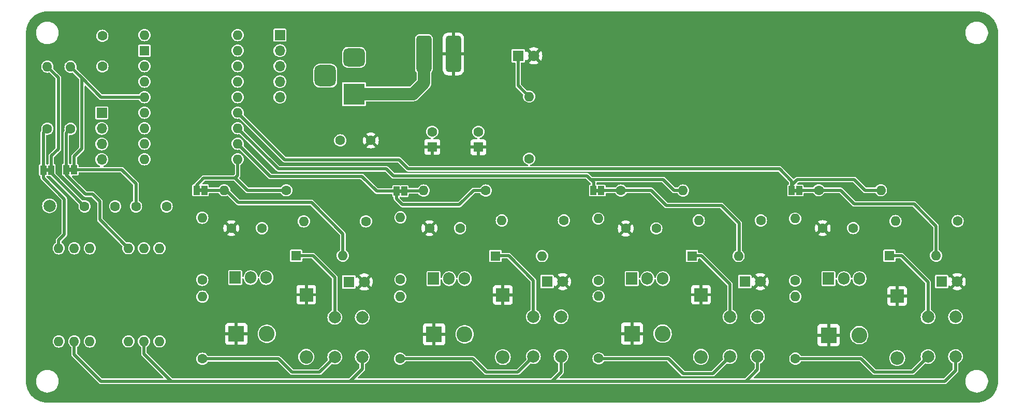
<source format=gtl>
G04 #@! TF.GenerationSoftware,KiCad,Pcbnew,8.0.0-rc1*
G04 #@! TF.CreationDate,2025-12-23T23:51:37+01:00*
G04 #@! TF.ProjectId,Pneumatic control unit system,506e6575-6d61-4746-9963-20636f6e7472,rev?*
G04 #@! TF.SameCoordinates,Original*
G04 #@! TF.FileFunction,Copper,L1,Top*
G04 #@! TF.FilePolarity,Positive*
%FSLAX46Y46*%
G04 Gerber Fmt 4.6, Leading zero omitted, Abs format (unit mm)*
G04 Created by KiCad (PCBNEW 8.0.0-rc1) date 2025-12-23 23:51:37*
%MOMM*%
%LPD*%
G01*
G04 APERTURE LIST*
G04 Aperture macros list*
%AMRoundRect*
0 Rectangle with rounded corners*
0 $1 Rounding radius*
0 $2 $3 $4 $5 $6 $7 $8 $9 X,Y pos of 4 corners*
0 Add a 4 corners polygon primitive as box body*
4,1,4,$2,$3,$4,$5,$6,$7,$8,$9,$2,$3,0*
0 Add four circle primitives for the rounded corners*
1,1,$1+$1,$2,$3*
1,1,$1+$1,$4,$5*
1,1,$1+$1,$6,$7*
1,1,$1+$1,$8,$9*
0 Add four rect primitives between the rounded corners*
20,1,$1+$1,$2,$3,$4,$5,0*
20,1,$1+$1,$4,$5,$6,$7,0*
20,1,$1+$1,$6,$7,$8,$9,0*
20,1,$1+$1,$8,$9,$2,$3,0*%
G04 Aperture macros list end*
G04 #@! TA.AperFunction,EtchedComponent*
%ADD10C,0.000000*%
G04 #@! TD*
G04 #@! TA.AperFunction,ComponentPad*
%ADD11O,1.600000X1.600000*%
G04 #@! TD*
G04 #@! TA.AperFunction,ComponentPad*
%ADD12R,1.600000X1.600000*%
G04 #@! TD*
G04 #@! TA.AperFunction,ComponentPad*
%ADD13R,3.500000X3.500000*%
G04 #@! TD*
G04 #@! TA.AperFunction,ComponentPad*
%ADD14RoundRect,0.750000X-1.000000X0.750000X-1.000000X-0.750000X1.000000X-0.750000X1.000000X0.750000X0*%
G04 #@! TD*
G04 #@! TA.AperFunction,ComponentPad*
%ADD15RoundRect,0.875000X-0.875000X0.875000X-0.875000X-0.875000X0.875000X-0.875000X0.875000X0.875000X0*%
G04 #@! TD*
G04 #@! TA.AperFunction,ComponentPad*
%ADD16C,2.000000*%
G04 #@! TD*
G04 #@! TA.AperFunction,ComponentPad*
%ADD17O,1.700000X1.700000*%
G04 #@! TD*
G04 #@! TA.AperFunction,ComponentPad*
%ADD18R,1.700000X1.700000*%
G04 #@! TD*
G04 #@! TA.AperFunction,ComponentPad*
%ADD19R,2.200000X2.200000*%
G04 #@! TD*
G04 #@! TA.AperFunction,ComponentPad*
%ADD20O,2.200000X2.200000*%
G04 #@! TD*
G04 #@! TA.AperFunction,ComponentPad*
%ADD21R,1.800000X1.800000*%
G04 #@! TD*
G04 #@! TA.AperFunction,ComponentPad*
%ADD22C,1.800000*%
G04 #@! TD*
G04 #@! TA.AperFunction,ComponentPad*
%ADD23C,1.600000*%
G04 #@! TD*
G04 #@! TA.AperFunction,SMDPad,CuDef*
%ADD24R,1.000000X1.500000*%
G04 #@! TD*
G04 #@! TA.AperFunction,ComponentPad*
%ADD25R,1.905000X2.000000*%
G04 #@! TD*
G04 #@! TA.AperFunction,ComponentPad*
%ADD26O,1.905000X2.000000*%
G04 #@! TD*
G04 #@! TA.AperFunction,ComponentPad*
%ADD27R,2.600000X2.600000*%
G04 #@! TD*
G04 #@! TA.AperFunction,ComponentPad*
%ADD28C,2.600000*%
G04 #@! TD*
G04 #@! TA.AperFunction,ComponentPad*
%ADD29RoundRect,0.500000X-0.750000X-2.500000X0.750000X-2.500000X0.750000X2.500000X-0.750000X2.500000X0*%
G04 #@! TD*
G04 #@! TA.AperFunction,Conductor*
%ADD30C,0.500000*%
G04 #@! TD*
G04 #@! TA.AperFunction,Conductor*
%ADD31C,2.000000*%
G04 #@! TD*
G04 APERTURE END LIST*
D10*
G04 #@! TA.AperFunction,EtchedComponent*
G36*
X98000000Y-53700000D02*
G01*
X97500000Y-53700000D01*
X97500000Y-53100000D01*
X98000000Y-53100000D01*
X98000000Y-53700000D01*
G37*
G04 #@! TD.AperFunction*
G04 #@! TA.AperFunction,EtchedComponent*
G36*
X184200000Y-57100000D02*
G01*
X183700000Y-57100000D01*
X183700000Y-56500000D01*
X184200000Y-56500000D01*
X184200000Y-57100000D01*
G37*
G04 #@! TD.AperFunction*
G04 #@! TA.AperFunction,EtchedComponent*
G36*
X216600000Y-57100000D02*
G01*
X216100000Y-57100000D01*
X216100000Y-56500000D01*
X216600000Y-56500000D01*
X216600000Y-57100000D01*
G37*
G04 #@! TD.AperFunction*
G04 #@! TA.AperFunction,EtchedComponent*
G36*
X94250000Y-53750000D02*
G01*
X93750000Y-53750000D01*
X93750000Y-53150000D01*
X94250000Y-53150000D01*
X94250000Y-53750000D01*
G37*
G04 #@! TD.AperFunction*
G04 #@! TA.AperFunction,EtchedComponent*
G36*
X119300000Y-57050000D02*
G01*
X118800000Y-57050000D01*
X118800000Y-56450000D01*
X119300000Y-56450000D01*
X119300000Y-57050000D01*
G37*
G04 #@! TD.AperFunction*
G04 #@! TA.AperFunction,EtchedComponent*
G36*
X152000000Y-57200000D02*
G01*
X151500000Y-57200000D01*
X151500000Y-56600000D01*
X152000000Y-56600000D01*
X152000000Y-57200000D01*
G37*
G04 #@! TD.AperFunction*
D11*
X109889000Y-31373000D03*
D12*
X109889000Y-33913000D03*
D11*
X109889000Y-36453000D03*
X109889000Y-38993000D03*
X109889000Y-41533000D03*
X109889000Y-44073000D03*
X109889000Y-46613000D03*
X109889000Y-49153000D03*
X109889000Y-51693000D03*
X125129000Y-51693000D03*
X125129000Y-49153000D03*
X125129000Y-46613000D03*
X125129000Y-44073000D03*
X125129000Y-41533000D03*
X125129000Y-38993000D03*
X125129000Y-36453000D03*
X125129000Y-33913000D03*
X125129000Y-31373000D03*
D13*
X144157500Y-41007500D03*
D14*
X144157500Y-35007500D03*
D15*
X139457500Y-38007500D03*
D16*
X94350000Y-59300000D03*
D17*
X132035000Y-41535000D03*
X132035000Y-38995000D03*
X132035000Y-36455000D03*
X132035000Y-33915000D03*
D18*
X132035000Y-31375000D03*
X102900000Y-44100000D03*
D17*
X102900000Y-46640000D03*
X102900000Y-49180000D03*
X102900000Y-51720000D03*
D11*
X112340000Y-66230000D03*
X109800000Y-66230000D03*
X107260000Y-66230000D03*
X107260000Y-81470000D03*
X109800000Y-81470000D03*
X112340000Y-81470000D03*
D12*
X231730000Y-67450000D03*
D11*
X239350000Y-67450000D03*
D19*
X233000000Y-74050000D03*
D20*
X233000000Y-84210000D03*
D21*
X240260000Y-71700000D03*
D22*
X242800000Y-71700000D03*
D12*
X167290000Y-67500000D03*
D11*
X174910000Y-67500000D03*
D19*
X168500000Y-73900000D03*
D20*
X168500000Y-84060000D03*
D21*
X175725000Y-71700000D03*
D22*
X178265000Y-71700000D03*
D12*
X164500000Y-49700000D03*
D23*
X164500000Y-47200000D03*
X146900000Y-48600000D03*
X141900000Y-48600000D03*
D24*
X98400000Y-53400000D03*
X97100000Y-53400000D03*
D23*
X220170000Y-56750000D03*
D11*
X230330000Y-56750000D03*
D23*
X103000000Y-36500000D03*
X103000000Y-31500000D03*
D11*
X119350000Y-61250000D03*
D23*
X119350000Y-71410000D03*
X146110000Y-61850000D03*
D11*
X135950000Y-61850000D03*
D23*
X97800000Y-46710000D03*
D11*
X97800000Y-36550000D03*
D21*
X171010000Y-34750000D03*
D22*
X173550000Y-34750000D03*
D16*
X205650000Y-83950000D03*
X205650000Y-77450000D03*
X210150000Y-83950000D03*
X210150000Y-77450000D03*
D23*
X151700000Y-84310000D03*
D11*
X151700000Y-74150000D03*
D23*
X124100000Y-62960000D03*
X129100000Y-62960000D03*
X108500000Y-59400000D03*
X113500000Y-59400000D03*
D25*
X221740000Y-71210000D03*
D26*
X224280000Y-71210000D03*
X226820000Y-71210000D03*
D25*
X124720000Y-71040000D03*
D26*
X127260000Y-71040000D03*
X129800000Y-71040000D03*
D23*
X210700000Y-61700000D03*
D11*
X200540000Y-61700000D03*
X197980000Y-56800000D03*
D23*
X187820000Y-56800000D03*
X156500000Y-62960000D03*
X161500000Y-62960000D03*
D16*
X173500000Y-83950000D03*
X173500000Y-77450000D03*
X178000000Y-83950000D03*
X178000000Y-77450000D03*
D11*
X100950000Y-66250000D03*
X98410000Y-66250000D03*
X95870000Y-66250000D03*
X95870000Y-81490000D03*
X98410000Y-81490000D03*
X100950000Y-81490000D03*
D23*
X184150000Y-84260000D03*
D11*
X184150000Y-74100000D03*
D23*
X184100000Y-71560000D03*
D11*
X184100000Y-61400000D03*
D23*
X188600000Y-63000000D03*
X193600000Y-63000000D03*
X151750000Y-71360000D03*
D11*
X151750000Y-61200000D03*
D27*
X157250000Y-80320000D03*
D28*
X162250000Y-80320000D03*
D23*
X220800000Y-62950000D03*
X225800000Y-62950000D03*
D12*
X156950000Y-49682380D03*
D23*
X156950000Y-47182380D03*
D11*
X122920000Y-56750000D03*
D23*
X133080000Y-56750000D03*
D16*
X238030000Y-83960000D03*
X238030000Y-77460000D03*
X242530000Y-83960000D03*
X242530000Y-77460000D03*
D23*
X119370000Y-84330000D03*
D11*
X119370000Y-74170000D03*
D24*
X184600000Y-56800000D03*
X183300000Y-56800000D03*
X215700000Y-56800000D03*
X217000000Y-56800000D03*
D19*
X200900000Y-73850000D03*
D20*
X200900000Y-84010000D03*
D11*
X94000000Y-36520000D03*
D23*
X94000000Y-46680000D03*
X172800000Y-51580000D03*
D11*
X172800000Y-41420000D03*
D27*
X221780000Y-80460000D03*
D28*
X226780000Y-80460000D03*
D25*
X157170000Y-71210000D03*
D26*
X159710000Y-71210000D03*
X162250000Y-71210000D03*
D24*
X94650000Y-53450000D03*
X93350000Y-53450000D03*
D23*
X216300000Y-71560000D03*
D11*
X216300000Y-61400000D03*
D27*
X124902379Y-80250000D03*
D28*
X129902379Y-80250000D03*
D24*
X119700000Y-56750000D03*
X118400000Y-56750000D03*
X151100000Y-56900000D03*
X152400000Y-56900000D03*
D27*
X189630000Y-80210000D03*
D28*
X194630000Y-80210000D03*
D23*
X165700000Y-56800000D03*
D11*
X155540000Y-56800000D03*
D16*
X141000000Y-84040000D03*
X141000000Y-77540000D03*
X145500000Y-84040000D03*
X145500000Y-77540000D03*
D25*
X189590000Y-71210000D03*
D26*
X192130000Y-71210000D03*
X194670000Y-71210000D03*
D23*
X242880000Y-61800000D03*
D11*
X232720000Y-61800000D03*
X142320000Y-67450000D03*
D12*
X134700000Y-67450000D03*
D19*
X136350000Y-73850000D03*
D20*
X136350000Y-84010000D03*
D23*
X178480000Y-61700000D03*
D11*
X168320000Y-61700000D03*
D23*
X216350000Y-84300000D03*
D11*
X216350000Y-74140000D03*
D29*
X155598000Y-34450000D03*
X160398000Y-34450000D03*
D21*
X208060000Y-71710000D03*
D22*
X210600000Y-71710000D03*
D11*
X207050000Y-67500000D03*
D12*
X199430000Y-67500000D03*
D23*
X100100000Y-59400000D03*
X105100000Y-59400000D03*
D21*
X143300000Y-71750000D03*
D22*
X145840000Y-71750000D03*
D30*
X163700000Y-56800000D02*
X165700000Y-56800000D01*
X161400000Y-59100000D02*
X163700000Y-56800000D01*
X151100000Y-58150000D02*
X152050000Y-59100000D01*
X151100000Y-56900000D02*
X151100000Y-58150000D01*
X152050000Y-59100000D02*
X161400000Y-59100000D01*
X183340000Y-55440000D02*
X182900000Y-55000000D01*
X183340000Y-56750000D02*
X183340000Y-55440000D01*
X182900000Y-55000000D02*
X183840000Y-55000000D01*
X182300000Y-54400000D02*
X182900000Y-55000000D01*
X150600000Y-54400000D02*
X182300000Y-54400000D01*
X149450000Y-53250000D02*
X150600000Y-54400000D01*
X131777000Y-53250000D02*
X149450000Y-53250000D01*
X145470000Y-54500000D02*
X147870000Y-56900000D01*
X147870000Y-56900000D02*
X151100000Y-56900000D01*
X125123000Y-54347000D02*
X125123000Y-51676000D01*
X125123000Y-49136000D02*
X130487000Y-54500000D01*
X125123000Y-46596000D02*
X131777000Y-53250000D01*
X125123000Y-44056000D02*
X132817000Y-51750000D01*
X119400000Y-84320000D02*
X131820000Y-84320000D01*
X134000000Y-86500000D02*
X138540000Y-86500000D01*
X137460000Y-67460000D02*
X141000000Y-71000000D01*
X131820000Y-84320000D02*
X134000000Y-86500000D01*
X141000000Y-71000000D02*
X141000000Y-77540000D01*
X138540000Y-86500000D02*
X141000000Y-84040000D01*
X134730000Y-67460000D02*
X137460000Y-67460000D01*
X167230000Y-67460000D02*
X169460000Y-67460000D01*
X173500000Y-71500000D02*
X173500000Y-77460000D01*
X163540000Y-84290000D02*
X165750000Y-86500000D01*
X169460000Y-67460000D02*
X173500000Y-71500000D01*
X170960000Y-86500000D02*
X173500000Y-83960000D01*
X151750000Y-84290000D02*
X163540000Y-84290000D01*
X165750000Y-86500000D02*
X170960000Y-86500000D01*
X145500000Y-86000000D02*
X145500000Y-84040000D01*
X143500000Y-88000000D02*
X114250000Y-88000000D01*
X208250000Y-88000000D02*
X210130000Y-86120000D01*
X114250000Y-88000000D02*
X109800000Y-83550000D01*
X98400000Y-81470000D02*
X98400000Y-83600000D01*
X178000000Y-86500000D02*
X178000000Y-83960000D01*
X242530000Y-86220000D02*
X242530000Y-83960000D01*
X240750000Y-88000000D02*
X242530000Y-86220000D01*
X109800000Y-83550000D02*
X109800000Y-81470000D01*
X143500000Y-88000000D02*
X145500000Y-86000000D01*
X176500000Y-88000000D02*
X178000000Y-86500000D01*
X210130000Y-86120000D02*
X210130000Y-83960000D01*
X143500000Y-88000000D02*
X176500000Y-88000000D01*
X102800000Y-88000000D02*
X114250000Y-88000000D01*
X98400000Y-83600000D02*
X102800000Y-88000000D01*
X176500000Y-88000000D02*
X208250000Y-88000000D01*
X208250000Y-88000000D02*
X240750000Y-88000000D01*
X94650000Y-51150000D02*
X94650000Y-53450000D01*
X94650000Y-53450000D02*
X94650000Y-53950000D01*
X95800000Y-50000000D02*
X94650000Y-51150000D01*
X95800000Y-38320000D02*
X95800000Y-50000000D01*
X94650000Y-53950000D02*
X100100000Y-59400000D01*
X94000000Y-36520000D02*
X95800000Y-38320000D01*
X142350000Y-67460000D02*
X142350000Y-63880000D01*
X125220000Y-58750000D02*
X123220000Y-56750000D01*
X137220000Y-58750000D02*
X125220000Y-58750000D01*
X142350000Y-63880000D02*
X137220000Y-58750000D01*
X123220000Y-56750000D02*
X122920000Y-56750000D01*
X119720000Y-56750000D02*
X122920000Y-56750000D01*
X184640000Y-56750000D02*
X187840000Y-56750000D01*
X192750000Y-56750000D02*
X195250000Y-59250000D01*
X195250000Y-59250000D02*
X204250000Y-59250000D01*
X204250000Y-59250000D02*
X207130000Y-62130000D01*
X207130000Y-62130000D02*
X207130000Y-67460000D01*
X187840000Y-56750000D02*
X192750000Y-56750000D01*
X235750000Y-59000000D02*
X239340000Y-62590000D01*
X223750000Y-56750000D02*
X226000000Y-59000000D01*
X239340000Y-62590000D02*
X239340000Y-67460000D01*
X220170000Y-56750000D02*
X223750000Y-56750000D01*
X217050000Y-56750000D02*
X220170000Y-56750000D01*
X226000000Y-59000000D02*
X235750000Y-59000000D01*
X155460000Y-56850000D02*
X155560000Y-56750000D01*
X152440000Y-56850000D02*
X155460000Y-56850000D01*
X98400000Y-53400000D02*
X98400000Y-51200000D01*
X99640000Y-49960000D02*
X99640000Y-38360000D01*
X109883000Y-41516000D02*
X102796000Y-41516000D01*
X106200000Y-53400000D02*
X108500000Y-55700000D01*
X98400000Y-51200000D02*
X99640000Y-49960000D01*
X108500000Y-55700000D02*
X108500000Y-59400000D01*
X99640000Y-38360000D02*
X97800000Y-36520000D01*
X102796000Y-41516000D02*
X99640000Y-38360000D01*
X98400000Y-53400000D02*
X106200000Y-53400000D01*
X215750000Y-56750000D02*
X215750000Y-55900000D01*
X132817000Y-51750000D02*
X151500000Y-51750000D01*
X153000000Y-53250000D02*
X213750000Y-53250000D01*
X151500000Y-51750000D02*
X153000000Y-53250000D01*
X227750000Y-56750000D02*
X230330000Y-56750000D01*
X215750000Y-55900000D02*
X216650000Y-55000000D01*
X216650000Y-55000000D02*
X226000000Y-55000000D01*
X226000000Y-55000000D02*
X227750000Y-56750000D01*
X215750000Y-55250000D02*
X215750000Y-56750000D01*
X213750000Y-53250000D02*
X215750000Y-55250000D01*
X183840000Y-55000000D02*
X194750000Y-55000000D01*
X196500000Y-56750000D02*
X198000000Y-56750000D01*
X194750000Y-55000000D02*
X196500000Y-56750000D01*
X130487000Y-54500000D02*
X145470000Y-54500000D01*
X118420000Y-56750000D02*
X118420000Y-55900000D01*
X124720000Y-54750000D02*
X125123000Y-54347000D01*
X124720000Y-54750000D02*
X126720000Y-56750000D01*
X118420000Y-55900000D02*
X119570000Y-54750000D01*
X119570000Y-54750000D02*
X124720000Y-54750000D01*
X126720000Y-56750000D02*
X133080000Y-56750000D01*
X205630000Y-72130000D02*
X205630000Y-77460000D01*
X200960000Y-67460000D02*
X205630000Y-72130000D01*
X202840000Y-86750000D02*
X205630000Y-83960000D01*
X199510000Y-67460000D02*
X200960000Y-67460000D01*
X184130000Y-84290000D02*
X195540000Y-84290000D01*
X198000000Y-86750000D02*
X202840000Y-86750000D01*
X195540000Y-84290000D02*
X198000000Y-86750000D01*
X235490000Y-86500000D02*
X238030000Y-83960000D01*
X216360000Y-84290000D02*
X227040000Y-84290000D01*
X233710000Y-67460000D02*
X238030000Y-71780000D01*
X229250000Y-86500000D02*
X235490000Y-86500000D01*
X238030000Y-71780000D02*
X238030000Y-77460000D01*
X227040000Y-84290000D02*
X229250000Y-86500000D01*
X231720000Y-67460000D02*
X233710000Y-67460000D01*
D31*
X144123000Y-41006000D02*
X153794000Y-41006000D01*
X153794000Y-41006000D02*
X155598000Y-39202000D01*
X155598000Y-39202000D02*
X155598000Y-34450000D01*
D30*
X171000000Y-39630000D02*
X172790000Y-41420000D01*
X171000000Y-34750000D02*
X171000000Y-39630000D01*
X96800000Y-58200000D02*
X96800000Y-64000000D01*
X95860000Y-64940000D02*
X95860000Y-66230000D01*
X93350000Y-53450000D02*
X93350000Y-54750000D01*
X93350000Y-54750000D02*
X96800000Y-58200000D01*
X96800000Y-64000000D02*
X95860000Y-64940000D01*
X93350000Y-47330000D02*
X94000000Y-46680000D01*
X93350000Y-53450000D02*
X93350000Y-47330000D01*
X97100000Y-53400000D02*
X97100000Y-54250000D01*
X97100000Y-54250000D02*
X100250000Y-57400000D01*
X97100000Y-47380000D02*
X97800000Y-46680000D01*
X102600000Y-61570000D02*
X107260000Y-66230000D01*
X97100000Y-53400000D02*
X97100000Y-47380000D01*
X101400000Y-57400000D02*
X102600000Y-58600000D01*
X100250000Y-57400000D02*
X101400000Y-57400000D01*
X102600000Y-58600000D02*
X102600000Y-61570000D01*
G04 #@! TA.AperFunction,Conductor*
G36*
X246003032Y-27500648D02*
G01*
X246336929Y-27517052D01*
X246349037Y-27518245D01*
X246452146Y-27533539D01*
X246676699Y-27566849D01*
X246688617Y-27569219D01*
X247009951Y-27649709D01*
X247021588Y-27653240D01*
X247092806Y-27678722D01*
X247333467Y-27764832D01*
X247344688Y-27769479D01*
X247644163Y-27911120D01*
X247654871Y-27916844D01*
X247938988Y-28087137D01*
X247949106Y-28093897D01*
X248215170Y-28291224D01*
X248224576Y-28298944D01*
X248470013Y-28521395D01*
X248478604Y-28529986D01*
X248665755Y-28736475D01*
X248701055Y-28775423D01*
X248708775Y-28784829D01*
X248906102Y-29050893D01*
X248912862Y-29061011D01*
X249078149Y-29336777D01*
X249083148Y-29345116D01*
X249088883Y-29355844D01*
X249137229Y-29458064D01*
X249230514Y-29655297D01*
X249235170Y-29666540D01*
X249346759Y-29978411D01*
X249350292Y-29990055D01*
X249430777Y-30311369D01*
X249433151Y-30323305D01*
X249481754Y-30650962D01*
X249482947Y-30663071D01*
X249499351Y-30996966D01*
X249499500Y-31003051D01*
X249499500Y-87996948D01*
X249499351Y-88003033D01*
X249482947Y-88336928D01*
X249481754Y-88349037D01*
X249433151Y-88676694D01*
X249430777Y-88688630D01*
X249350292Y-89009944D01*
X249346759Y-89021588D01*
X249235170Y-89333459D01*
X249230514Y-89344702D01*
X249088885Y-89644151D01*
X249083148Y-89654883D01*
X248912862Y-89938988D01*
X248906102Y-89949106D01*
X248708775Y-90215170D01*
X248701055Y-90224576D01*
X248478611Y-90470006D01*
X248470006Y-90478611D01*
X248224576Y-90701055D01*
X248215170Y-90708775D01*
X247949106Y-90906102D01*
X247938988Y-90912862D01*
X247654883Y-91083148D01*
X247644151Y-91088885D01*
X247344702Y-91230514D01*
X247333459Y-91235170D01*
X247021588Y-91346759D01*
X247009944Y-91350292D01*
X246688630Y-91430777D01*
X246676694Y-91433151D01*
X246349037Y-91481754D01*
X246336928Y-91482947D01*
X246021989Y-91498419D01*
X246003031Y-91499351D01*
X245996949Y-91499500D01*
X94003051Y-91499500D01*
X93996968Y-91499351D01*
X93976900Y-91498365D01*
X93663071Y-91482947D01*
X93650962Y-91481754D01*
X93323305Y-91433151D01*
X93311369Y-91430777D01*
X92990055Y-91350292D01*
X92978411Y-91346759D01*
X92666540Y-91235170D01*
X92655301Y-91230515D01*
X92355844Y-91088883D01*
X92345121Y-91083150D01*
X92061011Y-90912862D01*
X92050893Y-90906102D01*
X91784829Y-90708775D01*
X91775423Y-90701055D01*
X91736475Y-90665755D01*
X91529986Y-90478604D01*
X91521395Y-90470013D01*
X91298944Y-90224576D01*
X91291224Y-90215170D01*
X91093897Y-89949106D01*
X91087137Y-89938988D01*
X90916844Y-89654871D01*
X90911120Y-89644163D01*
X90769479Y-89344688D01*
X90764829Y-89333459D01*
X90725212Y-89222738D01*
X90692902Y-89132438D01*
X90653240Y-89021588D01*
X90649707Y-89009944D01*
X90640958Y-88975015D01*
X90569219Y-88688617D01*
X90566848Y-88676694D01*
X90518245Y-88349037D01*
X90517052Y-88336927D01*
X90506458Y-88121288D01*
X92149500Y-88121288D01*
X92181161Y-88361785D01*
X92243947Y-88596104D01*
X92282273Y-88688630D01*
X92336776Y-88820212D01*
X92458064Y-89030289D01*
X92458066Y-89030292D01*
X92458067Y-89030293D01*
X92605733Y-89222736D01*
X92605739Y-89222743D01*
X92777256Y-89394260D01*
X92777262Y-89394265D01*
X92969711Y-89541936D01*
X93179788Y-89663224D01*
X93403900Y-89756054D01*
X93638211Y-89818838D01*
X93818586Y-89842584D01*
X93878711Y-89850500D01*
X93878712Y-89850500D01*
X94121289Y-89850500D01*
X94169388Y-89844167D01*
X94361789Y-89818838D01*
X94596100Y-89756054D01*
X94820212Y-89663224D01*
X95030289Y-89541936D01*
X95222738Y-89394265D01*
X95394265Y-89222738D01*
X95541936Y-89030289D01*
X95663224Y-88820212D01*
X95756054Y-88596100D01*
X95818838Y-88361789D01*
X95850500Y-88121288D01*
X95850500Y-87878712D01*
X95818838Y-87638211D01*
X95756054Y-87403900D01*
X95663224Y-87179788D01*
X95541936Y-86969711D01*
X95394265Y-86777262D01*
X95394260Y-86777256D01*
X95222743Y-86605739D01*
X95222736Y-86605733D01*
X95030293Y-86458067D01*
X95030292Y-86458066D01*
X95030289Y-86458064D01*
X94820212Y-86336776D01*
X94794467Y-86326112D01*
X94596104Y-86243947D01*
X94361785Y-86181161D01*
X94121289Y-86149500D01*
X94121288Y-86149500D01*
X93878712Y-86149500D01*
X93878711Y-86149500D01*
X93638214Y-86181161D01*
X93403895Y-86243947D01*
X93179794Y-86336773D01*
X93179785Y-86336777D01*
X92969706Y-86458067D01*
X92777263Y-86605733D01*
X92777256Y-86605739D01*
X92605739Y-86777256D01*
X92605733Y-86777263D01*
X92458067Y-86969706D01*
X92336777Y-87179785D01*
X92336773Y-87179794D01*
X92243947Y-87403895D01*
X92181161Y-87638214D01*
X92149500Y-87878711D01*
X92149500Y-88121288D01*
X90506458Y-88121288D01*
X90500649Y-88003032D01*
X90500500Y-87996948D01*
X90500500Y-81490000D01*
X94864659Y-81490000D01*
X94883975Y-81686129D01*
X94883976Y-81686132D01*
X94937353Y-81862093D01*
X94941188Y-81874733D01*
X95034086Y-82048532D01*
X95034090Y-82048539D01*
X95159116Y-82200883D01*
X95311460Y-82325909D01*
X95311467Y-82325913D01*
X95485266Y-82418811D01*
X95485269Y-82418811D01*
X95485273Y-82418814D01*
X95673868Y-82476024D01*
X95870000Y-82495341D01*
X96066132Y-82476024D01*
X96254727Y-82418814D01*
X96292145Y-82398814D01*
X96428532Y-82325913D01*
X96428538Y-82325910D01*
X96580883Y-82200883D01*
X96705910Y-82048538D01*
X96798814Y-81874727D01*
X96856024Y-81686132D01*
X96875341Y-81490000D01*
X97404659Y-81490000D01*
X97423975Y-81686129D01*
X97423976Y-81686132D01*
X97477353Y-81862093D01*
X97481188Y-81874733D01*
X97574086Y-82048532D01*
X97574090Y-82048539D01*
X97699116Y-82200883D01*
X97851458Y-82325907D01*
X97851462Y-82325910D01*
X97883954Y-82343277D01*
X97933796Y-82392236D01*
X97949500Y-82452634D01*
X97949500Y-83659305D01*
X97949499Y-83659307D01*
X97966804Y-83723887D01*
X97966804Y-83723889D01*
X97980199Y-83773884D01*
X97980201Y-83773887D01*
X98039511Y-83876614D01*
X102523386Y-88360490D01*
X102626113Y-88419799D01*
X102650321Y-88426284D01*
X102650324Y-88426286D01*
X102650325Y-88426286D01*
X102680447Y-88434357D01*
X102740691Y-88450500D01*
X102740693Y-88450500D01*
X240809308Y-88450500D01*
X240809309Y-88450500D01*
X240899673Y-88426286D01*
X240923887Y-88419799D01*
X241026614Y-88360489D01*
X241265815Y-88121288D01*
X244149500Y-88121288D01*
X244181161Y-88361785D01*
X244243947Y-88596104D01*
X244282273Y-88688630D01*
X244336776Y-88820212D01*
X244458064Y-89030289D01*
X244458066Y-89030292D01*
X244458067Y-89030293D01*
X244605733Y-89222736D01*
X244605739Y-89222743D01*
X244777256Y-89394260D01*
X244777262Y-89394265D01*
X244969711Y-89541936D01*
X245179788Y-89663224D01*
X245403900Y-89756054D01*
X245638211Y-89818838D01*
X245818586Y-89842584D01*
X245878711Y-89850500D01*
X245878712Y-89850500D01*
X246121289Y-89850500D01*
X246169388Y-89844167D01*
X246361789Y-89818838D01*
X246596100Y-89756054D01*
X246820212Y-89663224D01*
X247030289Y-89541936D01*
X247222738Y-89394265D01*
X247394265Y-89222738D01*
X247541936Y-89030289D01*
X247663224Y-88820212D01*
X247756054Y-88596100D01*
X247818838Y-88361789D01*
X247850500Y-88121288D01*
X247850500Y-87878712D01*
X247818838Y-87638211D01*
X247756054Y-87403900D01*
X247663224Y-87179788D01*
X247541936Y-86969711D01*
X247394265Y-86777262D01*
X247394260Y-86777256D01*
X247222743Y-86605739D01*
X247222736Y-86605733D01*
X247030293Y-86458067D01*
X247030292Y-86458066D01*
X247030289Y-86458064D01*
X246820212Y-86336776D01*
X246794467Y-86326112D01*
X246596104Y-86243947D01*
X246361785Y-86181161D01*
X246121289Y-86149500D01*
X246121288Y-86149500D01*
X245878712Y-86149500D01*
X245878711Y-86149500D01*
X245638214Y-86181161D01*
X245403895Y-86243947D01*
X245179794Y-86336773D01*
X245179785Y-86336777D01*
X244969706Y-86458067D01*
X244777263Y-86605733D01*
X244777256Y-86605739D01*
X244605739Y-86777256D01*
X244605733Y-86777263D01*
X244458067Y-86969706D01*
X244336777Y-87179785D01*
X244336773Y-87179794D01*
X244243947Y-87403895D01*
X244181161Y-87638214D01*
X244149500Y-87878711D01*
X244149500Y-88121288D01*
X241265815Y-88121288D01*
X242890489Y-86496614D01*
X242949799Y-86393887D01*
X242953581Y-86379769D01*
X242958749Y-86360488D01*
X242971366Y-86313397D01*
X242980500Y-86279309D01*
X242980500Y-85157854D01*
X243000185Y-85090815D01*
X243052989Y-85045060D01*
X243059692Y-85042233D01*
X243067401Y-85039247D01*
X243256562Y-84922124D01*
X243420981Y-84772236D01*
X243555058Y-84594689D01*
X243654229Y-84395528D01*
X243715115Y-84181536D01*
X243735643Y-83960000D01*
X243732424Y-83925266D01*
X243715115Y-83738464D01*
X243715114Y-83738462D01*
X243712269Y-83728464D01*
X243654229Y-83524472D01*
X243649250Y-83514472D01*
X243555061Y-83325316D01*
X243555056Y-83325308D01*
X243420979Y-83147761D01*
X243256562Y-82997876D01*
X243256560Y-82997874D01*
X243067404Y-82880754D01*
X243067398Y-82880752D01*
X243063991Y-82879432D01*
X242859940Y-82800382D01*
X242641243Y-82759500D01*
X242418757Y-82759500D01*
X242200060Y-82800382D01*
X242115190Y-82833261D01*
X241992601Y-82880752D01*
X241992595Y-82880754D01*
X241803439Y-82997874D01*
X241803437Y-82997876D01*
X241639020Y-83147761D01*
X241504943Y-83325308D01*
X241504938Y-83325316D01*
X241405775Y-83524461D01*
X241405769Y-83524476D01*
X241344885Y-83738462D01*
X241344884Y-83738464D01*
X241324357Y-83959999D01*
X241324357Y-83960000D01*
X241344884Y-84181535D01*
X241344885Y-84181537D01*
X241405769Y-84395523D01*
X241405775Y-84395538D01*
X241504938Y-84594683D01*
X241504943Y-84594691D01*
X241639020Y-84772238D01*
X241803437Y-84922123D01*
X241803439Y-84922125D01*
X241882187Y-84970883D01*
X241992599Y-85039247D01*
X242000289Y-85042226D01*
X242055692Y-85084795D01*
X242079285Y-85150561D01*
X242079500Y-85157854D01*
X242079500Y-85982035D01*
X242059815Y-86049074D01*
X242043181Y-86069716D01*
X240599716Y-87513181D01*
X240538393Y-87546666D01*
X240512035Y-87549500D01*
X209636965Y-87549500D01*
X209569926Y-87529815D01*
X209524171Y-87477011D01*
X209514227Y-87407853D01*
X209543252Y-87344297D01*
X209549284Y-87337819D01*
X209967305Y-86919798D01*
X210490489Y-86396614D01*
X210531192Y-86326114D01*
X210549799Y-86293886D01*
X210580500Y-86179309D01*
X210580500Y-85155602D01*
X210600185Y-85088563D01*
X210652989Y-85042808D01*
X210659708Y-85039975D01*
X210661588Y-85039247D01*
X210687401Y-85029247D01*
X210876562Y-84912124D01*
X211040981Y-84762236D01*
X211175058Y-84584689D01*
X211274229Y-84385528D01*
X211298564Y-84300000D01*
X215344659Y-84300000D01*
X215363975Y-84496129D01*
X215373076Y-84526132D01*
X215414514Y-84662734D01*
X215421188Y-84684733D01*
X215514086Y-84858532D01*
X215514090Y-84858539D01*
X215639116Y-85010883D01*
X215791460Y-85135909D01*
X215791467Y-85135913D01*
X215965266Y-85228811D01*
X215965269Y-85228811D01*
X215965273Y-85228814D01*
X216153868Y-85286024D01*
X216350000Y-85305341D01*
X216546132Y-85286024D01*
X216734727Y-85228814D01*
X216769842Y-85210045D01*
X216862533Y-85160500D01*
X216908538Y-85135910D01*
X217060883Y-85010883D01*
X217185910Y-84858538D01*
X217213967Y-84806046D01*
X217262929Y-84756202D01*
X217323325Y-84740500D01*
X226802035Y-84740500D01*
X226869074Y-84760185D01*
X226889716Y-84776819D01*
X228973386Y-86860489D01*
X229076113Y-86919799D01*
X229100321Y-86926284D01*
X229100324Y-86926286D01*
X229100325Y-86926286D01*
X229130447Y-86934357D01*
X229190691Y-86950500D01*
X229190693Y-86950500D01*
X235549308Y-86950500D01*
X235549309Y-86950500D01*
X235639673Y-86926286D01*
X235663887Y-86919799D01*
X235766614Y-86860489D01*
X237504125Y-85122976D01*
X237565446Y-85089493D01*
X237635137Y-85094477D01*
X237636532Y-85095007D01*
X237700060Y-85119618D01*
X237918757Y-85160500D01*
X237918759Y-85160500D01*
X238141241Y-85160500D01*
X238141243Y-85160500D01*
X238359940Y-85119618D01*
X238567401Y-85039247D01*
X238756562Y-84922124D01*
X238920981Y-84772236D01*
X239055058Y-84594689D01*
X239154229Y-84395528D01*
X239215115Y-84181536D01*
X239235643Y-83960000D01*
X239232424Y-83925266D01*
X239215115Y-83738464D01*
X239215114Y-83738462D01*
X239212269Y-83728464D01*
X239154229Y-83524472D01*
X239149250Y-83514472D01*
X239055061Y-83325316D01*
X239055056Y-83325308D01*
X238920979Y-83147761D01*
X238756562Y-82997876D01*
X238756560Y-82997874D01*
X238567404Y-82880754D01*
X238567398Y-82880752D01*
X238563991Y-82879432D01*
X238359940Y-82800382D01*
X238141243Y-82759500D01*
X237918757Y-82759500D01*
X237700060Y-82800382D01*
X237615190Y-82833261D01*
X237492601Y-82880752D01*
X237492595Y-82880754D01*
X237303439Y-82997874D01*
X237303437Y-82997876D01*
X237139020Y-83147761D01*
X237004943Y-83325308D01*
X237004938Y-83325316D01*
X236905775Y-83524461D01*
X236905769Y-83524476D01*
X236844885Y-83738462D01*
X236844884Y-83738464D01*
X236824357Y-83959999D01*
X236824357Y-83960000D01*
X236844884Y-84181531D01*
X236844884Y-84181533D01*
X236844885Y-84181536D01*
X236874806Y-84286697D01*
X236897258Y-84365608D01*
X236896670Y-84435476D01*
X236865672Y-84487223D01*
X235339716Y-86013181D01*
X235278393Y-86046666D01*
X235252035Y-86049500D01*
X229487965Y-86049500D01*
X229420926Y-86029815D01*
X229400284Y-86013181D01*
X227597104Y-84210001D01*
X231694532Y-84210001D01*
X231714364Y-84436686D01*
X231714366Y-84436697D01*
X231773258Y-84656488D01*
X231773261Y-84656497D01*
X231869431Y-84862732D01*
X231869432Y-84862734D01*
X231999954Y-85049141D01*
X232160858Y-85210045D01*
X232160861Y-85210047D01*
X232347266Y-85340568D01*
X232553504Y-85436739D01*
X232773308Y-85495635D01*
X232935230Y-85509801D01*
X232999998Y-85515468D01*
X233000000Y-85515468D01*
X233000002Y-85515468D01*
X233056673Y-85510509D01*
X233226692Y-85495635D01*
X233446496Y-85436739D01*
X233652734Y-85340568D01*
X233839139Y-85210047D01*
X234000047Y-85049139D01*
X234130568Y-84862734D01*
X234226739Y-84656496D01*
X234285635Y-84436692D01*
X234305468Y-84210000D01*
X234285635Y-83983308D01*
X234232047Y-83783313D01*
X234226741Y-83763511D01*
X234226738Y-83763502D01*
X234216461Y-83741463D01*
X234130568Y-83557266D01*
X234000047Y-83370861D01*
X234000045Y-83370858D01*
X233839141Y-83209954D01*
X233652734Y-83079432D01*
X233652732Y-83079431D01*
X233446497Y-82983261D01*
X233446488Y-82983258D01*
X233226697Y-82924366D01*
X233226693Y-82924365D01*
X233226692Y-82924365D01*
X233226691Y-82924364D01*
X233226686Y-82924364D01*
X233000002Y-82904532D01*
X232999998Y-82904532D01*
X232773313Y-82924364D01*
X232773302Y-82924366D01*
X232553511Y-82983258D01*
X232553502Y-82983261D01*
X232347267Y-83079431D01*
X232347265Y-83079432D01*
X232160858Y-83209954D01*
X231999954Y-83370858D01*
X231869432Y-83557265D01*
X231869431Y-83557267D01*
X231773261Y-83763502D01*
X231773258Y-83763511D01*
X231714366Y-83983302D01*
X231714364Y-83983313D01*
X231694532Y-84209998D01*
X231694532Y-84210001D01*
X227597104Y-84210001D01*
X227316616Y-83929513D01*
X227316614Y-83929511D01*
X227254609Y-83893712D01*
X227213888Y-83870201D01*
X227201780Y-83866957D01*
X227189673Y-83863713D01*
X227189670Y-83863712D01*
X227137805Y-83849815D01*
X227099309Y-83839500D01*
X227099308Y-83839500D01*
X217312635Y-83839500D01*
X217245596Y-83819815D01*
X217203277Y-83773953D01*
X217185911Y-83741463D01*
X217185909Y-83741460D01*
X217060883Y-83589116D01*
X216908539Y-83464090D01*
X216908532Y-83464086D01*
X216734733Y-83371188D01*
X216734727Y-83371186D01*
X216583498Y-83325311D01*
X216546129Y-83313975D01*
X216350000Y-83294659D01*
X216153870Y-83313975D01*
X215965266Y-83371188D01*
X215791467Y-83464086D01*
X215791460Y-83464090D01*
X215639116Y-83589116D01*
X215514090Y-83741460D01*
X215514086Y-83741467D01*
X215421188Y-83915266D01*
X215363975Y-84103870D01*
X215344659Y-84300000D01*
X211298564Y-84300000D01*
X211335115Y-84171536D01*
X211355643Y-83950000D01*
X211353744Y-83929511D01*
X211335115Y-83728464D01*
X211335114Y-83728462D01*
X211333812Y-83723887D01*
X211274229Y-83514472D01*
X211264078Y-83494086D01*
X211175061Y-83315316D01*
X211175056Y-83315308D01*
X211040979Y-83137761D01*
X210876562Y-82987876D01*
X210876560Y-82987874D01*
X210687404Y-82870754D01*
X210687398Y-82870752D01*
X210479940Y-82790382D01*
X210261243Y-82749500D01*
X210038757Y-82749500D01*
X209820060Y-82790382D01*
X209709385Y-82833258D01*
X209612601Y-82870752D01*
X209612595Y-82870754D01*
X209423439Y-82987874D01*
X209423437Y-82987876D01*
X209259020Y-83137761D01*
X209124943Y-83315308D01*
X209124938Y-83315316D01*
X209025775Y-83514461D01*
X209025769Y-83514476D01*
X208964885Y-83728462D01*
X208964884Y-83728464D01*
X208944357Y-83949999D01*
X208944357Y-83950000D01*
X208964884Y-84171535D01*
X208964885Y-84171537D01*
X209025769Y-84385523D01*
X209025775Y-84385538D01*
X209124938Y-84584683D01*
X209124943Y-84584691D01*
X209259020Y-84762238D01*
X209423437Y-84912123D01*
X209423439Y-84912125D01*
X209617473Y-85032265D01*
X209616573Y-85033717D01*
X209662006Y-85075835D01*
X209679500Y-85139337D01*
X209679500Y-85882035D01*
X209659815Y-85949074D01*
X209643181Y-85969716D01*
X208099716Y-87513181D01*
X208038393Y-87546666D01*
X208012035Y-87549500D01*
X177886965Y-87549500D01*
X177819926Y-87529815D01*
X177774171Y-87477011D01*
X177764227Y-87407853D01*
X177793252Y-87344297D01*
X177799284Y-87337819D01*
X178026617Y-87110486D01*
X178360489Y-86776614D01*
X178361677Y-86774555D01*
X178394731Y-86717306D01*
X178419797Y-86673889D01*
X178419799Y-86673886D01*
X178450500Y-86559309D01*
X178450500Y-85147854D01*
X178470185Y-85080815D01*
X178522989Y-85035060D01*
X178529692Y-85032233D01*
X178537401Y-85029247D01*
X178726562Y-84912124D01*
X178890981Y-84762236D01*
X179025058Y-84584689D01*
X179124229Y-84385528D01*
X179159945Y-84260000D01*
X183144659Y-84260000D01*
X183163975Y-84456129D01*
X183221188Y-84644733D01*
X183314086Y-84818532D01*
X183314090Y-84818539D01*
X183439116Y-84970883D01*
X183591460Y-85095909D01*
X183591467Y-85095913D01*
X183765266Y-85188811D01*
X183765269Y-85188811D01*
X183765273Y-85188814D01*
X183953868Y-85246024D01*
X184150000Y-85265341D01*
X184346132Y-85246024D01*
X184534727Y-85188814D01*
X184560512Y-85175032D01*
X184664185Y-85119617D01*
X184708538Y-85095910D01*
X184860883Y-84970883D01*
X184985910Y-84818538D01*
X184992586Y-84806047D01*
X185041547Y-84756204D01*
X185101945Y-84740500D01*
X195302035Y-84740500D01*
X195369074Y-84760185D01*
X195389716Y-84776819D01*
X197723386Y-87110489D01*
X197723387Y-87110490D01*
X197723389Y-87110491D01*
X197782693Y-87144729D01*
X197782696Y-87144732D01*
X197816937Y-87164500D01*
X197826114Y-87169799D01*
X197940691Y-87200500D01*
X197940694Y-87200500D01*
X202899308Y-87200500D01*
X202899309Y-87200500D01*
X202989673Y-87176286D01*
X203013887Y-87169799D01*
X203116614Y-87110489D01*
X205116918Y-85110184D01*
X205178239Y-85076701D01*
X205247931Y-85081685D01*
X205249325Y-85082214D01*
X205320060Y-85109618D01*
X205538757Y-85150500D01*
X205538759Y-85150500D01*
X205761241Y-85150500D01*
X205761243Y-85150500D01*
X205979940Y-85109618D01*
X206187401Y-85029247D01*
X206376562Y-84912124D01*
X206540981Y-84762236D01*
X206675058Y-84584689D01*
X206774229Y-84385528D01*
X206835115Y-84171536D01*
X206855643Y-83950000D01*
X206853744Y-83929511D01*
X206835115Y-83728464D01*
X206835114Y-83728462D01*
X206833812Y-83723887D01*
X206774229Y-83514472D01*
X206764078Y-83494086D01*
X206675061Y-83315316D01*
X206675056Y-83315308D01*
X206540979Y-83137761D01*
X206376562Y-82987876D01*
X206376560Y-82987874D01*
X206187404Y-82870754D01*
X206187398Y-82870752D01*
X205979940Y-82790382D01*
X205761243Y-82749500D01*
X205538757Y-82749500D01*
X205320060Y-82790382D01*
X205209385Y-82833258D01*
X205112601Y-82870752D01*
X205112595Y-82870754D01*
X204923439Y-82987874D01*
X204923437Y-82987876D01*
X204759020Y-83137761D01*
X204624943Y-83315308D01*
X204624938Y-83315316D01*
X204525775Y-83514461D01*
X204525769Y-83514476D01*
X204464885Y-83728462D01*
X204464884Y-83728464D01*
X204444357Y-83949999D01*
X204444357Y-83950000D01*
X204464884Y-84171535D01*
X204464885Y-84171538D01*
X204515042Y-84347822D01*
X204514455Y-84417689D01*
X204483457Y-84469437D01*
X202689716Y-86263181D01*
X202628393Y-86296666D01*
X202602035Y-86299500D01*
X198237965Y-86299500D01*
X198170926Y-86279815D01*
X198150284Y-86263181D01*
X195897104Y-84010001D01*
X199594532Y-84010001D01*
X199614364Y-84236686D01*
X199614366Y-84236697D01*
X199673258Y-84456488D01*
X199673261Y-84456497D01*
X199769431Y-84662732D01*
X199769432Y-84662734D01*
X199899954Y-84849141D01*
X200060858Y-85010045D01*
X200088276Y-85029243D01*
X200247266Y-85140568D01*
X200453504Y-85236739D01*
X200453509Y-85236740D01*
X200453511Y-85236741D01*
X200461248Y-85238814D01*
X200673308Y-85295635D01*
X200835230Y-85309801D01*
X200899998Y-85315468D01*
X200900000Y-85315468D01*
X200900002Y-85315468D01*
X200956673Y-85310509D01*
X201126692Y-85295635D01*
X201346496Y-85236739D01*
X201552734Y-85140568D01*
X201739139Y-85010047D01*
X201900047Y-84849139D01*
X202030568Y-84662734D01*
X202126739Y-84456496D01*
X202185635Y-84236692D01*
X202205468Y-84010000D01*
X202201093Y-83959999D01*
X202193176Y-83869500D01*
X202185635Y-83783308D01*
X202126739Y-83563504D01*
X202030568Y-83357266D01*
X201900047Y-83170861D01*
X201900045Y-83170858D01*
X201739141Y-83009954D01*
X201552734Y-82879432D01*
X201552732Y-82879431D01*
X201346497Y-82783261D01*
X201346488Y-82783258D01*
X201126697Y-82724366D01*
X201126693Y-82724365D01*
X201126692Y-82724365D01*
X201126691Y-82724364D01*
X201126686Y-82724364D01*
X200900002Y-82704532D01*
X200899998Y-82704532D01*
X200673313Y-82724364D01*
X200673302Y-82724366D01*
X200453511Y-82783258D01*
X200453502Y-82783261D01*
X200247267Y-82879431D01*
X200247265Y-82879432D01*
X200060858Y-83009954D01*
X199899954Y-83170858D01*
X199769432Y-83357265D01*
X199769431Y-83357267D01*
X199673261Y-83563502D01*
X199673258Y-83563511D01*
X199614366Y-83783302D01*
X199614364Y-83783313D01*
X199594532Y-84009998D01*
X199594532Y-84010001D01*
X195897104Y-84010001D01*
X195816616Y-83929513D01*
X195816614Y-83929511D01*
X195754609Y-83893712D01*
X195713888Y-83870201D01*
X195701780Y-83866957D01*
X195689673Y-83863713D01*
X195689670Y-83863712D01*
X195637805Y-83849815D01*
X195599309Y-83839500D01*
X195599308Y-83839500D01*
X185134016Y-83839500D01*
X185066977Y-83819815D01*
X185024658Y-83773953D01*
X184985913Y-83701467D01*
X184985909Y-83701460D01*
X184860883Y-83549116D01*
X184708539Y-83424090D01*
X184708532Y-83424086D01*
X184534733Y-83331188D01*
X184534727Y-83331186D01*
X184346132Y-83273976D01*
X184346129Y-83273975D01*
X184150000Y-83254659D01*
X183953870Y-83273975D01*
X183765266Y-83331188D01*
X183591467Y-83424086D01*
X183591460Y-83424090D01*
X183439116Y-83549116D01*
X183314090Y-83701460D01*
X183314086Y-83701467D01*
X183221188Y-83875266D01*
X183163975Y-84063870D01*
X183144659Y-84260000D01*
X179159945Y-84260000D01*
X179185115Y-84171536D01*
X179205643Y-83950000D01*
X179203744Y-83929511D01*
X179185115Y-83728464D01*
X179185114Y-83728462D01*
X179183812Y-83723887D01*
X179124229Y-83514472D01*
X179114078Y-83494086D01*
X179025061Y-83315316D01*
X179025056Y-83315308D01*
X178890979Y-83137761D01*
X178726562Y-82987876D01*
X178726560Y-82987874D01*
X178537404Y-82870754D01*
X178537398Y-82870752D01*
X178329940Y-82790382D01*
X178111243Y-82749500D01*
X177888757Y-82749500D01*
X177670060Y-82790382D01*
X177559385Y-82833258D01*
X177462601Y-82870752D01*
X177462595Y-82870754D01*
X177273439Y-82987874D01*
X177273437Y-82987876D01*
X177109020Y-83137761D01*
X176974943Y-83315308D01*
X176974938Y-83315316D01*
X176875775Y-83514461D01*
X176875769Y-83514476D01*
X176814885Y-83728462D01*
X176814884Y-83728464D01*
X176794357Y-83949999D01*
X176794357Y-83950000D01*
X176814884Y-84171535D01*
X176814885Y-84171537D01*
X176875769Y-84385523D01*
X176875775Y-84385538D01*
X176974938Y-84584683D01*
X176974943Y-84584691D01*
X177109020Y-84762238D01*
X177273437Y-84912123D01*
X177273439Y-84912125D01*
X177289590Y-84922125D01*
X177462599Y-85029247D01*
X177470289Y-85032226D01*
X177525692Y-85074795D01*
X177549285Y-85140561D01*
X177549500Y-85147854D01*
X177549500Y-86262035D01*
X177529815Y-86329074D01*
X177513181Y-86349716D01*
X176349716Y-87513181D01*
X176288393Y-87546666D01*
X176262035Y-87549500D01*
X144886965Y-87549500D01*
X144819926Y-87529815D01*
X144774171Y-87477011D01*
X144764227Y-87407853D01*
X144793252Y-87344297D01*
X144799284Y-87337819D01*
X145276617Y-86860486D01*
X145860489Y-86276614D01*
X145919799Y-86173887D01*
X145929010Y-86139511D01*
X145950500Y-86059309D01*
X145950500Y-85237854D01*
X145970185Y-85170815D01*
X146022989Y-85125060D01*
X146029692Y-85122233D01*
X146037401Y-85119247D01*
X146226562Y-85002124D01*
X146366282Y-84874751D01*
X146390979Y-84852238D01*
X146393320Y-84849139D01*
X146525058Y-84674689D01*
X146624229Y-84475528D01*
X146671326Y-84310000D01*
X150694659Y-84310000D01*
X150713975Y-84506129D01*
X150713976Y-84506132D01*
X150768154Y-84684733D01*
X150771188Y-84694733D01*
X150864086Y-84868532D01*
X150864090Y-84868539D01*
X150989116Y-85020883D01*
X151141460Y-85145909D01*
X151141467Y-85145913D01*
X151315266Y-85238811D01*
X151315269Y-85238811D01*
X151315273Y-85238814D01*
X151503868Y-85296024D01*
X151700000Y-85315341D01*
X151896132Y-85296024D01*
X152084727Y-85238814D01*
X152088606Y-85236741D01*
X152178276Y-85188811D01*
X152258538Y-85145910D01*
X152410883Y-85020883D01*
X152535910Y-84868538D01*
X152569312Y-84806046D01*
X152618274Y-84756203D01*
X152678670Y-84740500D01*
X163302035Y-84740500D01*
X163369074Y-84760185D01*
X163389716Y-84776819D01*
X165473386Y-86860489D01*
X165576113Y-86919799D01*
X165600321Y-86926284D01*
X165600324Y-86926286D01*
X165600325Y-86926286D01*
X165630447Y-86934357D01*
X165690691Y-86950500D01*
X165690693Y-86950500D01*
X171019308Y-86950500D01*
X171019309Y-86950500D01*
X171109673Y-86926286D01*
X171133887Y-86919799D01*
X171236614Y-86860489D01*
X172981333Y-85115768D01*
X173042654Y-85082285D01*
X173112345Y-85087269D01*
X173113790Y-85087818D01*
X173170060Y-85109618D01*
X173388757Y-85150500D01*
X173388759Y-85150500D01*
X173611241Y-85150500D01*
X173611243Y-85150500D01*
X173829940Y-85109618D01*
X174037401Y-85029247D01*
X174226562Y-84912124D01*
X174390981Y-84762236D01*
X174525058Y-84584689D01*
X174624229Y-84385528D01*
X174685115Y-84171536D01*
X174705643Y-83950000D01*
X174703744Y-83929511D01*
X174685115Y-83728464D01*
X174685114Y-83728462D01*
X174683812Y-83723887D01*
X174624229Y-83514472D01*
X174614078Y-83494086D01*
X174525061Y-83315316D01*
X174525056Y-83315308D01*
X174390979Y-83137761D01*
X174226562Y-82987876D01*
X174226560Y-82987874D01*
X174037404Y-82870754D01*
X174037398Y-82870752D01*
X173829940Y-82790382D01*
X173611243Y-82749500D01*
X173388757Y-82749500D01*
X173170060Y-82790382D01*
X173059385Y-82833258D01*
X172962601Y-82870752D01*
X172962595Y-82870754D01*
X172773439Y-82987874D01*
X172773437Y-82987876D01*
X172609020Y-83137761D01*
X172474943Y-83315308D01*
X172474938Y-83315316D01*
X172375775Y-83514461D01*
X172375769Y-83514476D01*
X172314885Y-83728462D01*
X172314884Y-83728464D01*
X172294357Y-83949999D01*
X172294357Y-83950000D01*
X172314884Y-84171535D01*
X172314885Y-84171537D01*
X172344622Y-84276052D01*
X172354281Y-84310000D01*
X172369473Y-84363392D01*
X172368887Y-84433259D01*
X172337888Y-84485007D01*
X170809716Y-86013181D01*
X170748393Y-86046666D01*
X170722035Y-86049500D01*
X165987965Y-86049500D01*
X165920926Y-86029815D01*
X165900284Y-86013181D01*
X163947104Y-84060001D01*
X167194532Y-84060001D01*
X167214364Y-84286686D01*
X167214366Y-84286697D01*
X167273258Y-84506488D01*
X167273261Y-84506497D01*
X167369431Y-84712732D01*
X167369432Y-84712734D01*
X167499954Y-84899141D01*
X167660858Y-85060045D01*
X167692556Y-85082240D01*
X167847266Y-85190568D01*
X168053504Y-85286739D01*
X168273308Y-85345635D01*
X168435230Y-85359801D01*
X168499998Y-85365468D01*
X168500000Y-85365468D01*
X168500002Y-85365468D01*
X168556673Y-85360509D01*
X168726692Y-85345635D01*
X168946496Y-85286739D01*
X169152734Y-85190568D01*
X169339139Y-85060047D01*
X169500047Y-84899139D01*
X169630568Y-84712734D01*
X169726739Y-84506496D01*
X169785635Y-84286692D01*
X169805468Y-84060000D01*
X169785635Y-83833308D01*
X169726739Y-83613504D01*
X169630568Y-83407266D01*
X169523712Y-83254659D01*
X169500045Y-83220858D01*
X169339141Y-83059954D01*
X169152734Y-82929432D01*
X169152732Y-82929431D01*
X168946497Y-82833261D01*
X168946488Y-82833258D01*
X168726697Y-82774366D01*
X168726693Y-82774365D01*
X168726692Y-82774365D01*
X168726691Y-82774364D01*
X168726686Y-82774364D01*
X168500002Y-82754532D01*
X168499998Y-82754532D01*
X168273313Y-82774364D01*
X168273302Y-82774366D01*
X168053511Y-82833258D01*
X168053502Y-82833261D01*
X167847267Y-82929431D01*
X167847265Y-82929432D01*
X167660858Y-83059954D01*
X167499954Y-83220858D01*
X167369432Y-83407265D01*
X167369431Y-83407267D01*
X167273261Y-83613502D01*
X167273258Y-83613511D01*
X167214366Y-83833302D01*
X167214364Y-83833313D01*
X167194532Y-84059998D01*
X167194532Y-84060001D01*
X163947104Y-84060001D01*
X163816616Y-83929513D01*
X163816614Y-83929511D01*
X163754609Y-83893712D01*
X163713888Y-83870201D01*
X163701780Y-83866957D01*
X163689673Y-83863713D01*
X163689670Y-83863712D01*
X163637805Y-83849815D01*
X163599309Y-83839500D01*
X163599308Y-83839500D01*
X152657290Y-83839500D01*
X152590251Y-83819815D01*
X152547932Y-83773953D01*
X152535911Y-83751463D01*
X152535909Y-83751460D01*
X152410883Y-83599116D01*
X152258539Y-83474090D01*
X152258532Y-83474086D01*
X152084733Y-83381188D01*
X152084727Y-83381186D01*
X151919900Y-83331186D01*
X151896129Y-83323975D01*
X151700000Y-83304659D01*
X151503870Y-83323975D01*
X151315266Y-83381188D01*
X151141467Y-83474086D01*
X151141460Y-83474090D01*
X150989116Y-83599116D01*
X150864090Y-83751460D01*
X150864086Y-83751467D01*
X150771188Y-83925266D01*
X150713975Y-84113870D01*
X150694659Y-84310000D01*
X146671326Y-84310000D01*
X146685115Y-84261536D01*
X146705643Y-84040000D01*
X146690503Y-83876616D01*
X146685115Y-83818464D01*
X146685114Y-83818462D01*
X146675113Y-83783313D01*
X146624229Y-83604472D01*
X146621562Y-83599116D01*
X146525061Y-83405316D01*
X146525056Y-83405308D01*
X146390979Y-83227761D01*
X146226562Y-83077876D01*
X146226560Y-83077874D01*
X146037404Y-82960754D01*
X146037398Y-82960752D01*
X145829940Y-82880382D01*
X145611243Y-82839500D01*
X145388757Y-82839500D01*
X145170060Y-82880382D01*
X145043450Y-82929431D01*
X144962601Y-82960752D01*
X144962595Y-82960754D01*
X144773439Y-83077874D01*
X144773437Y-83077876D01*
X144609020Y-83227761D01*
X144474943Y-83405308D01*
X144474938Y-83405316D01*
X144375775Y-83604461D01*
X144375769Y-83604476D01*
X144314885Y-83818462D01*
X144314884Y-83818464D01*
X144294357Y-84039999D01*
X144294357Y-84040000D01*
X144314884Y-84261535D01*
X144314885Y-84261537D01*
X144375769Y-84475523D01*
X144375775Y-84475538D01*
X144474938Y-84674683D01*
X144474943Y-84674691D01*
X144609020Y-84852238D01*
X144773437Y-85002123D01*
X144773439Y-85002125D01*
X144859101Y-85055164D01*
X144962599Y-85119247D01*
X144970289Y-85122226D01*
X145025692Y-85164795D01*
X145049285Y-85230561D01*
X145049500Y-85237854D01*
X145049500Y-85762035D01*
X145029815Y-85829074D01*
X145013181Y-85849716D01*
X143349716Y-87513181D01*
X143288393Y-87546666D01*
X143262035Y-87549500D01*
X114487965Y-87549500D01*
X114420926Y-87529815D01*
X114400284Y-87513181D01*
X111217103Y-84330000D01*
X118364659Y-84330000D01*
X118383975Y-84526129D01*
X118383976Y-84526132D01*
X118440581Y-84712734D01*
X118441188Y-84714733D01*
X118534086Y-84888532D01*
X118534090Y-84888539D01*
X118659116Y-85040883D01*
X118811460Y-85165909D01*
X118811467Y-85165913D01*
X118985266Y-85258811D01*
X118985269Y-85258811D01*
X118985273Y-85258814D01*
X119173868Y-85316024D01*
X119370000Y-85335341D01*
X119566132Y-85316024D01*
X119754727Y-85258814D01*
X119778656Y-85246024D01*
X119882408Y-85190567D01*
X119928538Y-85165910D01*
X120080883Y-85040883D01*
X120205910Y-84888538D01*
X120233967Y-84836046D01*
X120282929Y-84786202D01*
X120343325Y-84770500D01*
X131582035Y-84770500D01*
X131649074Y-84790185D01*
X131669715Y-84806818D01*
X133723386Y-86860490D01*
X133826114Y-86919799D01*
X133940691Y-86950500D01*
X133940694Y-86950500D01*
X138599308Y-86950500D01*
X138599309Y-86950500D01*
X138689673Y-86926286D01*
X138713887Y-86919799D01*
X138816614Y-86860489D01*
X140474125Y-85202976D01*
X140535446Y-85169493D01*
X140605137Y-85174477D01*
X140606532Y-85175007D01*
X140670060Y-85199618D01*
X140888757Y-85240500D01*
X140888759Y-85240500D01*
X141111241Y-85240500D01*
X141111243Y-85240500D01*
X141329940Y-85199618D01*
X141537401Y-85119247D01*
X141726562Y-85002124D01*
X141866282Y-84874751D01*
X141890979Y-84852238D01*
X141893320Y-84849139D01*
X142025058Y-84674689D01*
X142124229Y-84475528D01*
X142185115Y-84261536D01*
X142205643Y-84040000D01*
X142190503Y-83876616D01*
X142185115Y-83818464D01*
X142185114Y-83818462D01*
X142175113Y-83783313D01*
X142124229Y-83604472D01*
X142121562Y-83599116D01*
X142025061Y-83405316D01*
X142025056Y-83405308D01*
X141890979Y-83227761D01*
X141726562Y-83077876D01*
X141726560Y-83077874D01*
X141537404Y-82960754D01*
X141537398Y-82960752D01*
X141329940Y-82880382D01*
X141111243Y-82839500D01*
X140888757Y-82839500D01*
X140670060Y-82880382D01*
X140543450Y-82929431D01*
X140462601Y-82960752D01*
X140462595Y-82960754D01*
X140273439Y-83077874D01*
X140273437Y-83077876D01*
X140109020Y-83227761D01*
X139974943Y-83405308D01*
X139974938Y-83405316D01*
X139875775Y-83604461D01*
X139875769Y-83604476D01*
X139814885Y-83818462D01*
X139814884Y-83818464D01*
X139794357Y-84039999D01*
X139794357Y-84040000D01*
X139814884Y-84261531D01*
X139814884Y-84261533D01*
X139814885Y-84261536D01*
X139843866Y-84363392D01*
X139867258Y-84445608D01*
X139866670Y-84515476D01*
X139835672Y-84567223D01*
X138389716Y-86013181D01*
X138328393Y-86046666D01*
X138302035Y-86049500D01*
X134237966Y-86049500D01*
X134170927Y-86029815D01*
X134150285Y-86013181D01*
X132147104Y-84010001D01*
X135044532Y-84010001D01*
X135064364Y-84236686D01*
X135064366Y-84236697D01*
X135123258Y-84456488D01*
X135123261Y-84456497D01*
X135219431Y-84662732D01*
X135219432Y-84662734D01*
X135349954Y-84849141D01*
X135510858Y-85010045D01*
X135538276Y-85029243D01*
X135697266Y-85140568D01*
X135903504Y-85236739D01*
X135903509Y-85236740D01*
X135903511Y-85236741D01*
X135911248Y-85238814D01*
X136123308Y-85295635D01*
X136285230Y-85309801D01*
X136349998Y-85315468D01*
X136350000Y-85315468D01*
X136350002Y-85315468D01*
X136406673Y-85310509D01*
X136576692Y-85295635D01*
X136796496Y-85236739D01*
X137002734Y-85140568D01*
X137189139Y-85010047D01*
X137350047Y-84849139D01*
X137480568Y-84662734D01*
X137576739Y-84456496D01*
X137635635Y-84236692D01*
X137655468Y-84010000D01*
X137651093Y-83959999D01*
X137643176Y-83869500D01*
X137635635Y-83783308D01*
X137576739Y-83563504D01*
X137480568Y-83357266D01*
X137350047Y-83170861D01*
X137350045Y-83170858D01*
X137189141Y-83009954D01*
X137002734Y-82879432D01*
X137002732Y-82879431D01*
X136796497Y-82783261D01*
X136796488Y-82783258D01*
X136576697Y-82724366D01*
X136576693Y-82724365D01*
X136576692Y-82724365D01*
X136576691Y-82724364D01*
X136576686Y-82724364D01*
X136350002Y-82704532D01*
X136349998Y-82704532D01*
X136123313Y-82724364D01*
X136123302Y-82724366D01*
X135903511Y-82783258D01*
X135903502Y-82783261D01*
X135697267Y-82879431D01*
X135697265Y-82879432D01*
X135510858Y-83009954D01*
X135349954Y-83170858D01*
X135219432Y-83357265D01*
X135219431Y-83357267D01*
X135123261Y-83563502D01*
X135123258Y-83563511D01*
X135064366Y-83783302D01*
X135064364Y-83783313D01*
X135044532Y-84009998D01*
X135044532Y-84010001D01*
X132147104Y-84010001D01*
X132096616Y-83959513D01*
X132096614Y-83959511D01*
X132037313Y-83925273D01*
X131993888Y-83900201D01*
X131981780Y-83896957D01*
X131969673Y-83893713D01*
X131969670Y-83893712D01*
X131905866Y-83876616D01*
X131879309Y-83869500D01*
X131879308Y-83869500D01*
X120332635Y-83869500D01*
X120265596Y-83849815D01*
X120223277Y-83803953D01*
X120205911Y-83771463D01*
X120205909Y-83771460D01*
X120080883Y-83619116D01*
X119928539Y-83494090D01*
X119928532Y-83494086D01*
X119754733Y-83401188D01*
X119754727Y-83401186D01*
X119566132Y-83343976D01*
X119566129Y-83343975D01*
X119370000Y-83324659D01*
X119173870Y-83343975D01*
X118985266Y-83401188D01*
X118811467Y-83494086D01*
X118811460Y-83494090D01*
X118659116Y-83619116D01*
X118534090Y-83771460D01*
X118534086Y-83771467D01*
X118441188Y-83945266D01*
X118383975Y-84133870D01*
X118364659Y-84330000D01*
X111217103Y-84330000D01*
X110286819Y-83399716D01*
X110253334Y-83338393D01*
X110250500Y-83312035D01*
X110250500Y-82437979D01*
X110270185Y-82370940D01*
X110316047Y-82328621D01*
X110358538Y-82305910D01*
X110510883Y-82180883D01*
X110635910Y-82028538D01*
X110718124Y-81874727D01*
X110728811Y-81854733D01*
X110728811Y-81854732D01*
X110728814Y-81854727D01*
X110786024Y-81666132D01*
X110805341Y-81470000D01*
X111334659Y-81470000D01*
X111353975Y-81666129D01*
X111411188Y-81854733D01*
X111504086Y-82028532D01*
X111504090Y-82028539D01*
X111629116Y-82180883D01*
X111781460Y-82305909D01*
X111781467Y-82305913D01*
X111955266Y-82398811D01*
X111955269Y-82398811D01*
X111955273Y-82398814D01*
X112143868Y-82456024D01*
X112340000Y-82475341D01*
X112536132Y-82456024D01*
X112724727Y-82398814D01*
X112729459Y-82396285D01*
X112828635Y-82343274D01*
X112898538Y-82305910D01*
X113050883Y-82180883D01*
X113175910Y-82028538D01*
X113258124Y-81874727D01*
X113268811Y-81854733D01*
X113268811Y-81854732D01*
X113268814Y-81854727D01*
X113326024Y-81666132D01*
X113332750Y-81597844D01*
X123102379Y-81597844D01*
X123108780Y-81657372D01*
X123108782Y-81657379D01*
X123159024Y-81792086D01*
X123159028Y-81792093D01*
X123245188Y-81907187D01*
X123245191Y-81907190D01*
X123360285Y-81993350D01*
X123360292Y-81993354D01*
X123494999Y-82043596D01*
X123495006Y-82043598D01*
X123554534Y-82049999D01*
X123554551Y-82050000D01*
X124652379Y-82050000D01*
X124652379Y-80850001D01*
X124712781Y-80875021D01*
X124838360Y-80900000D01*
X124966398Y-80900000D01*
X125091977Y-80875021D01*
X125152379Y-80850001D01*
X125152379Y-82050000D01*
X126250207Y-82050000D01*
X126250223Y-82049999D01*
X126309751Y-82043598D01*
X126309758Y-82043596D01*
X126444465Y-81993354D01*
X126444472Y-81993350D01*
X126559566Y-81907190D01*
X126559569Y-81907187D01*
X126645729Y-81792093D01*
X126645733Y-81792086D01*
X126695975Y-81657379D01*
X126695977Y-81657372D01*
X126702378Y-81597844D01*
X126702379Y-81597827D01*
X126702379Y-80500000D01*
X125502380Y-80500000D01*
X125527400Y-80439598D01*
X125552379Y-80314019D01*
X125552379Y-80250005D01*
X128396736Y-80250005D01*
X128417269Y-80497812D01*
X128417271Y-80497824D01*
X128478315Y-80738881D01*
X128578205Y-80966606D01*
X128714212Y-81174782D01*
X128714215Y-81174785D01*
X128882635Y-81357738D01*
X129078870Y-81510474D01*
X129297569Y-81628828D01*
X129532765Y-81709571D01*
X129778044Y-81750500D01*
X130026714Y-81750500D01*
X130271993Y-81709571D01*
X130393539Y-81667844D01*
X155450000Y-81667844D01*
X155456401Y-81727372D01*
X155456403Y-81727379D01*
X155506645Y-81862086D01*
X155506649Y-81862093D01*
X155592809Y-81977187D01*
X155592812Y-81977190D01*
X155707906Y-82063350D01*
X155707913Y-82063354D01*
X155842620Y-82113596D01*
X155842627Y-82113598D01*
X155902155Y-82119999D01*
X155902172Y-82120000D01*
X157000000Y-82120000D01*
X157000000Y-80920001D01*
X157060402Y-80945021D01*
X157185981Y-80970000D01*
X157314019Y-80970000D01*
X157439598Y-80945021D01*
X157500000Y-80920001D01*
X157500000Y-82120000D01*
X158597828Y-82120000D01*
X158597844Y-82119999D01*
X158657372Y-82113598D01*
X158657379Y-82113596D01*
X158792086Y-82063354D01*
X158792093Y-82063350D01*
X158907187Y-81977190D01*
X158907190Y-81977187D01*
X158993350Y-81862093D01*
X158993354Y-81862086D01*
X159043596Y-81727379D01*
X159043598Y-81727372D01*
X159049999Y-81667844D01*
X159050000Y-81667827D01*
X159050000Y-80570000D01*
X157850001Y-80570000D01*
X157875021Y-80509598D01*
X157900000Y-80384019D01*
X157900000Y-80320005D01*
X160744357Y-80320005D01*
X160764890Y-80567812D01*
X160764892Y-80567824D01*
X160825936Y-80808881D01*
X160925826Y-81036606D01*
X161061833Y-81244782D01*
X161061836Y-81244785D01*
X161230256Y-81427738D01*
X161426491Y-81580474D01*
X161515840Y-81628827D01*
X161584767Y-81666129D01*
X161645190Y-81698828D01*
X161880386Y-81779571D01*
X162125665Y-81820500D01*
X162374335Y-81820500D01*
X162619614Y-81779571D01*
X162854810Y-81698828D01*
X163073509Y-81580474D01*
X163102584Y-81557844D01*
X187830000Y-81557844D01*
X187836401Y-81617372D01*
X187836403Y-81617379D01*
X187886645Y-81752086D01*
X187886649Y-81752093D01*
X187972809Y-81867187D01*
X187972812Y-81867190D01*
X188087906Y-81953350D01*
X188087913Y-81953354D01*
X188222620Y-82003596D01*
X188222627Y-82003598D01*
X188282155Y-82009999D01*
X188282172Y-82010000D01*
X189380000Y-82010000D01*
X189380000Y-80810001D01*
X189440402Y-80835021D01*
X189565981Y-80860000D01*
X189694019Y-80860000D01*
X189819598Y-80835021D01*
X189880000Y-80810001D01*
X189880000Y-82010000D01*
X190977828Y-82010000D01*
X190977844Y-82009999D01*
X191037372Y-82003598D01*
X191037379Y-82003596D01*
X191172086Y-81953354D01*
X191172093Y-81953350D01*
X191287187Y-81867190D01*
X191287190Y-81867187D01*
X191331614Y-81807844D01*
X219980000Y-81807844D01*
X219986401Y-81867372D01*
X219986403Y-81867379D01*
X220036645Y-82002086D01*
X220036649Y-82002093D01*
X220122809Y-82117187D01*
X220122812Y-82117190D01*
X220237906Y-82203350D01*
X220237913Y-82203354D01*
X220372620Y-82253596D01*
X220372627Y-82253598D01*
X220432155Y-82259999D01*
X220432172Y-82260000D01*
X221530000Y-82260000D01*
X221530000Y-81060001D01*
X221590402Y-81085021D01*
X221715981Y-81110000D01*
X221844019Y-81110000D01*
X221969598Y-81085021D01*
X222030000Y-81060001D01*
X222030000Y-82260000D01*
X223127828Y-82260000D01*
X223127844Y-82259999D01*
X223187372Y-82253598D01*
X223187379Y-82253596D01*
X223322086Y-82203354D01*
X223322093Y-82203350D01*
X223437187Y-82117190D01*
X223437190Y-82117187D01*
X223523350Y-82002093D01*
X223523354Y-82002086D01*
X223573596Y-81867379D01*
X223573598Y-81867372D01*
X223579999Y-81807844D01*
X223580000Y-81807827D01*
X223580000Y-80710000D01*
X222380001Y-80710000D01*
X222405021Y-80649598D01*
X222430000Y-80524019D01*
X222430000Y-80460000D01*
X225274357Y-80460000D01*
X225294890Y-80707812D01*
X225294892Y-80707824D01*
X225355936Y-80948881D01*
X225455826Y-81176606D01*
X225591833Y-81384782D01*
X225591836Y-81384785D01*
X225760256Y-81567738D01*
X225956491Y-81720474D01*
X226175190Y-81838828D01*
X226410386Y-81919571D01*
X226655665Y-81960500D01*
X226904335Y-81960500D01*
X227149614Y-81919571D01*
X227384810Y-81838828D01*
X227603509Y-81720474D01*
X227799744Y-81567738D01*
X227968164Y-81384785D01*
X228104173Y-81176607D01*
X228204063Y-80948881D01*
X228265108Y-80707821D01*
X228269933Y-80649598D01*
X228285643Y-80460000D01*
X228285643Y-80459994D01*
X228265109Y-80212187D01*
X228265107Y-80212175D01*
X228204063Y-79971118D01*
X228104173Y-79743393D01*
X227968166Y-79535217D01*
X227929664Y-79493393D01*
X227799744Y-79352262D01*
X227603509Y-79199526D01*
X227603507Y-79199525D01*
X227603506Y-79199524D01*
X227384811Y-79081172D01*
X227384802Y-79081169D01*
X227149616Y-79000429D01*
X226904335Y-78959500D01*
X226655665Y-78959500D01*
X226410383Y-79000429D01*
X226175197Y-79081169D01*
X226175188Y-79081172D01*
X225956493Y-79199524D01*
X225760257Y-79352261D01*
X225591833Y-79535217D01*
X225455826Y-79743393D01*
X225355936Y-79971118D01*
X225294892Y-80212175D01*
X225294890Y-80212187D01*
X225274357Y-80459994D01*
X225274357Y-80460000D01*
X222430000Y-80460000D01*
X222430000Y-80395981D01*
X222405021Y-80270402D01*
X222380001Y-80210000D01*
X223580000Y-80210000D01*
X223580000Y-79112172D01*
X223579999Y-79112155D01*
X223573598Y-79052627D01*
X223573596Y-79052620D01*
X223523354Y-78917913D01*
X223523350Y-78917906D01*
X223437190Y-78802812D01*
X223437187Y-78802809D01*
X223322093Y-78716649D01*
X223322086Y-78716645D01*
X223187379Y-78666403D01*
X223187372Y-78666401D01*
X223127844Y-78660000D01*
X222030000Y-78660000D01*
X222030000Y-79859998D01*
X221969598Y-79834979D01*
X221844019Y-79810000D01*
X221715981Y-79810000D01*
X221590402Y-79834979D01*
X221530000Y-79859998D01*
X221530000Y-78660000D01*
X220432155Y-78660000D01*
X220372627Y-78666401D01*
X220372620Y-78666403D01*
X220237913Y-78716645D01*
X220237906Y-78716649D01*
X220122812Y-78802809D01*
X220122809Y-78802812D01*
X220036649Y-78917906D01*
X220036645Y-78917913D01*
X219986403Y-79052620D01*
X219986401Y-79052627D01*
X219980000Y-79112155D01*
X219980000Y-80210000D01*
X221179999Y-80210000D01*
X221154979Y-80270402D01*
X221130000Y-80395981D01*
X221130000Y-80524019D01*
X221154979Y-80649598D01*
X221179999Y-80710000D01*
X219980000Y-80710000D01*
X219980000Y-81807844D01*
X191331614Y-81807844D01*
X191373350Y-81752093D01*
X191373354Y-81752086D01*
X191423596Y-81617379D01*
X191423598Y-81617372D01*
X191429999Y-81557844D01*
X191430000Y-81557827D01*
X191430000Y-80460000D01*
X190230001Y-80460000D01*
X190255021Y-80399598D01*
X190280000Y-80274019D01*
X190280000Y-80210000D01*
X193124357Y-80210000D01*
X193144890Y-80457812D01*
X193144892Y-80457824D01*
X193205936Y-80698881D01*
X193305826Y-80926606D01*
X193441833Y-81134782D01*
X193441836Y-81134785D01*
X193610256Y-81317738D01*
X193806491Y-81470474D01*
X194025190Y-81588828D01*
X194260386Y-81669571D01*
X194505665Y-81710500D01*
X194754335Y-81710500D01*
X194999614Y-81669571D01*
X195234810Y-81588828D01*
X195453509Y-81470474D01*
X195649744Y-81317738D01*
X195818164Y-81134785D01*
X195954173Y-80926607D01*
X196054063Y-80698881D01*
X196115108Y-80457821D01*
X196119933Y-80399598D01*
X196135643Y-80210000D01*
X196135643Y-80209994D01*
X196115109Y-79962187D01*
X196115107Y-79962175D01*
X196054063Y-79721118D01*
X195954173Y-79493393D01*
X195818166Y-79285217D01*
X195751005Y-79212261D01*
X195649744Y-79102262D01*
X195453509Y-78949526D01*
X195453507Y-78949525D01*
X195453506Y-78949524D01*
X195234811Y-78831172D01*
X195234802Y-78831169D01*
X194999616Y-78750429D01*
X194754335Y-78709500D01*
X194505665Y-78709500D01*
X194260383Y-78750429D01*
X194025197Y-78831169D01*
X194025188Y-78831172D01*
X193806493Y-78949524D01*
X193610257Y-79102261D01*
X193441833Y-79285217D01*
X193305826Y-79493393D01*
X193205936Y-79721118D01*
X193144892Y-79962175D01*
X193144890Y-79962187D01*
X193124357Y-80209994D01*
X193124357Y-80210000D01*
X190280000Y-80210000D01*
X190280000Y-80145981D01*
X190255021Y-80020402D01*
X190230001Y-79960000D01*
X191430000Y-79960000D01*
X191430000Y-78862172D01*
X191429999Y-78862155D01*
X191423598Y-78802627D01*
X191423596Y-78802620D01*
X191373354Y-78667913D01*
X191373350Y-78667906D01*
X191287190Y-78552812D01*
X191287187Y-78552809D01*
X191172093Y-78466649D01*
X191172086Y-78466645D01*
X191037379Y-78416403D01*
X191037372Y-78416401D01*
X190977844Y-78410000D01*
X189880000Y-78410000D01*
X189880000Y-79609998D01*
X189819598Y-79584979D01*
X189694019Y-79560000D01*
X189565981Y-79560000D01*
X189440402Y-79584979D01*
X189380000Y-79609998D01*
X189380000Y-78410000D01*
X188282155Y-78410000D01*
X188222627Y-78416401D01*
X188222620Y-78416403D01*
X188087913Y-78466645D01*
X188087906Y-78466649D01*
X187972812Y-78552809D01*
X187972809Y-78552812D01*
X187886649Y-78667906D01*
X187886645Y-78667913D01*
X187836403Y-78802620D01*
X187836401Y-78802627D01*
X187830000Y-78862155D01*
X187830000Y-79960000D01*
X189029999Y-79960000D01*
X189004979Y-80020402D01*
X188980000Y-80145981D01*
X188980000Y-80274019D01*
X189004979Y-80399598D01*
X189029999Y-80460000D01*
X187830000Y-80460000D01*
X187830000Y-81557844D01*
X163102584Y-81557844D01*
X163269744Y-81427738D01*
X163438164Y-81244785D01*
X163574173Y-81036607D01*
X163674063Y-80808881D01*
X163735108Y-80567821D01*
X163738738Y-80524019D01*
X163755643Y-80320005D01*
X163755643Y-80319994D01*
X163735109Y-80072187D01*
X163735107Y-80072175D01*
X163674063Y-79831118D01*
X163574173Y-79603393D01*
X163438166Y-79395217D01*
X163373724Y-79325215D01*
X163269744Y-79212262D01*
X163073509Y-79059526D01*
X163073507Y-79059525D01*
X163073506Y-79059524D01*
X162854811Y-78941172D01*
X162854802Y-78941169D01*
X162619616Y-78860429D01*
X162374335Y-78819500D01*
X162125665Y-78819500D01*
X161880383Y-78860429D01*
X161645197Y-78941169D01*
X161645188Y-78941172D01*
X161426493Y-79059524D01*
X161230257Y-79212261D01*
X161061833Y-79395217D01*
X160925826Y-79603393D01*
X160825936Y-79831118D01*
X160764892Y-80072175D01*
X160764890Y-80072187D01*
X160744357Y-80319994D01*
X160744357Y-80320005D01*
X157900000Y-80320005D01*
X157900000Y-80255981D01*
X157875021Y-80130402D01*
X157850001Y-80070000D01*
X159050000Y-80070000D01*
X159050000Y-78972172D01*
X159049999Y-78972155D01*
X159043598Y-78912627D01*
X159043596Y-78912620D01*
X158993354Y-78777913D01*
X158993350Y-78777906D01*
X158907190Y-78662812D01*
X158907187Y-78662809D01*
X158792093Y-78576649D01*
X158792086Y-78576645D01*
X158657379Y-78526403D01*
X158657372Y-78526401D01*
X158597844Y-78520000D01*
X157500000Y-78520000D01*
X157500000Y-79719998D01*
X157439598Y-79694979D01*
X157314019Y-79670000D01*
X157185981Y-79670000D01*
X157060402Y-79694979D01*
X157000000Y-79719998D01*
X157000000Y-78520000D01*
X155902155Y-78520000D01*
X155842627Y-78526401D01*
X155842620Y-78526403D01*
X155707913Y-78576645D01*
X155707906Y-78576649D01*
X155592812Y-78662809D01*
X155592809Y-78662812D01*
X155506649Y-78777906D01*
X155506645Y-78777913D01*
X155456403Y-78912620D01*
X155456401Y-78912627D01*
X155450000Y-78972155D01*
X155450000Y-80070000D01*
X156649999Y-80070000D01*
X156624979Y-80130402D01*
X156600000Y-80255981D01*
X156600000Y-80384019D01*
X156624979Y-80509598D01*
X156649999Y-80570000D01*
X155450000Y-80570000D01*
X155450000Y-81667844D01*
X130393539Y-81667844D01*
X130507189Y-81628828D01*
X130725888Y-81510474D01*
X130922123Y-81357738D01*
X131090543Y-81174785D01*
X131226552Y-80966607D01*
X131326442Y-80738881D01*
X131387487Y-80497821D01*
X131388634Y-80483976D01*
X131408022Y-80250005D01*
X131408022Y-80249994D01*
X131387488Y-80002187D01*
X131387486Y-80002175D01*
X131326442Y-79761118D01*
X131226552Y-79533393D01*
X131090545Y-79325217D01*
X131053720Y-79285215D01*
X130922123Y-79142262D01*
X130725888Y-78989526D01*
X130725886Y-78989525D01*
X130725885Y-78989524D01*
X130507190Y-78871172D01*
X130507181Y-78871169D01*
X130271995Y-78790429D01*
X130026714Y-78749500D01*
X129778044Y-78749500D01*
X129532762Y-78790429D01*
X129297576Y-78871169D01*
X129297567Y-78871172D01*
X129078872Y-78989524D01*
X128882636Y-79142261D01*
X128714212Y-79325217D01*
X128578205Y-79533393D01*
X128478315Y-79761118D01*
X128417271Y-80002175D01*
X128417269Y-80002187D01*
X128396736Y-80249994D01*
X128396736Y-80250005D01*
X125552379Y-80250005D01*
X125552379Y-80185981D01*
X125527400Y-80060402D01*
X125502380Y-80000000D01*
X126702379Y-80000000D01*
X126702379Y-78902172D01*
X126702378Y-78902155D01*
X126695977Y-78842627D01*
X126695975Y-78842620D01*
X126645733Y-78707913D01*
X126645729Y-78707906D01*
X126559569Y-78592812D01*
X126559566Y-78592809D01*
X126444472Y-78506649D01*
X126444465Y-78506645D01*
X126309758Y-78456403D01*
X126309751Y-78456401D01*
X126250223Y-78450000D01*
X125152379Y-78450000D01*
X125152379Y-79649998D01*
X125091977Y-79624979D01*
X124966398Y-79600000D01*
X124838360Y-79600000D01*
X124712781Y-79624979D01*
X124652379Y-79649998D01*
X124652379Y-78450000D01*
X123554534Y-78450000D01*
X123495006Y-78456401D01*
X123494999Y-78456403D01*
X123360292Y-78506645D01*
X123360285Y-78506649D01*
X123245191Y-78592809D01*
X123245188Y-78592812D01*
X123159028Y-78707906D01*
X123159024Y-78707913D01*
X123108782Y-78842620D01*
X123108780Y-78842627D01*
X123102379Y-78902155D01*
X123102379Y-80000000D01*
X124302378Y-80000000D01*
X124277358Y-80060402D01*
X124252379Y-80185981D01*
X124252379Y-80314019D01*
X124277358Y-80439598D01*
X124302378Y-80500000D01*
X123102379Y-80500000D01*
X123102379Y-81597844D01*
X113332750Y-81597844D01*
X113345341Y-81470000D01*
X113326024Y-81273868D01*
X113268814Y-81085273D01*
X113268811Y-81085269D01*
X113268811Y-81085266D01*
X113175913Y-80911467D01*
X113175909Y-80911460D01*
X113050883Y-80759116D01*
X112898539Y-80634090D01*
X112898532Y-80634086D01*
X112724733Y-80541188D01*
X112724727Y-80541186D01*
X112588956Y-80500000D01*
X112536129Y-80483975D01*
X112340000Y-80464659D01*
X112143870Y-80483975D01*
X111955266Y-80541188D01*
X111781467Y-80634086D01*
X111781460Y-80634090D01*
X111629116Y-80759116D01*
X111504090Y-80911460D01*
X111504086Y-80911467D01*
X111411188Y-81085266D01*
X111353975Y-81273870D01*
X111334659Y-81470000D01*
X110805341Y-81470000D01*
X110786024Y-81273868D01*
X110728814Y-81085273D01*
X110728811Y-81085269D01*
X110728811Y-81085266D01*
X110635913Y-80911467D01*
X110635909Y-80911460D01*
X110510883Y-80759116D01*
X110358539Y-80634090D01*
X110358532Y-80634086D01*
X110184733Y-80541188D01*
X110184727Y-80541186D01*
X110048956Y-80500000D01*
X109996129Y-80483975D01*
X109800000Y-80464659D01*
X109603870Y-80483975D01*
X109415266Y-80541188D01*
X109241467Y-80634086D01*
X109241460Y-80634090D01*
X109089116Y-80759116D01*
X108964090Y-80911460D01*
X108964086Y-80911467D01*
X108871188Y-81085266D01*
X108813975Y-81273870D01*
X108794659Y-81470000D01*
X108813975Y-81666129D01*
X108871188Y-81854733D01*
X108964086Y-82028532D01*
X108964090Y-82028539D01*
X109089116Y-82180883D01*
X109241460Y-82305909D01*
X109241461Y-82305909D01*
X109241462Y-82305910D01*
X109283952Y-82328621D01*
X109333796Y-82377581D01*
X109349500Y-82437979D01*
X109349500Y-83609311D01*
X109352128Y-83619117D01*
X109362898Y-83659309D01*
X109380199Y-83723885D01*
X109409067Y-83773884D01*
X109439511Y-83826614D01*
X109439513Y-83826616D01*
X112950716Y-87337819D01*
X112984201Y-87399142D01*
X112979217Y-87468834D01*
X112937345Y-87524767D01*
X112871881Y-87549184D01*
X112863035Y-87549500D01*
X103037966Y-87549500D01*
X102970927Y-87529815D01*
X102950285Y-87513181D01*
X98886819Y-83449715D01*
X98853334Y-83388392D01*
X98850500Y-83362034D01*
X98850500Y-82463324D01*
X98870185Y-82396285D01*
X98916047Y-82353966D01*
X98968538Y-82325910D01*
X99120883Y-82200883D01*
X99245910Y-82048538D01*
X99338814Y-81874727D01*
X99396024Y-81686132D01*
X99415341Y-81490000D01*
X99944659Y-81490000D01*
X99963975Y-81686129D01*
X99963976Y-81686132D01*
X100017353Y-81862093D01*
X100021188Y-81874733D01*
X100114086Y-82048532D01*
X100114090Y-82048539D01*
X100239116Y-82200883D01*
X100391460Y-82325909D01*
X100391467Y-82325913D01*
X100565266Y-82418811D01*
X100565269Y-82418811D01*
X100565273Y-82418814D01*
X100753868Y-82476024D01*
X100950000Y-82495341D01*
X101146132Y-82476024D01*
X101334727Y-82418814D01*
X101372145Y-82398814D01*
X101508532Y-82325913D01*
X101508538Y-82325910D01*
X101660883Y-82200883D01*
X101785910Y-82048538D01*
X101878814Y-81874727D01*
X101936024Y-81686132D01*
X101955341Y-81490000D01*
X101953371Y-81470000D01*
X106254659Y-81470000D01*
X106273975Y-81666129D01*
X106331188Y-81854733D01*
X106424086Y-82028532D01*
X106424090Y-82028539D01*
X106549116Y-82180883D01*
X106701460Y-82305909D01*
X106701467Y-82305913D01*
X106875266Y-82398811D01*
X106875269Y-82398811D01*
X106875273Y-82398814D01*
X107063868Y-82456024D01*
X107260000Y-82475341D01*
X107456132Y-82456024D01*
X107644727Y-82398814D01*
X107649459Y-82396285D01*
X107748635Y-82343274D01*
X107818538Y-82305910D01*
X107970883Y-82180883D01*
X108095910Y-82028538D01*
X108178124Y-81874727D01*
X108188811Y-81854733D01*
X108188811Y-81854732D01*
X108188814Y-81854727D01*
X108246024Y-81666132D01*
X108265341Y-81470000D01*
X108246024Y-81273868D01*
X108188814Y-81085273D01*
X108188811Y-81085269D01*
X108188811Y-81085266D01*
X108095913Y-80911467D01*
X108095909Y-80911460D01*
X107970883Y-80759116D01*
X107818539Y-80634090D01*
X107818532Y-80634086D01*
X107644733Y-80541188D01*
X107644727Y-80541186D01*
X107508956Y-80500000D01*
X107456129Y-80483975D01*
X107260000Y-80464659D01*
X107063870Y-80483975D01*
X106875266Y-80541188D01*
X106701467Y-80634086D01*
X106701460Y-80634090D01*
X106549116Y-80759116D01*
X106424090Y-80911460D01*
X106424086Y-80911467D01*
X106331188Y-81085266D01*
X106273975Y-81273870D01*
X106254659Y-81470000D01*
X101953371Y-81470000D01*
X101936024Y-81293868D01*
X101878814Y-81105273D01*
X101878811Y-81105269D01*
X101878811Y-81105266D01*
X101785913Y-80931467D01*
X101785909Y-80931460D01*
X101660883Y-80779116D01*
X101508539Y-80654090D01*
X101508532Y-80654086D01*
X101334733Y-80561188D01*
X101334727Y-80561186D01*
X101146132Y-80503976D01*
X101146129Y-80503975D01*
X100950000Y-80484659D01*
X100753870Y-80503975D01*
X100565266Y-80561188D01*
X100391467Y-80654086D01*
X100391460Y-80654090D01*
X100239116Y-80779116D01*
X100114090Y-80931460D01*
X100114086Y-80931467D01*
X100021188Y-81105266D01*
X99963975Y-81293870D01*
X99944659Y-81490000D01*
X99415341Y-81490000D01*
X99396024Y-81293868D01*
X99338814Y-81105273D01*
X99338811Y-81105269D01*
X99338811Y-81105266D01*
X99245913Y-80931467D01*
X99245909Y-80931460D01*
X99120883Y-80779116D01*
X98968539Y-80654090D01*
X98968532Y-80654086D01*
X98794733Y-80561188D01*
X98794727Y-80561186D01*
X98606132Y-80503976D01*
X98606129Y-80503975D01*
X98410000Y-80484659D01*
X98213870Y-80503975D01*
X98025266Y-80561188D01*
X97851467Y-80654086D01*
X97851460Y-80654090D01*
X97699116Y-80779116D01*
X97574090Y-80931460D01*
X97574086Y-80931467D01*
X97481188Y-81105266D01*
X97423975Y-81293870D01*
X97404659Y-81490000D01*
X96875341Y-81490000D01*
X96856024Y-81293868D01*
X96798814Y-81105273D01*
X96798811Y-81105269D01*
X96798811Y-81105266D01*
X96705913Y-80931467D01*
X96705909Y-80931460D01*
X96580883Y-80779116D01*
X96428539Y-80654090D01*
X96428532Y-80654086D01*
X96254733Y-80561188D01*
X96254727Y-80561186D01*
X96066132Y-80503976D01*
X96066129Y-80503975D01*
X95870000Y-80484659D01*
X95673870Y-80503975D01*
X95485266Y-80561188D01*
X95311467Y-80654086D01*
X95311460Y-80654090D01*
X95159116Y-80779116D01*
X95034090Y-80931460D01*
X95034086Y-80931467D01*
X94941188Y-81105266D01*
X94883975Y-81293870D01*
X94864659Y-81490000D01*
X90500500Y-81490000D01*
X90500500Y-74170000D01*
X118364659Y-74170000D01*
X118383975Y-74366129D01*
X118383976Y-74366132D01*
X118432087Y-74524733D01*
X118441188Y-74554733D01*
X118534086Y-74728532D01*
X118534090Y-74728539D01*
X118659116Y-74880883D01*
X118811460Y-75005909D01*
X118811467Y-75005913D01*
X118985266Y-75098811D01*
X118985269Y-75098811D01*
X118985273Y-75098814D01*
X119173868Y-75156024D01*
X119370000Y-75175341D01*
X119566132Y-75156024D01*
X119754727Y-75098814D01*
X119778656Y-75086024D01*
X119850117Y-75047827D01*
X119928538Y-75005910D01*
X119938366Y-74997844D01*
X134750000Y-74997844D01*
X134756401Y-75057372D01*
X134756403Y-75057379D01*
X134806645Y-75192086D01*
X134806649Y-75192093D01*
X134892809Y-75307187D01*
X134892812Y-75307190D01*
X135007906Y-75393350D01*
X135007913Y-75393354D01*
X135142620Y-75443596D01*
X135142627Y-75443598D01*
X135202155Y-75449999D01*
X135202172Y-75450000D01*
X136100000Y-75450000D01*
X136100000Y-74340747D01*
X136137708Y-74362518D01*
X136277591Y-74400000D01*
X136422409Y-74400000D01*
X136562292Y-74362518D01*
X136600000Y-74340747D01*
X136600000Y-75450000D01*
X137497828Y-75450000D01*
X137497844Y-75449999D01*
X137557372Y-75443598D01*
X137557379Y-75443596D01*
X137692086Y-75393354D01*
X137692093Y-75393350D01*
X137807187Y-75307190D01*
X137807190Y-75307187D01*
X137893350Y-75192093D01*
X137893354Y-75192086D01*
X137943596Y-75057379D01*
X137943598Y-75057372D01*
X137949999Y-74997844D01*
X137950000Y-74997827D01*
X137950000Y-74100000D01*
X136840748Y-74100000D01*
X136862518Y-74062292D01*
X136900000Y-73922409D01*
X136900000Y-73777591D01*
X136862518Y-73637708D01*
X136840748Y-73600000D01*
X137950000Y-73600000D01*
X137950000Y-72702172D01*
X137949999Y-72702155D01*
X137943598Y-72642627D01*
X137943596Y-72642620D01*
X137893354Y-72507913D01*
X137893350Y-72507906D01*
X137807190Y-72392812D01*
X137807187Y-72392809D01*
X137692093Y-72306649D01*
X137692086Y-72306645D01*
X137557379Y-72256403D01*
X137557372Y-72256401D01*
X137497844Y-72250000D01*
X136600000Y-72250000D01*
X136600000Y-73359252D01*
X136562292Y-73337482D01*
X136422409Y-73300000D01*
X136277591Y-73300000D01*
X136137708Y-73337482D01*
X136100000Y-73359252D01*
X136100000Y-72250000D01*
X135202155Y-72250000D01*
X135142627Y-72256401D01*
X135142620Y-72256403D01*
X135007913Y-72306645D01*
X135007906Y-72306649D01*
X134892812Y-72392809D01*
X134892809Y-72392812D01*
X134806649Y-72507906D01*
X134806645Y-72507913D01*
X134756403Y-72642620D01*
X134756401Y-72642627D01*
X134750000Y-72702155D01*
X134750000Y-73600000D01*
X135859252Y-73600000D01*
X135837482Y-73637708D01*
X135800000Y-73777591D01*
X135800000Y-73922409D01*
X135837482Y-74062292D01*
X135859252Y-74100000D01*
X134750000Y-74100000D01*
X134750000Y-74997844D01*
X119938366Y-74997844D01*
X120080883Y-74880883D01*
X120205910Y-74728538D01*
X120298814Y-74554727D01*
X120356024Y-74366132D01*
X120375341Y-74170000D01*
X120356024Y-73973868D01*
X120298814Y-73785273D01*
X120298811Y-73785269D01*
X120298811Y-73785266D01*
X120205913Y-73611467D01*
X120205909Y-73611460D01*
X120080883Y-73459116D01*
X119928539Y-73334090D01*
X119928532Y-73334086D01*
X119754733Y-73241188D01*
X119754727Y-73241186D01*
X119566132Y-73183976D01*
X119566129Y-73183975D01*
X119370000Y-73164659D01*
X119173870Y-73183975D01*
X118985266Y-73241188D01*
X118811467Y-73334086D01*
X118811460Y-73334090D01*
X118659116Y-73459116D01*
X118534090Y-73611460D01*
X118534086Y-73611467D01*
X118441188Y-73785266D01*
X118383975Y-73973870D01*
X118364659Y-74170000D01*
X90500500Y-74170000D01*
X90500500Y-71410000D01*
X118344659Y-71410000D01*
X118363975Y-71606129D01*
X118363976Y-71606132D01*
X118406020Y-71744733D01*
X118421188Y-71794733D01*
X118514086Y-71968532D01*
X118514090Y-71968539D01*
X118639116Y-72120883D01*
X118791460Y-72245909D01*
X118791467Y-72245913D01*
X118965266Y-72338811D01*
X118965269Y-72338811D01*
X118965273Y-72338814D01*
X119153868Y-72396024D01*
X119350000Y-72415341D01*
X119546132Y-72396024D01*
X119734727Y-72338814D01*
X119794904Y-72306649D01*
X119888907Y-72256403D01*
X119908538Y-72245910D01*
X120060883Y-72120883D01*
X120111052Y-72059752D01*
X123567000Y-72059752D01*
X123578631Y-72118229D01*
X123578632Y-72118230D01*
X123622947Y-72184552D01*
X123689269Y-72228867D01*
X123689270Y-72228868D01*
X123747747Y-72240499D01*
X123747750Y-72240500D01*
X123747752Y-72240500D01*
X125692250Y-72240500D01*
X125692251Y-72240499D01*
X125707068Y-72237552D01*
X125750729Y-72228868D01*
X125750729Y-72228867D01*
X125750731Y-72228867D01*
X125817052Y-72184552D01*
X125861367Y-72118231D01*
X125861367Y-72118229D01*
X125861368Y-72118229D01*
X125872999Y-72059752D01*
X125873000Y-72059750D01*
X125873000Y-71276391D01*
X125892685Y-71209352D01*
X125945489Y-71163597D01*
X126014647Y-71153653D01*
X126078203Y-71182678D01*
X126115977Y-71241456D01*
X126119473Y-71256993D01*
X126135391Y-71357496D01*
X126135391Y-71357499D01*
X126191471Y-71530095D01*
X126252951Y-71650756D01*
X126273866Y-71691804D01*
X126380541Y-71838629D01*
X126508871Y-71966959D01*
X126655696Y-72073634D01*
X126745386Y-72119333D01*
X126817404Y-72156028D01*
X126990001Y-72212108D01*
X126990002Y-72212108D01*
X126990005Y-72212109D01*
X127169257Y-72240500D01*
X127169258Y-72240500D01*
X127350742Y-72240500D01*
X127350743Y-72240500D01*
X127529995Y-72212109D01*
X127529998Y-72212108D01*
X127529999Y-72212108D01*
X127702595Y-72156028D01*
X127702595Y-72156027D01*
X127702598Y-72156027D01*
X127864304Y-72073634D01*
X128011129Y-71966959D01*
X128139459Y-71838629D01*
X128246134Y-71691804D01*
X128328527Y-71530098D01*
X128357577Y-71440691D01*
X128384608Y-71357499D01*
X128384608Y-71357498D01*
X128384609Y-71357495D01*
X128407527Y-71212796D01*
X128437456Y-71149662D01*
X128496768Y-71112731D01*
X128566630Y-71113729D01*
X128624863Y-71152339D01*
X128652472Y-71212796D01*
X128658365Y-71250000D01*
X128675391Y-71357496D01*
X128675391Y-71357499D01*
X128731471Y-71530095D01*
X128792951Y-71650756D01*
X128813866Y-71691804D01*
X128920541Y-71838629D01*
X129048871Y-71966959D01*
X129195696Y-72073634D01*
X129285386Y-72119333D01*
X129357404Y-72156028D01*
X129530001Y-72212108D01*
X129530002Y-72212108D01*
X129530005Y-72212109D01*
X129709257Y-72240500D01*
X129709258Y-72240500D01*
X129890742Y-72240500D01*
X129890743Y-72240500D01*
X130069995Y-72212109D01*
X130069998Y-72212108D01*
X130069999Y-72212108D01*
X130242595Y-72156028D01*
X130242595Y-72156027D01*
X130242598Y-72156027D01*
X130404304Y-72073634D01*
X130551129Y-71966959D01*
X130679459Y-71838629D01*
X130786134Y-71691804D01*
X130868527Y-71530098D01*
X130897577Y-71440691D01*
X130924608Y-71357499D01*
X130924608Y-71357498D01*
X130924609Y-71357495D01*
X130953000Y-71178243D01*
X130953000Y-70901757D01*
X130924609Y-70722505D01*
X130924608Y-70722501D01*
X130924608Y-70722500D01*
X130868528Y-70549904D01*
X130855303Y-70523949D01*
X130786134Y-70388196D01*
X130679459Y-70241371D01*
X130551129Y-70113041D01*
X130404304Y-70006366D01*
X130242595Y-69923971D01*
X130069998Y-69867891D01*
X129935556Y-69846597D01*
X129890743Y-69839500D01*
X129709257Y-69839500D01*
X129649506Y-69848963D01*
X129530003Y-69867891D01*
X129530000Y-69867891D01*
X129357404Y-69923971D01*
X129195695Y-70006366D01*
X129114378Y-70065447D01*
X129048871Y-70113041D01*
X129048869Y-70113043D01*
X129048868Y-70113043D01*
X128920543Y-70241368D01*
X128920543Y-70241369D01*
X128920541Y-70241371D01*
X128877944Y-70300000D01*
X128813866Y-70388195D01*
X128731471Y-70549904D01*
X128675391Y-70722500D01*
X128675391Y-70722503D01*
X128652473Y-70867202D01*
X128622544Y-70930337D01*
X128563232Y-70967268D01*
X128493370Y-70966270D01*
X128435137Y-70927660D01*
X128407527Y-70867202D01*
X128404662Y-70849115D01*
X128384609Y-70722505D01*
X128384608Y-70722501D01*
X128384608Y-70722500D01*
X128328528Y-70549904D01*
X128315303Y-70523949D01*
X128246134Y-70388196D01*
X128139459Y-70241371D01*
X128011129Y-70113041D01*
X127864304Y-70006366D01*
X127702595Y-69923971D01*
X127529998Y-69867891D01*
X127395556Y-69846597D01*
X127350743Y-69839500D01*
X127169257Y-69839500D01*
X127109506Y-69848963D01*
X126990003Y-69867891D01*
X126990000Y-69867891D01*
X126817404Y-69923971D01*
X126655695Y-70006366D01*
X126574378Y-70065447D01*
X126508871Y-70113041D01*
X126508869Y-70113043D01*
X126508868Y-70113043D01*
X126380543Y-70241368D01*
X126380543Y-70241369D01*
X126380541Y-70241371D01*
X126337944Y-70300000D01*
X126273866Y-70388195D01*
X126191471Y-70549904D01*
X126135391Y-70722500D01*
X126135391Y-70722503D01*
X126119473Y-70823006D01*
X126089544Y-70886141D01*
X126030232Y-70923072D01*
X125960370Y-70922074D01*
X125902137Y-70883464D01*
X125874023Y-70819501D01*
X125873000Y-70803608D01*
X125873000Y-70020249D01*
X125872999Y-70020247D01*
X125861368Y-69961770D01*
X125861367Y-69961769D01*
X125817052Y-69895447D01*
X125750730Y-69851132D01*
X125750729Y-69851131D01*
X125692252Y-69839500D01*
X125692248Y-69839500D01*
X123747752Y-69839500D01*
X123747747Y-69839500D01*
X123689270Y-69851131D01*
X123689269Y-69851132D01*
X123622947Y-69895447D01*
X123578632Y-69961769D01*
X123578631Y-69961770D01*
X123567000Y-70020247D01*
X123567000Y-72059752D01*
X120111052Y-72059752D01*
X120185910Y-71968538D01*
X120242961Y-71861804D01*
X120278811Y-71794733D01*
X120278811Y-71794732D01*
X120278814Y-71794727D01*
X120336024Y-71606132D01*
X120355341Y-71410000D01*
X120336024Y-71213868D01*
X120278814Y-71025273D01*
X120278811Y-71025269D01*
X120278811Y-71025266D01*
X120185913Y-70851467D01*
X120185909Y-70851460D01*
X120060883Y-70699116D01*
X119908539Y-70574090D01*
X119908532Y-70574086D01*
X119734733Y-70481188D01*
X119734727Y-70481186D01*
X119546132Y-70423976D01*
X119546129Y-70423975D01*
X119350000Y-70404659D01*
X119153870Y-70423975D01*
X118965266Y-70481188D01*
X118791467Y-70574086D01*
X118791460Y-70574090D01*
X118639116Y-70699116D01*
X118514090Y-70851460D01*
X118514086Y-70851467D01*
X118421188Y-71025266D01*
X118363975Y-71213870D01*
X118344659Y-71410000D01*
X90500500Y-71410000D01*
X90500500Y-68269752D01*
X133699500Y-68269752D01*
X133711131Y-68328229D01*
X133711132Y-68328230D01*
X133755447Y-68394552D01*
X133821769Y-68438867D01*
X133821770Y-68438868D01*
X133880247Y-68450499D01*
X133880250Y-68450500D01*
X133880252Y-68450500D01*
X135519750Y-68450500D01*
X135519751Y-68450499D01*
X135534568Y-68447552D01*
X135578229Y-68438868D01*
X135578229Y-68438867D01*
X135578231Y-68438867D01*
X135644552Y-68394552D01*
X135688867Y-68328231D01*
X135688867Y-68328229D01*
X135688868Y-68328229D01*
X135700499Y-68269752D01*
X135700500Y-68269750D01*
X135700500Y-68034500D01*
X135720185Y-67967461D01*
X135772989Y-67921706D01*
X135824500Y-67910500D01*
X137222035Y-67910500D01*
X137289074Y-67930185D01*
X137309716Y-67946819D01*
X140513181Y-71150284D01*
X140546666Y-71211607D01*
X140549500Y-71237965D01*
X140549500Y-76342145D01*
X140529815Y-76409184D01*
X140477011Y-76454939D01*
X140470301Y-76457769D01*
X140462598Y-76460753D01*
X140462595Y-76460755D01*
X140273439Y-76577874D01*
X140273437Y-76577876D01*
X140109020Y-76727761D01*
X139974943Y-76905308D01*
X139974938Y-76905316D01*
X139875775Y-77104461D01*
X139875769Y-77104476D01*
X139814885Y-77318462D01*
X139814884Y-77318464D01*
X139794357Y-77539999D01*
X139794357Y-77540000D01*
X139814884Y-77761535D01*
X139814885Y-77761537D01*
X139875769Y-77975523D01*
X139875775Y-77975538D01*
X139974938Y-78174683D01*
X139974943Y-78174691D01*
X140109020Y-78352238D01*
X140273437Y-78502123D01*
X140273439Y-78502125D01*
X140462595Y-78619245D01*
X140462596Y-78619245D01*
X140462599Y-78619247D01*
X140670060Y-78699618D01*
X140888757Y-78740500D01*
X140888759Y-78740500D01*
X141111241Y-78740500D01*
X141111243Y-78740500D01*
X141329940Y-78699618D01*
X141537401Y-78619247D01*
X141726562Y-78502124D01*
X141890981Y-78352236D01*
X142025058Y-78174689D01*
X142124229Y-77975528D01*
X142185115Y-77761536D01*
X142205643Y-77540000D01*
X144294357Y-77540000D01*
X144314884Y-77761535D01*
X144314885Y-77761537D01*
X144375769Y-77975523D01*
X144375775Y-77975538D01*
X144474938Y-78174683D01*
X144474943Y-78174691D01*
X144609020Y-78352238D01*
X144773437Y-78502123D01*
X144773439Y-78502125D01*
X144962595Y-78619245D01*
X144962596Y-78619245D01*
X144962599Y-78619247D01*
X145170060Y-78699618D01*
X145388757Y-78740500D01*
X145388759Y-78740500D01*
X145611241Y-78740500D01*
X145611243Y-78740500D01*
X145829940Y-78699618D01*
X146037401Y-78619247D01*
X146226562Y-78502124D01*
X146390981Y-78352236D01*
X146525058Y-78174689D01*
X146624229Y-77975528D01*
X146685115Y-77761536D01*
X146705643Y-77540000D01*
X146685115Y-77318464D01*
X146624229Y-77104472D01*
X146624224Y-77104461D01*
X146525061Y-76905316D01*
X146525056Y-76905308D01*
X146390979Y-76727761D01*
X146226562Y-76577876D01*
X146226560Y-76577874D01*
X146037404Y-76460754D01*
X146037398Y-76460752D01*
X146022393Y-76454939D01*
X145829940Y-76380382D01*
X145611243Y-76339500D01*
X145388757Y-76339500D01*
X145170060Y-76380382D01*
X145095714Y-76409184D01*
X144962601Y-76460752D01*
X144962595Y-76460754D01*
X144773439Y-76577874D01*
X144773437Y-76577876D01*
X144609020Y-76727761D01*
X144474943Y-76905308D01*
X144474938Y-76905316D01*
X144375775Y-77104461D01*
X144375769Y-77104476D01*
X144314885Y-77318462D01*
X144314884Y-77318464D01*
X144294357Y-77539999D01*
X144294357Y-77540000D01*
X142205643Y-77540000D01*
X142185115Y-77318464D01*
X142124229Y-77104472D01*
X142124224Y-77104461D01*
X142025061Y-76905316D01*
X142025056Y-76905308D01*
X141890979Y-76727761D01*
X141726562Y-76577876D01*
X141726560Y-76577874D01*
X141537404Y-76460755D01*
X141537402Y-76460754D01*
X141537401Y-76460753D01*
X141537398Y-76460752D01*
X141529699Y-76457769D01*
X141474300Y-76415193D01*
X141450714Y-76349425D01*
X141450500Y-76342145D01*
X141450500Y-74150000D01*
X150694659Y-74150000D01*
X150713975Y-74346129D01*
X150713976Y-74346132D01*
X150768154Y-74524733D01*
X150771188Y-74534733D01*
X150864086Y-74708532D01*
X150864090Y-74708539D01*
X150989116Y-74860883D01*
X151141460Y-74985909D01*
X151141467Y-74985913D01*
X151315266Y-75078811D01*
X151315269Y-75078811D01*
X151315273Y-75078814D01*
X151503868Y-75136024D01*
X151700000Y-75155341D01*
X151896132Y-75136024D01*
X152084727Y-75078814D01*
X152103442Y-75068811D01*
X152142668Y-75047844D01*
X166900000Y-75047844D01*
X166906401Y-75107372D01*
X166906403Y-75107379D01*
X166956645Y-75242086D01*
X166956649Y-75242093D01*
X167042809Y-75357187D01*
X167042812Y-75357190D01*
X167157906Y-75443350D01*
X167157913Y-75443354D01*
X167292620Y-75493596D01*
X167292627Y-75493598D01*
X167352155Y-75499999D01*
X167352172Y-75500000D01*
X168250000Y-75500000D01*
X168250000Y-74390747D01*
X168287708Y-74412518D01*
X168427591Y-74450000D01*
X168572409Y-74450000D01*
X168712292Y-74412518D01*
X168750000Y-74390747D01*
X168750000Y-75500000D01*
X169647828Y-75500000D01*
X169647844Y-75499999D01*
X169707372Y-75493598D01*
X169707379Y-75493596D01*
X169842086Y-75443354D01*
X169842093Y-75443350D01*
X169957187Y-75357190D01*
X169957190Y-75357187D01*
X170043350Y-75242093D01*
X170043354Y-75242086D01*
X170093596Y-75107379D01*
X170093598Y-75107372D01*
X170099999Y-75047844D01*
X170100000Y-75047827D01*
X170100000Y-74150000D01*
X168990748Y-74150000D01*
X169012518Y-74112292D01*
X169050000Y-73972409D01*
X169050000Y-73827591D01*
X169012518Y-73687708D01*
X168990748Y-73650000D01*
X170100000Y-73650000D01*
X170100000Y-72752172D01*
X170099999Y-72752155D01*
X170093598Y-72692627D01*
X170093596Y-72692620D01*
X170043354Y-72557913D01*
X170043350Y-72557906D01*
X169957190Y-72442812D01*
X169957187Y-72442809D01*
X169842093Y-72356649D01*
X169842086Y-72356645D01*
X169707379Y-72306403D01*
X169707372Y-72306401D01*
X169647844Y-72300000D01*
X168750000Y-72300000D01*
X168750000Y-73409252D01*
X168712292Y-73387482D01*
X168572409Y-73350000D01*
X168427591Y-73350000D01*
X168287708Y-73387482D01*
X168250000Y-73409252D01*
X168250000Y-72300000D01*
X167352155Y-72300000D01*
X167292627Y-72306401D01*
X167292620Y-72306403D01*
X167157913Y-72356645D01*
X167157906Y-72356649D01*
X167042812Y-72442809D01*
X167042809Y-72442812D01*
X166956649Y-72557906D01*
X166956645Y-72557913D01*
X166906403Y-72692620D01*
X166906401Y-72692627D01*
X166900000Y-72752155D01*
X166900000Y-73650000D01*
X168009252Y-73650000D01*
X167987482Y-73687708D01*
X167950000Y-73827591D01*
X167950000Y-73972409D01*
X167987482Y-74112292D01*
X168009252Y-74150000D01*
X166900000Y-74150000D01*
X166900000Y-75047844D01*
X152142668Y-75047844D01*
X152221115Y-75005913D01*
X152258538Y-74985910D01*
X152410883Y-74860883D01*
X152535910Y-74708538D01*
X152593925Y-74600000D01*
X152628811Y-74534733D01*
X152628811Y-74534732D01*
X152628814Y-74534727D01*
X152686024Y-74346132D01*
X152705341Y-74150000D01*
X152686024Y-73953868D01*
X152628814Y-73765273D01*
X152628811Y-73765269D01*
X152628811Y-73765266D01*
X152535913Y-73591467D01*
X152535909Y-73591460D01*
X152410883Y-73439116D01*
X152258539Y-73314090D01*
X152258532Y-73314086D01*
X152084733Y-73221188D01*
X152084727Y-73221186D01*
X151896132Y-73163976D01*
X151896129Y-73163975D01*
X151700000Y-73144659D01*
X151503870Y-73163975D01*
X151315266Y-73221188D01*
X151141467Y-73314086D01*
X151141460Y-73314090D01*
X150989116Y-73439116D01*
X150864090Y-73591460D01*
X150864086Y-73591467D01*
X150771188Y-73765266D01*
X150713975Y-73953870D01*
X150694659Y-74150000D01*
X141450500Y-74150000D01*
X141450500Y-72669752D01*
X142199500Y-72669752D01*
X142211131Y-72728229D01*
X142211132Y-72728230D01*
X142255447Y-72794552D01*
X142321769Y-72838867D01*
X142321770Y-72838868D01*
X142380247Y-72850499D01*
X142380250Y-72850500D01*
X142380252Y-72850500D01*
X144219750Y-72850500D01*
X144219751Y-72850499D01*
X144234568Y-72847552D01*
X144278229Y-72838868D01*
X144278229Y-72838867D01*
X144278231Y-72838867D01*
X144344552Y-72794552D01*
X144388867Y-72728231D01*
X144388867Y-72728229D01*
X144388868Y-72728229D01*
X144400499Y-72669752D01*
X144400500Y-72669750D01*
X144400500Y-72522847D01*
X144420185Y-72455808D01*
X144472989Y-72410053D01*
X144542147Y-72400109D01*
X144605703Y-72429134D01*
X144628309Y-72455026D01*
X144688812Y-72547633D01*
X145397861Y-71838584D01*
X145420667Y-71923694D01*
X145479910Y-72026306D01*
X145563694Y-72110090D01*
X145666306Y-72169333D01*
X145751414Y-72192138D01*
X145041201Y-72902351D01*
X145071649Y-72926050D01*
X145275697Y-73036476D01*
X145275706Y-73036479D01*
X145495139Y-73111811D01*
X145723993Y-73150000D01*
X145956007Y-73150000D01*
X146184860Y-73111811D01*
X146404293Y-73036479D01*
X146404301Y-73036476D01*
X146608355Y-72926047D01*
X146638797Y-72902351D01*
X146638798Y-72902350D01*
X145928585Y-72192137D01*
X146013694Y-72169333D01*
X146116306Y-72110090D01*
X146200090Y-72026306D01*
X146259333Y-71923694D01*
X146282138Y-71838585D01*
X146991186Y-72547633D01*
X147075482Y-72418611D01*
X147168682Y-72206135D01*
X147225638Y-71981218D01*
X147244798Y-71750005D01*
X147244798Y-71749994D01*
X147225638Y-71518781D01*
X147185430Y-71360000D01*
X150744659Y-71360000D01*
X150763975Y-71556129D01*
X150821188Y-71744733D01*
X150914086Y-71918532D01*
X150914090Y-71918539D01*
X151039116Y-72070883D01*
X151191460Y-72195909D01*
X151191467Y-72195913D01*
X151365266Y-72288811D01*
X151365269Y-72288811D01*
X151365273Y-72288814D01*
X151553868Y-72346024D01*
X151750000Y-72365341D01*
X151946132Y-72346024D01*
X152134727Y-72288814D01*
X152135822Y-72288229D01*
X152245224Y-72229752D01*
X156017000Y-72229752D01*
X156028631Y-72288229D01*
X156028632Y-72288230D01*
X156072947Y-72354552D01*
X156139269Y-72398867D01*
X156139270Y-72398868D01*
X156197747Y-72410499D01*
X156197750Y-72410500D01*
X156197752Y-72410500D01*
X158142250Y-72410500D01*
X158142251Y-72410499D01*
X158157068Y-72407552D01*
X158200729Y-72398868D01*
X158200729Y-72398867D01*
X158200731Y-72398867D01*
X158267052Y-72354552D01*
X158311367Y-72288231D01*
X158311367Y-72288229D01*
X158311368Y-72288229D01*
X158322999Y-72229752D01*
X158323000Y-72229750D01*
X158323000Y-71446391D01*
X158342685Y-71379352D01*
X158395489Y-71333597D01*
X158464647Y-71323653D01*
X158528203Y-71352678D01*
X158565977Y-71411456D01*
X158569472Y-71426991D01*
X158571643Y-71440692D01*
X158585391Y-71527496D01*
X158585391Y-71527499D01*
X158641471Y-71700095D01*
X158689692Y-71794733D01*
X158723866Y-71861804D01*
X158830541Y-72008629D01*
X158958871Y-72136959D01*
X159105696Y-72243634D01*
X159248906Y-72316603D01*
X159267404Y-72326028D01*
X159440001Y-72382108D01*
X159440002Y-72382108D01*
X159440005Y-72382109D01*
X159619257Y-72410500D01*
X159619258Y-72410500D01*
X159800742Y-72410500D01*
X159800743Y-72410500D01*
X159979995Y-72382109D01*
X159979998Y-72382108D01*
X159979999Y-72382108D01*
X160152595Y-72326028D01*
X160152595Y-72326027D01*
X160152598Y-72326027D01*
X160314304Y-72243634D01*
X160461129Y-72136959D01*
X160589459Y-72008629D01*
X160696134Y-71861804D01*
X160778527Y-71700098D01*
X160797808Y-71640756D01*
X160834608Y-71527499D01*
X160834608Y-71527498D01*
X160834609Y-71527495D01*
X160857527Y-71382796D01*
X160887456Y-71319662D01*
X160946768Y-71282731D01*
X161016630Y-71283729D01*
X161074863Y-71322339D01*
X161102472Y-71382796D01*
X161107012Y-71411456D01*
X161125391Y-71527496D01*
X161125391Y-71527499D01*
X161181471Y-71700095D01*
X161229692Y-71794733D01*
X161263866Y-71861804D01*
X161370541Y-72008629D01*
X161498871Y-72136959D01*
X161645696Y-72243634D01*
X161788906Y-72316603D01*
X161807404Y-72326028D01*
X161980001Y-72382108D01*
X161980002Y-72382108D01*
X161980005Y-72382109D01*
X162159257Y-72410500D01*
X162159258Y-72410500D01*
X162340742Y-72410500D01*
X162340743Y-72410500D01*
X162519995Y-72382109D01*
X162519998Y-72382108D01*
X162519999Y-72382108D01*
X162692595Y-72326028D01*
X162692595Y-72326027D01*
X162692598Y-72326027D01*
X162854304Y-72243634D01*
X163001129Y-72136959D01*
X163129459Y-72008629D01*
X163236134Y-71861804D01*
X163318527Y-71700098D01*
X163337808Y-71640756D01*
X163374608Y-71527499D01*
X163374608Y-71527498D01*
X163374609Y-71527495D01*
X163403000Y-71348243D01*
X163403000Y-71071757D01*
X163374609Y-70892505D01*
X163374608Y-70892501D01*
X163374608Y-70892500D01*
X163318528Y-70719904D01*
X163311162Y-70705447D01*
X163236134Y-70558196D01*
X163129459Y-70411371D01*
X163001129Y-70283041D01*
X162854304Y-70176366D01*
X162692595Y-70093971D01*
X162519998Y-70037891D01*
X162385556Y-70016597D01*
X162340743Y-70009500D01*
X162159257Y-70009500D01*
X162099506Y-70018963D01*
X161980003Y-70037891D01*
X161980000Y-70037891D01*
X161807404Y-70093971D01*
X161645695Y-70176366D01*
X161561926Y-70237228D01*
X161498871Y-70283041D01*
X161498869Y-70283043D01*
X161498868Y-70283043D01*
X161370543Y-70411368D01*
X161370543Y-70411369D01*
X161370541Y-70411371D01*
X161361712Y-70423523D01*
X161263866Y-70558195D01*
X161181471Y-70719904D01*
X161125391Y-70892500D01*
X161125391Y-70892503D01*
X161102473Y-71037202D01*
X161072544Y-71100337D01*
X161013232Y-71137268D01*
X160943370Y-71136270D01*
X160885137Y-71097660D01*
X160857527Y-71037202D01*
X160847717Y-70975266D01*
X160834609Y-70892505D01*
X160834608Y-70892501D01*
X160834608Y-70892500D01*
X160778528Y-70719904D01*
X160771162Y-70705447D01*
X160696134Y-70558196D01*
X160589459Y-70411371D01*
X160461129Y-70283041D01*
X160314304Y-70176366D01*
X160152595Y-70093971D01*
X159979998Y-70037891D01*
X159845556Y-70016597D01*
X159800743Y-70009500D01*
X159619257Y-70009500D01*
X159559506Y-70018963D01*
X159440003Y-70037891D01*
X159440000Y-70037891D01*
X159267404Y-70093971D01*
X159105695Y-70176366D01*
X159021926Y-70237228D01*
X158958871Y-70283041D01*
X158958869Y-70283043D01*
X158958868Y-70283043D01*
X158830543Y-70411368D01*
X158830543Y-70411369D01*
X158830541Y-70411371D01*
X158821712Y-70423523D01*
X158723866Y-70558195D01*
X158641471Y-70719904D01*
X158585391Y-70892500D01*
X158585391Y-70892503D01*
X158569473Y-70993006D01*
X158539544Y-71056141D01*
X158480232Y-71093072D01*
X158410370Y-71092074D01*
X158352137Y-71053464D01*
X158324023Y-70989501D01*
X158323000Y-70973608D01*
X158323000Y-70190249D01*
X158322999Y-70190247D01*
X158311368Y-70131770D01*
X158311367Y-70131769D01*
X158267052Y-70065447D01*
X158200730Y-70021132D01*
X158200729Y-70021131D01*
X158142252Y-70009500D01*
X158142248Y-70009500D01*
X156197752Y-70009500D01*
X156197747Y-70009500D01*
X156139270Y-70021131D01*
X156139269Y-70021132D01*
X156072947Y-70065447D01*
X156028632Y-70131769D01*
X156028631Y-70131770D01*
X156017000Y-70190247D01*
X156017000Y-72229752D01*
X152245224Y-72229752D01*
X152278232Y-72212109D01*
X152308538Y-72195910D01*
X152460883Y-72070883D01*
X152585910Y-71918538D01*
X152652085Y-71794733D01*
X152678811Y-71744733D01*
X152678811Y-71744732D01*
X152678814Y-71744727D01*
X152736024Y-71556132D01*
X152755341Y-71360000D01*
X152736024Y-71163868D01*
X152678814Y-70975273D01*
X152678811Y-70975269D01*
X152678811Y-70975266D01*
X152585913Y-70801467D01*
X152585909Y-70801460D01*
X152460883Y-70649116D01*
X152308539Y-70524090D01*
X152308532Y-70524086D01*
X152134733Y-70431188D01*
X152134727Y-70431186D01*
X151993009Y-70388196D01*
X151946129Y-70373975D01*
X151750000Y-70354659D01*
X151553870Y-70373975D01*
X151365266Y-70431188D01*
X151191467Y-70524086D01*
X151191460Y-70524090D01*
X151039116Y-70649116D01*
X150914090Y-70801460D01*
X150914086Y-70801467D01*
X150821188Y-70975266D01*
X150763975Y-71163870D01*
X150744659Y-71360000D01*
X147185430Y-71360000D01*
X147168682Y-71293864D01*
X147075484Y-71081393D01*
X146991186Y-70952365D01*
X146282137Y-71661414D01*
X146259333Y-71576306D01*
X146200090Y-71473694D01*
X146116306Y-71389910D01*
X146013694Y-71330667D01*
X145928584Y-71307861D01*
X146638797Y-70597647D01*
X146638797Y-70597645D01*
X146608360Y-70573955D01*
X146608354Y-70573951D01*
X146404302Y-70463523D01*
X146404293Y-70463520D01*
X146184860Y-70388188D01*
X145956007Y-70350000D01*
X145723993Y-70350000D01*
X145495139Y-70388188D01*
X145275706Y-70463520D01*
X145275697Y-70463523D01*
X145071650Y-70573949D01*
X145041200Y-70597647D01*
X145751415Y-71307861D01*
X145666306Y-71330667D01*
X145563694Y-71389910D01*
X145479910Y-71473694D01*
X145420667Y-71576306D01*
X145397861Y-71661415D01*
X144688811Y-70952365D01*
X144628309Y-71044973D01*
X144575163Y-71090330D01*
X144505931Y-71099754D01*
X144442595Y-71070252D01*
X144405264Y-71011192D01*
X144400500Y-70977152D01*
X144400500Y-70830249D01*
X144400499Y-70830247D01*
X144388868Y-70771770D01*
X144388867Y-70771769D01*
X144344552Y-70705447D01*
X144278230Y-70661132D01*
X144278229Y-70661131D01*
X144219752Y-70649500D01*
X144219748Y-70649500D01*
X142380252Y-70649500D01*
X142380247Y-70649500D01*
X142321770Y-70661131D01*
X142321769Y-70661132D01*
X142255447Y-70705447D01*
X142211132Y-70771769D01*
X142211131Y-70771770D01*
X142199500Y-70830247D01*
X142199500Y-72669752D01*
X141450500Y-72669752D01*
X141450500Y-70940693D01*
X141450500Y-70940691D01*
X141426593Y-70851467D01*
X141425963Y-70849116D01*
X141425963Y-70849115D01*
X141419799Y-70826113D01*
X141418005Y-70823006D01*
X141360489Y-70723386D01*
X137736614Y-67099511D01*
X137677313Y-67065273D01*
X137633888Y-67040201D01*
X137621780Y-67036957D01*
X137609673Y-67033713D01*
X137609670Y-67033712D01*
X137571478Y-67023478D01*
X137519309Y-67009500D01*
X137519308Y-67009500D01*
X135824500Y-67009500D01*
X135757461Y-66989815D01*
X135711706Y-66937011D01*
X135700500Y-66885500D01*
X135700500Y-66630249D01*
X135700499Y-66630247D01*
X135688868Y-66571770D01*
X135688867Y-66571769D01*
X135644552Y-66505447D01*
X135578230Y-66461132D01*
X135578229Y-66461131D01*
X135519752Y-66449500D01*
X135519748Y-66449500D01*
X133880252Y-66449500D01*
X133880247Y-66449500D01*
X133821770Y-66461131D01*
X133821769Y-66461132D01*
X133755447Y-66505447D01*
X133711132Y-66571769D01*
X133711131Y-66571770D01*
X133699500Y-66630247D01*
X133699500Y-68269752D01*
X90500500Y-68269752D01*
X90500500Y-59300000D01*
X93144357Y-59300000D01*
X93164884Y-59521535D01*
X93164885Y-59521537D01*
X93225769Y-59735523D01*
X93225775Y-59735538D01*
X93324938Y-59934683D01*
X93324943Y-59934691D01*
X93459020Y-60112238D01*
X93623437Y-60262123D01*
X93623439Y-60262125D01*
X93812595Y-60379245D01*
X93812596Y-60379245D01*
X93812599Y-60379247D01*
X94020060Y-60459618D01*
X94238757Y-60500500D01*
X94238759Y-60500500D01*
X94461241Y-60500500D01*
X94461243Y-60500500D01*
X94679940Y-60459618D01*
X94887401Y-60379247D01*
X95076562Y-60262124D01*
X95240981Y-60112236D01*
X95375058Y-59934689D01*
X95474229Y-59735528D01*
X95535115Y-59521536D01*
X95555643Y-59300000D01*
X95535115Y-59078464D01*
X95474229Y-58864472D01*
X95462774Y-58841467D01*
X95375061Y-58665316D01*
X95375056Y-58665308D01*
X95240979Y-58487761D01*
X95076562Y-58337876D01*
X95076560Y-58337874D01*
X94887404Y-58220754D01*
X94887398Y-58220752D01*
X94679940Y-58140382D01*
X94461243Y-58099500D01*
X94238757Y-58099500D01*
X94020060Y-58140382D01*
X93888864Y-58191207D01*
X93812601Y-58220752D01*
X93812595Y-58220754D01*
X93623439Y-58337874D01*
X93623437Y-58337876D01*
X93459020Y-58487761D01*
X93324943Y-58665308D01*
X93324938Y-58665316D01*
X93225775Y-58864461D01*
X93225769Y-58864476D01*
X93164885Y-59078462D01*
X93164884Y-59078464D01*
X93144357Y-59299999D01*
X93144357Y-59300000D01*
X90500500Y-59300000D01*
X90500500Y-54219752D01*
X92649500Y-54219752D01*
X92661131Y-54278229D01*
X92661132Y-54278230D01*
X92705447Y-54344552D01*
X92718444Y-54353236D01*
X92771769Y-54388867D01*
X92799690Y-54394421D01*
X92861601Y-54426804D01*
X92896176Y-54487519D01*
X92899500Y-54516038D01*
X92899500Y-54809309D01*
X92913214Y-54860489D01*
X92930201Y-54923887D01*
X92989511Y-55026614D01*
X92989513Y-55026616D01*
X96313181Y-58350284D01*
X96346666Y-58411607D01*
X96349500Y-58437965D01*
X96349500Y-63762034D01*
X96329815Y-63829073D01*
X96313181Y-63849715D01*
X95499513Y-64663383D01*
X95499509Y-64663389D01*
X95440201Y-64766112D01*
X95440200Y-64766117D01*
X95409500Y-64880691D01*
X95409500Y-65287364D01*
X95389815Y-65354403D01*
X95343956Y-65396721D01*
X95311458Y-65414092D01*
X95159116Y-65539116D01*
X95034090Y-65691460D01*
X95034086Y-65691467D01*
X94941188Y-65865266D01*
X94883975Y-66053870D01*
X94864659Y-66250000D01*
X94883975Y-66446129D01*
X94889998Y-66465984D01*
X94934926Y-66614092D01*
X94941188Y-66634733D01*
X95034086Y-66808532D01*
X95034090Y-66808539D01*
X95159116Y-66960883D01*
X95311460Y-67085909D01*
X95311467Y-67085913D01*
X95485266Y-67178811D01*
X95485269Y-67178811D01*
X95485273Y-67178814D01*
X95673868Y-67236024D01*
X95870000Y-67255341D01*
X96066132Y-67236024D01*
X96254727Y-67178814D01*
X96292145Y-67158814D01*
X96373617Y-67115266D01*
X96428538Y-67085910D01*
X96580883Y-66960883D01*
X96705910Y-66808538D01*
X96798814Y-66634727D01*
X96856024Y-66446132D01*
X96875341Y-66250000D01*
X97404659Y-66250000D01*
X97423975Y-66446129D01*
X97429998Y-66465984D01*
X97474926Y-66614092D01*
X97481188Y-66634733D01*
X97574086Y-66808532D01*
X97574090Y-66808539D01*
X97699116Y-66960883D01*
X97851460Y-67085909D01*
X97851467Y-67085913D01*
X98025266Y-67178811D01*
X98025269Y-67178811D01*
X98025273Y-67178814D01*
X98213868Y-67236024D01*
X98410000Y-67255341D01*
X98606132Y-67236024D01*
X98794727Y-67178814D01*
X98832145Y-67158814D01*
X98913617Y-67115266D01*
X98968538Y-67085910D01*
X99120883Y-66960883D01*
X99245910Y-66808538D01*
X99338814Y-66634727D01*
X99396024Y-66446132D01*
X99415341Y-66250000D01*
X99944659Y-66250000D01*
X99963975Y-66446129D01*
X99969998Y-66465984D01*
X100014926Y-66614092D01*
X100021188Y-66634733D01*
X100114086Y-66808532D01*
X100114090Y-66808539D01*
X100239116Y-66960883D01*
X100391460Y-67085909D01*
X100391467Y-67085913D01*
X100565266Y-67178811D01*
X100565269Y-67178811D01*
X100565273Y-67178814D01*
X100753868Y-67236024D01*
X100950000Y-67255341D01*
X101146132Y-67236024D01*
X101334727Y-67178814D01*
X101372145Y-67158814D01*
X101453617Y-67115266D01*
X101508538Y-67085910D01*
X101660883Y-66960883D01*
X101785910Y-66808538D01*
X101878814Y-66634727D01*
X101936024Y-66446132D01*
X101955341Y-66250000D01*
X101936024Y-66053868D01*
X101878814Y-65865273D01*
X101878811Y-65865269D01*
X101878811Y-65865266D01*
X101785913Y-65691467D01*
X101785909Y-65691460D01*
X101660883Y-65539116D01*
X101508539Y-65414090D01*
X101508532Y-65414086D01*
X101334733Y-65321188D01*
X101334727Y-65321186D01*
X101197426Y-65279536D01*
X101146129Y-65263975D01*
X100950000Y-65244659D01*
X100753870Y-65263975D01*
X100565266Y-65321188D01*
X100391467Y-65414086D01*
X100391460Y-65414090D01*
X100239116Y-65539116D01*
X100114090Y-65691460D01*
X100114086Y-65691467D01*
X100021188Y-65865266D01*
X99963975Y-66053870D01*
X99944659Y-66250000D01*
X99415341Y-66250000D01*
X99396024Y-66053868D01*
X99338814Y-65865273D01*
X99338811Y-65865269D01*
X99338811Y-65865266D01*
X99245913Y-65691467D01*
X99245909Y-65691460D01*
X99120883Y-65539116D01*
X98968539Y-65414090D01*
X98968532Y-65414086D01*
X98794733Y-65321188D01*
X98794727Y-65321186D01*
X98657426Y-65279536D01*
X98606129Y-65263975D01*
X98410000Y-65244659D01*
X98213870Y-65263975D01*
X98025266Y-65321188D01*
X97851467Y-65414086D01*
X97851460Y-65414090D01*
X97699116Y-65539116D01*
X97574090Y-65691460D01*
X97574086Y-65691467D01*
X97481188Y-65865266D01*
X97423975Y-66053870D01*
X97404659Y-66250000D01*
X96875341Y-66250000D01*
X96856024Y-66053868D01*
X96798814Y-65865273D01*
X96798811Y-65865269D01*
X96798811Y-65865266D01*
X96705913Y-65691467D01*
X96705909Y-65691460D01*
X96580883Y-65539116D01*
X96428539Y-65414090D01*
X96376045Y-65386031D01*
X96326202Y-65337068D01*
X96310500Y-65276674D01*
X96310500Y-65177965D01*
X96330185Y-65110926D01*
X96346819Y-65090284D01*
X96670991Y-64766112D01*
X97160490Y-64276614D01*
X97219799Y-64173887D01*
X97226285Y-64149675D01*
X97226286Y-64149675D01*
X97226286Y-64149671D01*
X97250500Y-64059309D01*
X97250500Y-58140691D01*
X97219799Y-58026114D01*
X97219799Y-58026113D01*
X97219799Y-58026112D01*
X97160492Y-57923389D01*
X97160488Y-57923384D01*
X93840159Y-54603055D01*
X93806674Y-54541732D01*
X93811658Y-54472040D01*
X93853530Y-54416107D01*
X93903648Y-54393756D01*
X93928231Y-54388867D01*
X93929570Y-54387972D01*
X93931108Y-54386945D01*
X93938335Y-54384681D01*
X93939513Y-54384194D01*
X93939556Y-54384299D01*
X93997785Y-54366066D01*
X94065165Y-54384550D01*
X94068892Y-54386945D01*
X94071768Y-54388867D01*
X94071770Y-54388868D01*
X94130247Y-54400499D01*
X94130250Y-54400500D01*
X94130252Y-54400500D01*
X94412035Y-54400500D01*
X94479074Y-54420185D01*
X94499716Y-54436819D01*
X99096982Y-59034085D01*
X99130467Y-59095408D01*
X99127962Y-59157759D01*
X99113976Y-59203866D01*
X99113975Y-59203868D01*
X99094659Y-59399999D01*
X99113975Y-59596129D01*
X99171188Y-59784733D01*
X99264086Y-59958532D01*
X99264090Y-59958539D01*
X99389116Y-60110883D01*
X99541460Y-60235909D01*
X99541467Y-60235913D01*
X99715266Y-60328811D01*
X99715269Y-60328811D01*
X99715273Y-60328814D01*
X99903868Y-60386024D01*
X100100000Y-60405341D01*
X100296132Y-60386024D01*
X100484727Y-60328814D01*
X100498995Y-60321188D01*
X100571632Y-60282362D01*
X100658538Y-60235910D01*
X100810883Y-60110883D01*
X100935910Y-59958538D01*
X101028814Y-59784727D01*
X101086024Y-59596132D01*
X101105341Y-59400000D01*
X101101449Y-59360488D01*
X101086024Y-59203870D01*
X101086024Y-59203868D01*
X101028814Y-59015273D01*
X101028811Y-59015269D01*
X101028811Y-59015266D01*
X100935913Y-58841467D01*
X100935909Y-58841460D01*
X100810883Y-58689116D01*
X100658539Y-58564090D01*
X100658532Y-58564086D01*
X100484733Y-58471188D01*
X100484727Y-58471186D01*
X100296132Y-58413976D01*
X100296129Y-58413975D01*
X100100000Y-58394659D01*
X99903868Y-58413975D01*
X99903866Y-58413976D01*
X99857759Y-58427962D01*
X99787892Y-58428585D01*
X99734085Y-58396982D01*
X95506855Y-54169752D01*
X96399500Y-54169752D01*
X96411131Y-54228229D01*
X96411132Y-54228230D01*
X96455447Y-54294552D01*
X96521769Y-54338867D01*
X96521770Y-54338868D01*
X96586226Y-54351689D01*
X96585918Y-54353236D01*
X96643568Y-54376504D01*
X96674688Y-54417684D01*
X96676137Y-54416848D01*
X96680200Y-54423886D01*
X96680201Y-54423887D01*
X96739511Y-54526614D01*
X99973386Y-57760490D01*
X100076113Y-57819799D01*
X100100321Y-57826284D01*
X100100324Y-57826286D01*
X100100325Y-57826286D01*
X100129827Y-57834191D01*
X100190691Y-57850500D01*
X101162035Y-57850500D01*
X101229074Y-57870185D01*
X101249716Y-57886819D01*
X102113181Y-58750284D01*
X102146666Y-58811607D01*
X102149500Y-58837965D01*
X102149500Y-61629310D01*
X102170618Y-61708126D01*
X102180200Y-61743885D01*
X102180200Y-61743886D01*
X102180201Y-61743887D01*
X102239511Y-61846614D01*
X102239513Y-61846616D01*
X106256982Y-65864085D01*
X106290467Y-65925408D01*
X106287962Y-65987759D01*
X106273976Y-66033866D01*
X106273975Y-66033868D01*
X106254659Y-66230000D01*
X106273975Y-66426129D01*
X106273976Y-66426132D01*
X106330993Y-66614092D01*
X106331188Y-66614733D01*
X106424086Y-66788532D01*
X106424090Y-66788539D01*
X106549116Y-66940883D01*
X106701460Y-67065909D01*
X106701467Y-67065913D01*
X106875266Y-67158811D01*
X106875269Y-67158811D01*
X106875273Y-67158814D01*
X107063868Y-67216024D01*
X107260000Y-67235341D01*
X107456132Y-67216024D01*
X107644727Y-67158814D01*
X107818538Y-67065910D01*
X107970883Y-66940883D01*
X108095910Y-66788538D01*
X108180517Y-66630249D01*
X108188811Y-66614733D01*
X108188811Y-66614732D01*
X108188814Y-66614727D01*
X108246024Y-66426132D01*
X108265341Y-66230000D01*
X108794659Y-66230000D01*
X108813975Y-66426129D01*
X108813976Y-66426132D01*
X108870993Y-66614092D01*
X108871188Y-66614733D01*
X108964086Y-66788532D01*
X108964090Y-66788539D01*
X109089116Y-66940883D01*
X109241460Y-67065909D01*
X109241467Y-67065913D01*
X109415266Y-67158811D01*
X109415269Y-67158811D01*
X109415273Y-67158814D01*
X109603868Y-67216024D01*
X109800000Y-67235341D01*
X109996132Y-67216024D01*
X110184727Y-67158814D01*
X110358538Y-67065910D01*
X110510883Y-66940883D01*
X110635910Y-66788538D01*
X110720517Y-66630249D01*
X110728811Y-66614733D01*
X110728811Y-66614732D01*
X110728814Y-66614727D01*
X110786024Y-66426132D01*
X110805341Y-66230000D01*
X111334659Y-66230000D01*
X111353975Y-66426129D01*
X111353976Y-66426132D01*
X111410993Y-66614092D01*
X111411188Y-66614733D01*
X111504086Y-66788532D01*
X111504090Y-66788539D01*
X111629116Y-66940883D01*
X111781460Y-67065909D01*
X111781467Y-67065913D01*
X111955266Y-67158811D01*
X111955269Y-67158811D01*
X111955273Y-67158814D01*
X112143868Y-67216024D01*
X112340000Y-67235341D01*
X112536132Y-67216024D01*
X112724727Y-67158814D01*
X112898538Y-67065910D01*
X113050883Y-66940883D01*
X113175910Y-66788538D01*
X113260517Y-66630249D01*
X113268811Y-66614733D01*
X113268811Y-66614732D01*
X113268814Y-66614727D01*
X113326024Y-66426132D01*
X113345341Y-66230000D01*
X113326024Y-66033868D01*
X113268814Y-65845273D01*
X113268811Y-65845269D01*
X113268811Y-65845266D01*
X113175913Y-65671467D01*
X113175909Y-65671460D01*
X113050883Y-65519116D01*
X112898539Y-65394090D01*
X112898532Y-65394086D01*
X112724733Y-65301188D01*
X112724727Y-65301186D01*
X112536132Y-65243976D01*
X112536129Y-65243975D01*
X112340000Y-65224659D01*
X112143870Y-65243975D01*
X111955266Y-65301188D01*
X111781467Y-65394086D01*
X111781460Y-65394090D01*
X111629116Y-65519116D01*
X111504090Y-65671460D01*
X111504086Y-65671467D01*
X111411188Y-65845266D01*
X111353975Y-66033870D01*
X111334659Y-66230000D01*
X110805341Y-66230000D01*
X110786024Y-66033868D01*
X110728814Y-65845273D01*
X110728811Y-65845269D01*
X110728811Y-65845266D01*
X110635913Y-65671467D01*
X110635909Y-65671460D01*
X110510883Y-65519116D01*
X110358539Y-65394090D01*
X110358532Y-65394086D01*
X110184733Y-65301188D01*
X110184727Y-65301186D01*
X109996132Y-65243976D01*
X109996129Y-65243975D01*
X109800000Y-65224659D01*
X109603870Y-65243975D01*
X109415266Y-65301188D01*
X109241467Y-65394086D01*
X109241460Y-65394090D01*
X109089116Y-65519116D01*
X108964090Y-65671460D01*
X108964086Y-65671467D01*
X108871188Y-65845266D01*
X108813975Y-66033870D01*
X108794659Y-66230000D01*
X108265341Y-66230000D01*
X108246024Y-66033868D01*
X108188814Y-65845273D01*
X108188811Y-65845269D01*
X108188811Y-65845266D01*
X108095913Y-65671467D01*
X108095909Y-65671460D01*
X107970883Y-65519116D01*
X107818539Y-65394090D01*
X107818532Y-65394086D01*
X107644733Y-65301188D01*
X107644727Y-65301186D01*
X107456132Y-65243976D01*
X107456129Y-65243975D01*
X107260000Y-65224659D01*
X107063868Y-65243975D01*
X107063866Y-65243976D01*
X107017759Y-65257962D01*
X106947892Y-65258585D01*
X106894085Y-65226982D01*
X104627105Y-62960002D01*
X122795034Y-62960002D01*
X122814858Y-63186599D01*
X122814860Y-63186610D01*
X122873730Y-63406317D01*
X122873735Y-63406331D01*
X122969863Y-63612478D01*
X123020974Y-63685472D01*
X123700000Y-63006446D01*
X123700000Y-63012661D01*
X123727259Y-63114394D01*
X123779920Y-63205606D01*
X123854394Y-63280080D01*
X123945606Y-63332741D01*
X124047339Y-63360000D01*
X124053553Y-63360000D01*
X123374526Y-64039025D01*
X123447513Y-64090132D01*
X123447521Y-64090136D01*
X123653668Y-64186264D01*
X123653682Y-64186269D01*
X123873389Y-64245139D01*
X123873400Y-64245141D01*
X124099998Y-64264966D01*
X124100002Y-64264966D01*
X124326599Y-64245141D01*
X124326610Y-64245139D01*
X124546317Y-64186269D01*
X124546331Y-64186264D01*
X124752478Y-64090136D01*
X124825471Y-64039024D01*
X124146447Y-63360000D01*
X124152661Y-63360000D01*
X124254394Y-63332741D01*
X124345606Y-63280080D01*
X124420080Y-63205606D01*
X124472741Y-63114394D01*
X124500000Y-63012661D01*
X124500000Y-63006447D01*
X125179024Y-63685471D01*
X125230136Y-63612478D01*
X125326264Y-63406331D01*
X125326269Y-63406317D01*
X125385139Y-63186610D01*
X125385141Y-63186599D01*
X125404966Y-62960002D01*
X125404966Y-62960000D01*
X128094659Y-62960000D01*
X128113975Y-63156129D01*
X128113976Y-63156132D01*
X128168154Y-63334733D01*
X128171188Y-63344733D01*
X128264086Y-63518532D01*
X128264090Y-63518539D01*
X128389116Y-63670883D01*
X128541460Y-63795909D01*
X128541467Y-63795913D01*
X128715266Y-63888811D01*
X128715269Y-63888811D01*
X128715273Y-63888814D01*
X128903868Y-63946024D01*
X129100000Y-63965341D01*
X129296132Y-63946024D01*
X129484727Y-63888814D01*
X129503442Y-63878811D01*
X129658532Y-63795913D01*
X129658538Y-63795910D01*
X129810883Y-63670883D01*
X129935910Y-63518538D01*
X130013840Y-63372741D01*
X130028811Y-63344733D01*
X130028811Y-63344732D01*
X130028814Y-63344727D01*
X130086024Y-63156132D01*
X130105341Y-62960000D01*
X130086024Y-62763868D01*
X130028814Y-62575273D01*
X130028811Y-62575269D01*
X130028811Y-62575266D01*
X129935913Y-62401467D01*
X129935909Y-62401460D01*
X129810883Y-62249116D01*
X129658539Y-62124090D01*
X129658532Y-62124086D01*
X129484733Y-62031188D01*
X129484727Y-62031186D01*
X129296132Y-61973976D01*
X129296129Y-61973975D01*
X129100000Y-61954659D01*
X128903870Y-61973975D01*
X128715266Y-62031188D01*
X128541467Y-62124086D01*
X128541460Y-62124090D01*
X128389116Y-62249116D01*
X128264090Y-62401460D01*
X128264086Y-62401467D01*
X128171188Y-62575266D01*
X128113975Y-62763870D01*
X128094659Y-62960000D01*
X125404966Y-62960000D01*
X125404966Y-62959997D01*
X125385141Y-62733400D01*
X125385139Y-62733389D01*
X125326269Y-62513682D01*
X125326264Y-62513668D01*
X125230136Y-62307521D01*
X125230132Y-62307513D01*
X125179025Y-62234526D01*
X124500000Y-62913551D01*
X124500000Y-62907339D01*
X124472741Y-62805606D01*
X124420080Y-62714394D01*
X124345606Y-62639920D01*
X124254394Y-62587259D01*
X124152661Y-62560000D01*
X124146448Y-62560000D01*
X124825472Y-61880974D01*
X124781237Y-61850000D01*
X134944659Y-61850000D01*
X134963975Y-62046129D01*
X134983046Y-62108997D01*
X135012271Y-62205340D01*
X135021188Y-62234733D01*
X135114086Y-62408532D01*
X135114090Y-62408539D01*
X135239116Y-62560883D01*
X135391460Y-62685909D01*
X135391467Y-62685913D01*
X135565266Y-62778811D01*
X135565269Y-62778811D01*
X135565273Y-62778814D01*
X135753868Y-62836024D01*
X135950000Y-62855341D01*
X136146132Y-62836024D01*
X136334727Y-62778814D01*
X136338864Y-62776603D01*
X136473957Y-62704394D01*
X136508538Y-62685910D01*
X136660883Y-62560883D01*
X136785910Y-62408538D01*
X136849742Y-62289117D01*
X136878811Y-62234733D01*
X136878811Y-62234732D01*
X136878814Y-62234727D01*
X136936024Y-62046132D01*
X136955341Y-61850000D01*
X136936024Y-61653868D01*
X136878814Y-61465273D01*
X136878811Y-61465269D01*
X136878811Y-61465266D01*
X136785913Y-61291467D01*
X136785909Y-61291460D01*
X136660883Y-61139116D01*
X136508539Y-61014090D01*
X136508532Y-61014086D01*
X136334733Y-60921188D01*
X136334727Y-60921186D01*
X136146132Y-60863976D01*
X136146129Y-60863975D01*
X135950000Y-60844659D01*
X135753870Y-60863975D01*
X135565266Y-60921188D01*
X135391467Y-61014086D01*
X135391460Y-61014090D01*
X135239116Y-61139116D01*
X135114090Y-61291460D01*
X135114086Y-61291467D01*
X135021188Y-61465266D01*
X134963975Y-61653870D01*
X134944659Y-61850000D01*
X124781237Y-61850000D01*
X124752478Y-61829863D01*
X124546331Y-61733735D01*
X124546317Y-61733730D01*
X124326610Y-61674860D01*
X124326599Y-61674858D01*
X124100002Y-61655034D01*
X124099998Y-61655034D01*
X123873400Y-61674858D01*
X123873389Y-61674860D01*
X123653682Y-61733730D01*
X123653673Y-61733734D01*
X123447516Y-61829866D01*
X123447512Y-61829868D01*
X123374526Y-61880973D01*
X123374526Y-61880974D01*
X124053553Y-62560000D01*
X124047339Y-62560000D01*
X123945606Y-62587259D01*
X123854394Y-62639920D01*
X123779920Y-62714394D01*
X123727259Y-62805606D01*
X123700000Y-62907339D01*
X123700000Y-62913552D01*
X123020974Y-62234526D01*
X123020973Y-62234526D01*
X122969868Y-62307512D01*
X122969866Y-62307516D01*
X122873734Y-62513673D01*
X122873730Y-62513682D01*
X122814860Y-62733389D01*
X122814858Y-62733400D01*
X122795034Y-62959997D01*
X122795034Y-62960002D01*
X104627105Y-62960002D01*
X103086819Y-61419716D01*
X103053334Y-61358393D01*
X103050500Y-61332035D01*
X103050500Y-61250000D01*
X118344659Y-61250000D01*
X118363975Y-61446129D01*
X118363976Y-61446132D01*
X118419542Y-61629309D01*
X118421188Y-61634733D01*
X118514086Y-61808532D01*
X118514090Y-61808539D01*
X118639116Y-61960883D01*
X118791460Y-62085909D01*
X118791467Y-62085913D01*
X118965266Y-62178811D01*
X118965269Y-62178811D01*
X118965273Y-62178814D01*
X119153868Y-62236024D01*
X119350000Y-62255341D01*
X119546132Y-62236024D01*
X119734727Y-62178814D01*
X119908538Y-62085910D01*
X120060883Y-61960883D01*
X120185910Y-61808538D01*
X120246579Y-61695034D01*
X120278811Y-61634733D01*
X120278811Y-61634732D01*
X120278814Y-61634727D01*
X120336024Y-61446132D01*
X120355341Y-61250000D01*
X120336024Y-61053868D01*
X120278814Y-60865273D01*
X120278811Y-60865269D01*
X120278811Y-60865266D01*
X120185913Y-60691467D01*
X120185909Y-60691460D01*
X120060883Y-60539116D01*
X119908539Y-60414090D01*
X119908532Y-60414086D01*
X119734733Y-60321188D01*
X119734727Y-60321186D01*
X119546132Y-60263976D01*
X119546129Y-60263975D01*
X119350000Y-60244659D01*
X119153870Y-60263975D01*
X118965266Y-60321188D01*
X118791467Y-60414086D01*
X118791460Y-60414090D01*
X118639116Y-60539116D01*
X118514090Y-60691460D01*
X118514086Y-60691467D01*
X118421188Y-60865266D01*
X118363975Y-61053870D01*
X118344659Y-61250000D01*
X103050500Y-61250000D01*
X103050500Y-59399999D01*
X104094659Y-59399999D01*
X104113975Y-59596129D01*
X104171188Y-59784733D01*
X104264086Y-59958532D01*
X104264090Y-59958539D01*
X104389116Y-60110883D01*
X104541460Y-60235909D01*
X104541467Y-60235913D01*
X104715266Y-60328811D01*
X104715269Y-60328811D01*
X104715273Y-60328814D01*
X104903868Y-60386024D01*
X105100000Y-60405341D01*
X105296132Y-60386024D01*
X105484727Y-60328814D01*
X105498995Y-60321188D01*
X105571632Y-60282362D01*
X105658538Y-60235910D01*
X105810883Y-60110883D01*
X105935910Y-59958538D01*
X106028814Y-59784727D01*
X106086024Y-59596132D01*
X106105341Y-59400000D01*
X106101449Y-59360488D01*
X106086024Y-59203870D01*
X106086024Y-59203868D01*
X106028814Y-59015273D01*
X106028811Y-59015269D01*
X106028811Y-59015266D01*
X105935913Y-58841467D01*
X105935909Y-58841460D01*
X105810883Y-58689116D01*
X105658539Y-58564090D01*
X105658532Y-58564086D01*
X105484733Y-58471188D01*
X105484727Y-58471186D01*
X105296132Y-58413976D01*
X105296129Y-58413975D01*
X105100000Y-58394659D01*
X104903870Y-58413975D01*
X104715266Y-58471188D01*
X104541467Y-58564086D01*
X104541460Y-58564090D01*
X104389116Y-58689116D01*
X104264090Y-58841460D01*
X104264086Y-58841467D01*
X104171188Y-59015266D01*
X104113975Y-59203870D01*
X104094659Y-59399999D01*
X103050500Y-59399999D01*
X103050500Y-58540693D01*
X103050500Y-58540691D01*
X103019799Y-58426114D01*
X103012791Y-58413976D01*
X102994731Y-58382694D01*
X102960493Y-58323392D01*
X102960487Y-58323384D01*
X101676616Y-57039513D01*
X101676614Y-57039511D01*
X101625250Y-57009856D01*
X101573888Y-56980201D01*
X101561780Y-56976957D01*
X101549673Y-56973713D01*
X101549670Y-56973712D01*
X101511478Y-56963478D01*
X101459309Y-56949500D01*
X101459308Y-56949500D01*
X100487966Y-56949500D01*
X100420927Y-56929815D01*
X100400285Y-56913181D01*
X99229043Y-55741939D01*
X98049283Y-54562180D01*
X98015799Y-54500858D01*
X98020783Y-54431166D01*
X98062655Y-54375233D01*
X98128119Y-54350816D01*
X98136965Y-54350500D01*
X98919750Y-54350500D01*
X98919751Y-54350499D01*
X98934568Y-54347552D01*
X98978229Y-54338868D01*
X98978229Y-54338867D01*
X98978231Y-54338867D01*
X99044552Y-54294552D01*
X99088867Y-54228231D01*
X99088867Y-54228229D01*
X99088868Y-54228229D01*
X99100499Y-54169752D01*
X99100500Y-54169750D01*
X99100500Y-53974500D01*
X99120185Y-53907461D01*
X99172989Y-53861706D01*
X99224500Y-53850500D01*
X105962035Y-53850500D01*
X106029074Y-53870185D01*
X106049716Y-53886819D01*
X108013181Y-55850284D01*
X108046666Y-55911607D01*
X108049500Y-55937965D01*
X108049500Y-58432019D01*
X108029815Y-58499058D01*
X107983955Y-58541376D01*
X107941460Y-58564090D01*
X107789116Y-58689116D01*
X107664090Y-58841460D01*
X107664086Y-58841467D01*
X107571188Y-59015266D01*
X107513975Y-59203870D01*
X107494659Y-59399999D01*
X107513975Y-59596129D01*
X107571188Y-59784733D01*
X107664086Y-59958532D01*
X107664090Y-59958539D01*
X107789116Y-60110883D01*
X107941460Y-60235909D01*
X107941467Y-60235913D01*
X108115266Y-60328811D01*
X108115269Y-60328811D01*
X108115273Y-60328814D01*
X108303868Y-60386024D01*
X108500000Y-60405341D01*
X108696132Y-60386024D01*
X108884727Y-60328814D01*
X108898995Y-60321188D01*
X108971632Y-60282362D01*
X109058538Y-60235910D01*
X109210883Y-60110883D01*
X109335910Y-59958538D01*
X109428814Y-59784727D01*
X109486024Y-59596132D01*
X109505341Y-59400000D01*
X109505341Y-59399999D01*
X112494659Y-59399999D01*
X112513975Y-59596129D01*
X112571188Y-59784733D01*
X112664086Y-59958532D01*
X112664090Y-59958539D01*
X112789116Y-60110883D01*
X112941460Y-60235909D01*
X112941467Y-60235913D01*
X113115266Y-60328811D01*
X113115269Y-60328811D01*
X113115273Y-60328814D01*
X113303868Y-60386024D01*
X113500000Y-60405341D01*
X113696132Y-60386024D01*
X113884727Y-60328814D01*
X113898995Y-60321188D01*
X113971632Y-60282362D01*
X114058538Y-60235910D01*
X114210883Y-60110883D01*
X114335910Y-59958538D01*
X114428814Y-59784727D01*
X114486024Y-59596132D01*
X114505341Y-59400000D01*
X114501449Y-59360488D01*
X114486024Y-59203870D01*
X114486024Y-59203868D01*
X114428814Y-59015273D01*
X114428811Y-59015269D01*
X114428811Y-59015266D01*
X114335913Y-58841467D01*
X114335909Y-58841460D01*
X114210883Y-58689116D01*
X114058539Y-58564090D01*
X114058532Y-58564086D01*
X113884733Y-58471188D01*
X113884727Y-58471186D01*
X113696132Y-58413976D01*
X113696129Y-58413975D01*
X113500000Y-58394659D01*
X113303870Y-58413975D01*
X113115266Y-58471188D01*
X112941467Y-58564086D01*
X112941460Y-58564090D01*
X112789116Y-58689116D01*
X112664090Y-58841460D01*
X112664086Y-58841467D01*
X112571188Y-59015266D01*
X112513975Y-59203870D01*
X112494659Y-59399999D01*
X109505341Y-59399999D01*
X109501449Y-59360488D01*
X109486024Y-59203870D01*
X109486024Y-59203868D01*
X109428814Y-59015273D01*
X109428811Y-59015269D01*
X109428811Y-59015266D01*
X109335913Y-58841467D01*
X109335909Y-58841460D01*
X109210883Y-58689116D01*
X109058539Y-58564090D01*
X109016045Y-58541376D01*
X108966201Y-58492413D01*
X108950500Y-58432019D01*
X108950500Y-57519752D01*
X117699500Y-57519752D01*
X117711131Y-57578229D01*
X117711132Y-57578230D01*
X117755447Y-57644552D01*
X117821769Y-57688867D01*
X117821770Y-57688868D01*
X117880247Y-57700499D01*
X117880250Y-57700500D01*
X117880252Y-57700500D01*
X118919750Y-57700500D01*
X118919751Y-57700499D01*
X118934568Y-57697552D01*
X118978229Y-57688868D01*
X118978231Y-57688867D01*
X118981108Y-57686945D01*
X118988335Y-57684681D01*
X118989513Y-57684194D01*
X118989556Y-57684299D01*
X119047785Y-57666066D01*
X119115165Y-57684550D01*
X119118892Y-57686945D01*
X119121768Y-57688867D01*
X119121770Y-57688868D01*
X119180247Y-57700499D01*
X119180250Y-57700500D01*
X119180252Y-57700500D01*
X120219750Y-57700500D01*
X120219751Y-57700499D01*
X120234568Y-57697552D01*
X120278229Y-57688868D01*
X120278229Y-57688867D01*
X120278231Y-57688867D01*
X120344552Y-57644552D01*
X120388867Y-57578231D01*
X120388867Y-57578229D01*
X120388868Y-57578229D01*
X120400499Y-57519752D01*
X120400500Y-57519750D01*
X120400500Y-57324500D01*
X120420185Y-57257461D01*
X120472989Y-57211706D01*
X120524500Y-57200500D01*
X121952020Y-57200500D01*
X122019059Y-57220185D01*
X122061378Y-57266047D01*
X122084090Y-57308539D01*
X122209116Y-57460883D01*
X122361460Y-57585909D01*
X122361467Y-57585913D01*
X122535266Y-57678811D01*
X122535269Y-57678811D01*
X122535273Y-57678814D01*
X122723868Y-57736024D01*
X122920000Y-57755341D01*
X123116132Y-57736024D01*
X123304727Y-57678814D01*
X123358507Y-57650067D01*
X123426906Y-57635825D01*
X123492151Y-57660823D01*
X123504641Y-57671744D01*
X124943386Y-59110489D01*
X125046113Y-59169799D01*
X125070321Y-59176284D01*
X125070324Y-59176286D01*
X125070325Y-59176286D01*
X125100447Y-59184357D01*
X125160691Y-59200500D01*
X136982035Y-59200500D01*
X137049074Y-59220185D01*
X137069716Y-59236819D01*
X141863181Y-64030284D01*
X141896666Y-64091607D01*
X141899500Y-64117965D01*
X141899500Y-66465984D01*
X141879815Y-66533023D01*
X141833953Y-66575342D01*
X141761467Y-66614086D01*
X141761460Y-66614090D01*
X141609116Y-66739116D01*
X141484090Y-66891460D01*
X141484086Y-66891467D01*
X141391188Y-67065266D01*
X141333975Y-67253870D01*
X141314659Y-67450000D01*
X141333975Y-67646129D01*
X141391188Y-67834733D01*
X141484086Y-68008532D01*
X141484090Y-68008539D01*
X141609116Y-68160883D01*
X141761460Y-68285909D01*
X141761467Y-68285913D01*
X141935266Y-68378811D01*
X141935269Y-68378811D01*
X141935273Y-68378814D01*
X142123868Y-68436024D01*
X142320000Y-68455341D01*
X142516132Y-68436024D01*
X142704727Y-68378814D01*
X142705822Y-68378229D01*
X142815224Y-68319752D01*
X166289500Y-68319752D01*
X166301131Y-68378229D01*
X166301132Y-68378230D01*
X166345447Y-68444552D01*
X166411769Y-68488867D01*
X166411770Y-68488868D01*
X166470247Y-68500499D01*
X166470250Y-68500500D01*
X166470252Y-68500500D01*
X168109750Y-68500500D01*
X168109751Y-68500499D01*
X168124568Y-68497552D01*
X168168229Y-68488868D01*
X168168229Y-68488867D01*
X168168231Y-68488867D01*
X168234552Y-68444552D01*
X168278867Y-68378231D01*
X168278867Y-68378229D01*
X168278868Y-68378229D01*
X168290499Y-68319752D01*
X168290500Y-68319750D01*
X168290500Y-68034500D01*
X168310185Y-67967461D01*
X168362989Y-67921706D01*
X168414500Y-67910500D01*
X169222035Y-67910500D01*
X169289074Y-67930185D01*
X169309716Y-67946819D01*
X173013181Y-71650284D01*
X173046666Y-71711607D01*
X173049500Y-71737965D01*
X173049500Y-76252145D01*
X173029815Y-76319184D01*
X172977011Y-76364939D01*
X172970301Y-76367769D01*
X172962598Y-76370753D01*
X172962595Y-76370755D01*
X172773439Y-76487874D01*
X172773437Y-76487876D01*
X172609020Y-76637761D01*
X172474943Y-76815308D01*
X172474938Y-76815316D01*
X172375775Y-77014461D01*
X172375769Y-77014476D01*
X172314885Y-77228462D01*
X172314884Y-77228464D01*
X172294357Y-77449999D01*
X172294357Y-77450000D01*
X172314884Y-77671535D01*
X172314885Y-77671537D01*
X172375769Y-77885523D01*
X172375775Y-77885538D01*
X172474938Y-78084683D01*
X172474943Y-78084691D01*
X172609020Y-78262238D01*
X172773437Y-78412123D01*
X172773439Y-78412125D01*
X172962595Y-78529245D01*
X172962596Y-78529245D01*
X172962599Y-78529247D01*
X173170060Y-78609618D01*
X173388757Y-78650500D01*
X173388759Y-78650500D01*
X173611241Y-78650500D01*
X173611243Y-78650500D01*
X173829940Y-78609618D01*
X174037401Y-78529247D01*
X174226562Y-78412124D01*
X174390981Y-78262236D01*
X174525058Y-78084689D01*
X174624229Y-77885528D01*
X174685115Y-77671536D01*
X174705643Y-77450000D01*
X176794357Y-77450000D01*
X176814884Y-77671535D01*
X176814885Y-77671537D01*
X176875769Y-77885523D01*
X176875775Y-77885538D01*
X176974938Y-78084683D01*
X176974943Y-78084691D01*
X177109020Y-78262238D01*
X177273437Y-78412123D01*
X177273439Y-78412125D01*
X177462595Y-78529245D01*
X177462596Y-78529245D01*
X177462599Y-78529247D01*
X177670060Y-78609618D01*
X177888757Y-78650500D01*
X177888759Y-78650500D01*
X178111241Y-78650500D01*
X178111243Y-78650500D01*
X178329940Y-78609618D01*
X178537401Y-78529247D01*
X178726562Y-78412124D01*
X178890981Y-78262236D01*
X179025058Y-78084689D01*
X179124229Y-77885528D01*
X179185115Y-77671536D01*
X179205643Y-77450000D01*
X179185115Y-77228464D01*
X179124229Y-77014472D01*
X179124224Y-77014461D01*
X179025061Y-76815316D01*
X179025056Y-76815308D01*
X178890979Y-76637761D01*
X178726562Y-76487876D01*
X178726560Y-76487874D01*
X178537404Y-76370754D01*
X178537398Y-76370752D01*
X178529698Y-76367769D01*
X178329940Y-76290382D01*
X178111243Y-76249500D01*
X177888757Y-76249500D01*
X177670060Y-76290382D01*
X177600187Y-76317451D01*
X177462601Y-76370752D01*
X177462595Y-76370754D01*
X177273439Y-76487874D01*
X177273437Y-76487876D01*
X177109020Y-76637761D01*
X176974943Y-76815308D01*
X176974938Y-76815316D01*
X176875775Y-77014461D01*
X176875769Y-77014476D01*
X176814885Y-77228462D01*
X176814884Y-77228464D01*
X176794357Y-77449999D01*
X176794357Y-77450000D01*
X174705643Y-77450000D01*
X174685115Y-77228464D01*
X174624229Y-77014472D01*
X174624224Y-77014461D01*
X174525061Y-76815316D01*
X174525056Y-76815308D01*
X174390979Y-76637761D01*
X174226562Y-76487876D01*
X174226560Y-76487874D01*
X174048732Y-76377769D01*
X174037401Y-76370753D01*
X174037398Y-76370752D01*
X174029699Y-76367769D01*
X173974300Y-76325193D01*
X173950714Y-76259425D01*
X173950500Y-76252145D01*
X173950500Y-74100000D01*
X183144659Y-74100000D01*
X183163975Y-74296129D01*
X183221188Y-74484733D01*
X183314086Y-74658532D01*
X183314090Y-74658539D01*
X183439116Y-74810883D01*
X183591460Y-74935909D01*
X183591467Y-74935913D01*
X183765266Y-75028811D01*
X183765269Y-75028811D01*
X183765273Y-75028814D01*
X183953868Y-75086024D01*
X184150000Y-75105341D01*
X184346132Y-75086024D01*
X184534727Y-75028814D01*
X184577578Y-75005910D01*
X184592668Y-74997844D01*
X199300000Y-74997844D01*
X199306401Y-75057372D01*
X199306403Y-75057379D01*
X199356645Y-75192086D01*
X199356649Y-75192093D01*
X199442809Y-75307187D01*
X199442812Y-75307190D01*
X199557906Y-75393350D01*
X199557913Y-75393354D01*
X199692620Y-75443596D01*
X199692627Y-75443598D01*
X199752155Y-75449999D01*
X199752172Y-75450000D01*
X200650000Y-75450000D01*
X200650000Y-74340747D01*
X200687708Y-74362518D01*
X200827591Y-74400000D01*
X200972409Y-74400000D01*
X201112292Y-74362518D01*
X201150000Y-74340747D01*
X201150000Y-75450000D01*
X202047828Y-75450000D01*
X202047844Y-75449999D01*
X202107372Y-75443598D01*
X202107379Y-75443596D01*
X202242086Y-75393354D01*
X202242093Y-75393350D01*
X202357187Y-75307190D01*
X202357190Y-75307187D01*
X202443350Y-75192093D01*
X202443354Y-75192086D01*
X202493596Y-75057379D01*
X202493598Y-75057372D01*
X202499999Y-74997844D01*
X202500000Y-74997827D01*
X202500000Y-74100000D01*
X201390748Y-74100000D01*
X201412518Y-74062292D01*
X201450000Y-73922409D01*
X201450000Y-73777591D01*
X201412518Y-73637708D01*
X201390748Y-73600000D01*
X202500000Y-73600000D01*
X202500000Y-72702172D01*
X202499999Y-72702155D01*
X202493598Y-72642627D01*
X202493596Y-72642620D01*
X202443354Y-72507913D01*
X202443350Y-72507906D01*
X202357190Y-72392812D01*
X202357187Y-72392809D01*
X202242093Y-72306649D01*
X202242086Y-72306645D01*
X202107379Y-72256403D01*
X202107372Y-72256401D01*
X202047844Y-72250000D01*
X201150000Y-72250000D01*
X201150000Y-73359252D01*
X201112292Y-73337482D01*
X200972409Y-73300000D01*
X200827591Y-73300000D01*
X200687708Y-73337482D01*
X200650000Y-73359252D01*
X200650000Y-72250000D01*
X199752155Y-72250000D01*
X199692627Y-72256401D01*
X199692620Y-72256403D01*
X199557913Y-72306645D01*
X199557906Y-72306649D01*
X199442812Y-72392809D01*
X199442809Y-72392812D01*
X199356649Y-72507906D01*
X199356645Y-72507913D01*
X199306403Y-72642620D01*
X199306401Y-72642627D01*
X199300000Y-72702155D01*
X199300000Y-73600000D01*
X200409252Y-73600000D01*
X200387482Y-73637708D01*
X200350000Y-73777591D01*
X200350000Y-73922409D01*
X200387482Y-74062292D01*
X200409252Y-74100000D01*
X199300000Y-74100000D01*
X199300000Y-74997844D01*
X184592668Y-74997844D01*
X184708532Y-74935913D01*
X184708538Y-74935910D01*
X184860883Y-74810883D01*
X184985910Y-74658538D01*
X185052085Y-74534733D01*
X185078811Y-74484733D01*
X185078811Y-74484732D01*
X185078814Y-74484727D01*
X185136024Y-74296132D01*
X185155341Y-74100000D01*
X185136024Y-73903868D01*
X185078814Y-73715273D01*
X185078811Y-73715269D01*
X185078811Y-73715266D01*
X184985913Y-73541467D01*
X184985909Y-73541460D01*
X184860883Y-73389116D01*
X184708539Y-73264090D01*
X184708532Y-73264086D01*
X184534733Y-73171188D01*
X184534727Y-73171186D01*
X184346132Y-73113976D01*
X184346129Y-73113975D01*
X184150000Y-73094659D01*
X183953870Y-73113975D01*
X183765266Y-73171188D01*
X183591467Y-73264086D01*
X183591460Y-73264090D01*
X183439116Y-73389116D01*
X183314090Y-73541460D01*
X183314086Y-73541467D01*
X183221188Y-73715266D01*
X183163975Y-73903870D01*
X183144659Y-74100000D01*
X173950500Y-74100000D01*
X173950500Y-72619752D01*
X174624500Y-72619752D01*
X174636131Y-72678229D01*
X174636132Y-72678230D01*
X174680447Y-72744552D01*
X174746769Y-72788867D01*
X174746770Y-72788868D01*
X174805247Y-72800499D01*
X174805250Y-72800500D01*
X174805252Y-72800500D01*
X176644750Y-72800500D01*
X176644751Y-72800499D01*
X176659568Y-72797552D01*
X176703229Y-72788868D01*
X176703229Y-72788867D01*
X176703231Y-72788867D01*
X176769552Y-72744552D01*
X176813867Y-72678231D01*
X176813867Y-72678229D01*
X176813868Y-72678229D01*
X176825499Y-72619752D01*
X176825500Y-72619750D01*
X176825500Y-72472847D01*
X176845185Y-72405808D01*
X176897989Y-72360053D01*
X176967147Y-72350109D01*
X177030703Y-72379134D01*
X177053309Y-72405026D01*
X177113812Y-72497633D01*
X177822861Y-71788584D01*
X177845667Y-71873694D01*
X177904910Y-71976306D01*
X177988694Y-72060090D01*
X178091306Y-72119333D01*
X178176414Y-72142138D01*
X177466201Y-72852351D01*
X177496649Y-72876050D01*
X177700697Y-72986476D01*
X177700706Y-72986479D01*
X177920139Y-73061811D01*
X178148993Y-73100000D01*
X178381007Y-73100000D01*
X178609860Y-73061811D01*
X178829293Y-72986479D01*
X178829301Y-72986476D01*
X179033355Y-72876047D01*
X179063797Y-72852351D01*
X179063798Y-72852350D01*
X178353585Y-72142137D01*
X178438694Y-72119333D01*
X178541306Y-72060090D01*
X178625090Y-71976306D01*
X178684333Y-71873694D01*
X178707138Y-71788585D01*
X179416186Y-72497633D01*
X179500482Y-72368611D01*
X179593682Y-72156135D01*
X179650638Y-71931218D01*
X179669798Y-71700005D01*
X179669798Y-71699994D01*
X179658197Y-71560000D01*
X183094659Y-71560000D01*
X183113975Y-71756129D01*
X183171188Y-71944733D01*
X183264086Y-72118532D01*
X183264090Y-72118539D01*
X183389116Y-72270883D01*
X183541460Y-72395909D01*
X183541467Y-72395913D01*
X183715266Y-72488811D01*
X183715269Y-72488811D01*
X183715273Y-72488814D01*
X183903868Y-72546024D01*
X184100000Y-72565341D01*
X184296132Y-72546024D01*
X184484727Y-72488814D01*
X184495891Y-72482847D01*
X184622187Y-72415340D01*
X184658538Y-72395910D01*
X184810883Y-72270883D01*
X184844639Y-72229752D01*
X188437000Y-72229752D01*
X188448631Y-72288229D01*
X188448632Y-72288230D01*
X188492947Y-72354552D01*
X188559269Y-72398867D01*
X188559270Y-72398868D01*
X188617747Y-72410499D01*
X188617750Y-72410500D01*
X188617752Y-72410500D01*
X190562250Y-72410500D01*
X190562251Y-72410499D01*
X190577068Y-72407552D01*
X190620729Y-72398868D01*
X190620729Y-72398867D01*
X190620731Y-72398867D01*
X190687052Y-72354552D01*
X190731367Y-72288231D01*
X190731367Y-72288229D01*
X190731368Y-72288229D01*
X190742999Y-72229752D01*
X190743000Y-72229750D01*
X190743000Y-71446391D01*
X190762685Y-71379352D01*
X190815489Y-71333597D01*
X190884647Y-71323653D01*
X190948203Y-71352678D01*
X190985977Y-71411456D01*
X190989472Y-71426991D01*
X190991643Y-71440692D01*
X191005391Y-71527496D01*
X191005391Y-71527499D01*
X191061471Y-71700095D01*
X191109692Y-71794733D01*
X191143866Y-71861804D01*
X191250541Y-72008629D01*
X191378871Y-72136959D01*
X191525696Y-72243634D01*
X191668906Y-72316603D01*
X191687404Y-72326028D01*
X191860001Y-72382108D01*
X191860002Y-72382108D01*
X191860005Y-72382109D01*
X192039257Y-72410500D01*
X192039258Y-72410500D01*
X192220742Y-72410500D01*
X192220743Y-72410500D01*
X192399995Y-72382109D01*
X192399998Y-72382108D01*
X192399999Y-72382108D01*
X192572595Y-72326028D01*
X192572595Y-72326027D01*
X192572598Y-72326027D01*
X192734304Y-72243634D01*
X192881129Y-72136959D01*
X193009459Y-72008629D01*
X193116134Y-71861804D01*
X193198527Y-71700098D01*
X193217808Y-71640756D01*
X193254608Y-71527499D01*
X193254608Y-71527498D01*
X193254609Y-71527495D01*
X193277527Y-71382796D01*
X193307456Y-71319662D01*
X193366768Y-71282731D01*
X193436630Y-71283729D01*
X193494863Y-71322339D01*
X193522472Y-71382796D01*
X193527012Y-71411456D01*
X193545391Y-71527496D01*
X193545391Y-71527499D01*
X193601471Y-71700095D01*
X193649692Y-71794733D01*
X193683866Y-71861804D01*
X193790541Y-72008629D01*
X193918871Y-72136959D01*
X194065696Y-72243634D01*
X194208906Y-72316603D01*
X194227404Y-72326028D01*
X194400001Y-72382108D01*
X194400002Y-72382108D01*
X194400005Y-72382109D01*
X194579257Y-72410500D01*
X194579258Y-72410500D01*
X194760742Y-72410500D01*
X194760743Y-72410500D01*
X194939995Y-72382109D01*
X194939998Y-72382108D01*
X194939999Y-72382108D01*
X195112595Y-72326028D01*
X195112595Y-72326027D01*
X195112598Y-72326027D01*
X195274304Y-72243634D01*
X195421129Y-72136959D01*
X195549459Y-72008629D01*
X195656134Y-71861804D01*
X195738527Y-71700098D01*
X195757808Y-71640756D01*
X195794608Y-71527499D01*
X195794608Y-71527498D01*
X195794609Y-71527495D01*
X195823000Y-71348243D01*
X195823000Y-71071757D01*
X195794609Y-70892505D01*
X195794608Y-70892501D01*
X195794608Y-70892500D01*
X195738528Y-70719904D01*
X195731162Y-70705447D01*
X195656134Y-70558196D01*
X195549459Y-70411371D01*
X195421129Y-70283041D01*
X195274304Y-70176366D01*
X195112595Y-70093971D01*
X194939998Y-70037891D01*
X194805556Y-70016597D01*
X194760743Y-70009500D01*
X194579257Y-70009500D01*
X194519506Y-70018963D01*
X194400003Y-70037891D01*
X194400000Y-70037891D01*
X194227404Y-70093971D01*
X194065695Y-70176366D01*
X193981926Y-70237228D01*
X193918871Y-70283041D01*
X193918869Y-70283043D01*
X193918868Y-70283043D01*
X193790543Y-70411368D01*
X193790543Y-70411369D01*
X193790541Y-70411371D01*
X193781712Y-70423523D01*
X193683866Y-70558195D01*
X193601471Y-70719904D01*
X193545391Y-70892500D01*
X193545391Y-70892503D01*
X193522473Y-71037202D01*
X193492544Y-71100337D01*
X193433232Y-71137268D01*
X193363370Y-71136270D01*
X193305137Y-71097660D01*
X193277527Y-71037202D01*
X193267717Y-70975266D01*
X193254609Y-70892505D01*
X193254608Y-70892501D01*
X193254608Y-70892500D01*
X193198528Y-70719904D01*
X193191162Y-70705447D01*
X193116134Y-70558196D01*
X193009459Y-70411371D01*
X192881129Y-70283041D01*
X192734304Y-70176366D01*
X192572595Y-70093971D01*
X192399998Y-70037891D01*
X192265556Y-70016597D01*
X192220743Y-70009500D01*
X192039257Y-70009500D01*
X191979506Y-70018963D01*
X191860003Y-70037891D01*
X191860000Y-70037891D01*
X191687404Y-70093971D01*
X191525695Y-70176366D01*
X191441926Y-70237228D01*
X191378871Y-70283041D01*
X191378869Y-70283043D01*
X191378868Y-70283043D01*
X191250543Y-70411368D01*
X191250543Y-70411369D01*
X191250541Y-70411371D01*
X191241712Y-70423523D01*
X191143866Y-70558195D01*
X191061471Y-70719904D01*
X191005391Y-70892500D01*
X191005391Y-70892503D01*
X190989473Y-70993006D01*
X190959544Y-71056141D01*
X190900232Y-71093072D01*
X190830370Y-71092074D01*
X190772137Y-71053464D01*
X190744023Y-70989501D01*
X190743000Y-70973608D01*
X190743000Y-70190249D01*
X190742999Y-70190247D01*
X190731368Y-70131770D01*
X190731367Y-70131769D01*
X190687052Y-70065447D01*
X190620730Y-70021132D01*
X190620729Y-70021131D01*
X190562252Y-70009500D01*
X190562248Y-70009500D01*
X188617752Y-70009500D01*
X188617747Y-70009500D01*
X188559270Y-70021131D01*
X188559269Y-70021132D01*
X188492947Y-70065447D01*
X188448632Y-70131769D01*
X188448631Y-70131770D01*
X188437000Y-70190247D01*
X188437000Y-72229752D01*
X184844639Y-72229752D01*
X184935910Y-72118538D01*
X185028814Y-71944727D01*
X185086024Y-71756132D01*
X185105341Y-71560000D01*
X185086024Y-71363868D01*
X185028814Y-71175273D01*
X185028811Y-71175269D01*
X185028811Y-71175266D01*
X184935913Y-71001467D01*
X184935909Y-71001460D01*
X184810883Y-70849116D01*
X184658539Y-70724090D01*
X184658532Y-70724086D01*
X184484733Y-70631188D01*
X184484727Y-70631186D01*
X184296132Y-70573976D01*
X184296129Y-70573975D01*
X184100000Y-70554659D01*
X183903870Y-70573975D01*
X183715266Y-70631188D01*
X183541467Y-70724086D01*
X183541460Y-70724090D01*
X183389116Y-70849116D01*
X183264090Y-71001460D01*
X183264086Y-71001467D01*
X183171188Y-71175266D01*
X183113975Y-71363870D01*
X183094659Y-71560000D01*
X179658197Y-71560000D01*
X179650638Y-71468781D01*
X179593682Y-71243864D01*
X179500484Y-71031393D01*
X179416186Y-70902365D01*
X178707137Y-71611414D01*
X178684333Y-71526306D01*
X178625090Y-71423694D01*
X178541306Y-71339910D01*
X178438694Y-71280667D01*
X178353584Y-71257861D01*
X179063797Y-70547647D01*
X179063797Y-70547645D01*
X179033360Y-70523955D01*
X179033354Y-70523951D01*
X178829302Y-70413523D01*
X178829293Y-70413520D01*
X178609860Y-70338188D01*
X178381007Y-70300000D01*
X178148993Y-70300000D01*
X177920139Y-70338188D01*
X177700706Y-70413520D01*
X177700697Y-70413523D01*
X177496650Y-70523949D01*
X177466200Y-70547647D01*
X178176415Y-71257861D01*
X178091306Y-71280667D01*
X177988694Y-71339910D01*
X177904910Y-71423694D01*
X177845667Y-71526306D01*
X177822861Y-71611415D01*
X177113811Y-70902365D01*
X177053309Y-70994973D01*
X177000163Y-71040330D01*
X176930931Y-71049754D01*
X176867595Y-71020252D01*
X176830264Y-70961192D01*
X176825500Y-70927152D01*
X176825500Y-70780249D01*
X176825499Y-70780247D01*
X176813868Y-70721770D01*
X176813867Y-70721769D01*
X176769552Y-70655447D01*
X176703230Y-70611132D01*
X176703229Y-70611131D01*
X176644752Y-70599500D01*
X176644748Y-70599500D01*
X174805252Y-70599500D01*
X174805247Y-70599500D01*
X174746770Y-70611131D01*
X174746769Y-70611132D01*
X174680447Y-70655447D01*
X174636132Y-70721769D01*
X174636131Y-70721770D01*
X174624500Y-70780247D01*
X174624500Y-72619752D01*
X173950500Y-72619752D01*
X173950500Y-71440692D01*
X173946829Y-71426993D01*
X173926286Y-71350326D01*
X173926286Y-71350325D01*
X173926286Y-71350324D01*
X173921019Y-71330667D01*
X173919799Y-71326113D01*
X173860490Y-71223386D01*
X170137103Y-67500000D01*
X173904659Y-67500000D01*
X173923975Y-67696129D01*
X173923976Y-67696132D01*
X173966020Y-67834733D01*
X173981188Y-67884733D01*
X174074086Y-68058532D01*
X174074090Y-68058539D01*
X174199116Y-68210883D01*
X174351460Y-68335909D01*
X174351467Y-68335913D01*
X174525266Y-68428811D01*
X174525269Y-68428811D01*
X174525273Y-68428814D01*
X174713868Y-68486024D01*
X174910000Y-68505341D01*
X175106132Y-68486024D01*
X175294727Y-68428814D01*
X175468538Y-68335910D01*
X175488226Y-68319752D01*
X198429500Y-68319752D01*
X198441131Y-68378229D01*
X198441132Y-68378230D01*
X198485447Y-68444552D01*
X198551769Y-68488867D01*
X198551770Y-68488868D01*
X198610247Y-68500499D01*
X198610250Y-68500500D01*
X198610252Y-68500500D01*
X200249750Y-68500500D01*
X200249751Y-68500499D01*
X200264568Y-68497552D01*
X200308229Y-68488868D01*
X200308229Y-68488867D01*
X200308231Y-68488867D01*
X200374552Y-68444552D01*
X200418867Y-68378231D01*
X200418867Y-68378229D01*
X200418868Y-68378229D01*
X200430499Y-68319752D01*
X200430500Y-68319750D01*
X200430500Y-68034500D01*
X200450185Y-67967461D01*
X200502989Y-67921706D01*
X200554500Y-67910500D01*
X200722035Y-67910500D01*
X200789074Y-67930185D01*
X200809716Y-67946819D01*
X205143181Y-72280284D01*
X205176666Y-72341607D01*
X205179500Y-72367965D01*
X205179500Y-76260662D01*
X205159815Y-76327701D01*
X205116647Y-76366402D01*
X205117473Y-76367735D01*
X204923439Y-76487874D01*
X204923437Y-76487876D01*
X204759020Y-76637761D01*
X204624943Y-76815308D01*
X204624938Y-76815316D01*
X204525775Y-77014461D01*
X204525769Y-77014476D01*
X204464885Y-77228462D01*
X204464884Y-77228464D01*
X204444357Y-77449999D01*
X204444357Y-77450000D01*
X204464884Y-77671535D01*
X204464885Y-77671537D01*
X204525769Y-77885523D01*
X204525775Y-77885538D01*
X204624938Y-78084683D01*
X204624943Y-78084691D01*
X204759020Y-78262238D01*
X204923437Y-78412123D01*
X204923439Y-78412125D01*
X205112595Y-78529245D01*
X205112596Y-78529245D01*
X205112599Y-78529247D01*
X205320060Y-78609618D01*
X205538757Y-78650500D01*
X205538759Y-78650500D01*
X205761241Y-78650500D01*
X205761243Y-78650500D01*
X205979940Y-78609618D01*
X206187401Y-78529247D01*
X206376562Y-78412124D01*
X206540981Y-78262236D01*
X206675058Y-78084689D01*
X206774229Y-77885528D01*
X206835115Y-77671536D01*
X206855643Y-77450000D01*
X208944357Y-77450000D01*
X208964884Y-77671535D01*
X208964885Y-77671537D01*
X209025769Y-77885523D01*
X209025775Y-77885538D01*
X209124938Y-78084683D01*
X209124943Y-78084691D01*
X209259020Y-78262238D01*
X209423437Y-78412123D01*
X209423439Y-78412125D01*
X209612595Y-78529245D01*
X209612596Y-78529245D01*
X209612599Y-78529247D01*
X209820060Y-78609618D01*
X210038757Y-78650500D01*
X210038759Y-78650500D01*
X210261241Y-78650500D01*
X210261243Y-78650500D01*
X210479940Y-78609618D01*
X210687401Y-78529247D01*
X210876562Y-78412124D01*
X211040981Y-78262236D01*
X211175058Y-78084689D01*
X211274229Y-77885528D01*
X211335115Y-77671536D01*
X211355643Y-77450000D01*
X211335115Y-77228464D01*
X211274229Y-77014472D01*
X211274224Y-77014461D01*
X211175061Y-76815316D01*
X211175056Y-76815308D01*
X211040979Y-76637761D01*
X210876562Y-76487876D01*
X210876560Y-76487874D01*
X210687404Y-76370754D01*
X210687398Y-76370752D01*
X210679698Y-76367769D01*
X210479940Y-76290382D01*
X210261243Y-76249500D01*
X210038757Y-76249500D01*
X209820060Y-76290382D01*
X209750187Y-76317451D01*
X209612601Y-76370752D01*
X209612595Y-76370754D01*
X209423439Y-76487874D01*
X209423437Y-76487876D01*
X209259020Y-76637761D01*
X209124943Y-76815308D01*
X209124938Y-76815316D01*
X209025775Y-77014461D01*
X209025769Y-77014476D01*
X208964885Y-77228462D01*
X208964884Y-77228464D01*
X208944357Y-77449999D01*
X208944357Y-77450000D01*
X206855643Y-77450000D01*
X206835115Y-77228464D01*
X206774229Y-77014472D01*
X206774224Y-77014461D01*
X206675061Y-76815316D01*
X206675056Y-76815308D01*
X206540979Y-76637761D01*
X206376562Y-76487876D01*
X206376560Y-76487874D01*
X206187404Y-76370754D01*
X206187398Y-76370752D01*
X206179698Y-76367769D01*
X206159705Y-76360023D01*
X206104305Y-76317451D01*
X206080714Y-76251684D01*
X206080500Y-76244397D01*
X206080500Y-75197844D01*
X231400000Y-75197844D01*
X231406401Y-75257372D01*
X231406403Y-75257379D01*
X231456645Y-75392086D01*
X231456649Y-75392093D01*
X231542809Y-75507187D01*
X231542812Y-75507190D01*
X231657906Y-75593350D01*
X231657913Y-75593354D01*
X231792620Y-75643596D01*
X231792627Y-75643598D01*
X231852155Y-75649999D01*
X231852172Y-75650000D01*
X232750000Y-75650000D01*
X232750000Y-74540747D01*
X232787708Y-74562518D01*
X232927591Y-74600000D01*
X233072409Y-74600000D01*
X233212292Y-74562518D01*
X233250000Y-74540747D01*
X233250000Y-75650000D01*
X234147828Y-75650000D01*
X234147844Y-75649999D01*
X234207372Y-75643598D01*
X234207379Y-75643596D01*
X234342086Y-75593354D01*
X234342093Y-75593350D01*
X234457187Y-75507190D01*
X234457190Y-75507187D01*
X234543350Y-75392093D01*
X234543354Y-75392086D01*
X234593596Y-75257379D01*
X234593598Y-75257372D01*
X234599999Y-75197844D01*
X234600000Y-75197827D01*
X234600000Y-74300000D01*
X233490748Y-74300000D01*
X233512518Y-74262292D01*
X233550000Y-74122409D01*
X233550000Y-73977591D01*
X233512518Y-73837708D01*
X233490748Y-73800000D01*
X234600000Y-73800000D01*
X234600000Y-72902172D01*
X234599999Y-72902155D01*
X234593598Y-72842627D01*
X234593596Y-72842620D01*
X234543354Y-72707913D01*
X234543350Y-72707906D01*
X234457190Y-72592812D01*
X234457187Y-72592809D01*
X234342093Y-72506649D01*
X234342086Y-72506645D01*
X234207379Y-72456403D01*
X234207372Y-72456401D01*
X234147844Y-72450000D01*
X233250000Y-72450000D01*
X233250000Y-73559252D01*
X233212292Y-73537482D01*
X233072409Y-73500000D01*
X232927591Y-73500000D01*
X232787708Y-73537482D01*
X232750000Y-73559252D01*
X232750000Y-72450000D01*
X231852155Y-72450000D01*
X231792627Y-72456401D01*
X231792620Y-72456403D01*
X231657913Y-72506645D01*
X231657906Y-72506649D01*
X231542812Y-72592809D01*
X231542809Y-72592812D01*
X231456649Y-72707906D01*
X231456645Y-72707913D01*
X231406403Y-72842620D01*
X231406401Y-72842627D01*
X231400000Y-72902155D01*
X231400000Y-73800000D01*
X232509252Y-73800000D01*
X232487482Y-73837708D01*
X232450000Y-73977591D01*
X232450000Y-74122409D01*
X232487482Y-74262292D01*
X232509252Y-74300000D01*
X231400000Y-74300000D01*
X231400000Y-75197844D01*
X206080500Y-75197844D01*
X206080500Y-74140000D01*
X215344659Y-74140000D01*
X215363975Y-74336129D01*
X215421188Y-74524733D01*
X215514086Y-74698532D01*
X215514090Y-74698539D01*
X215639116Y-74850883D01*
X215791460Y-74975909D01*
X215791467Y-74975913D01*
X215965266Y-75068811D01*
X215965269Y-75068811D01*
X215965273Y-75068814D01*
X216153868Y-75126024D01*
X216350000Y-75145341D01*
X216546132Y-75126024D01*
X216734727Y-75068814D01*
X216756121Y-75057379D01*
X216867534Y-74997827D01*
X216908538Y-74975910D01*
X217060883Y-74850883D01*
X217185910Y-74698538D01*
X217258614Y-74562518D01*
X217278811Y-74524733D01*
X217278811Y-74524732D01*
X217278814Y-74524727D01*
X217336024Y-74336132D01*
X217355341Y-74140000D01*
X217336024Y-73943868D01*
X217278814Y-73755273D01*
X217278811Y-73755269D01*
X217278811Y-73755266D01*
X217185913Y-73581467D01*
X217185909Y-73581460D01*
X217060883Y-73429116D01*
X216908539Y-73304090D01*
X216908532Y-73304086D01*
X216734733Y-73211188D01*
X216734727Y-73211186D01*
X216581349Y-73164659D01*
X216546129Y-73153975D01*
X216350000Y-73134659D01*
X216153870Y-73153975D01*
X215965266Y-73211188D01*
X215791467Y-73304086D01*
X215791460Y-73304090D01*
X215639116Y-73429116D01*
X215514090Y-73581460D01*
X215514086Y-73581467D01*
X215421188Y-73755266D01*
X215363975Y-73943870D01*
X215344659Y-74140000D01*
X206080500Y-74140000D01*
X206080500Y-72629752D01*
X206959500Y-72629752D01*
X206971131Y-72688229D01*
X206971132Y-72688230D01*
X207015447Y-72754552D01*
X207081769Y-72798867D01*
X207081770Y-72798868D01*
X207140247Y-72810499D01*
X207140250Y-72810500D01*
X207140252Y-72810500D01*
X208979750Y-72810500D01*
X208979751Y-72810499D01*
X208994568Y-72807552D01*
X209038229Y-72798868D01*
X209038229Y-72798867D01*
X209038231Y-72798867D01*
X209104552Y-72754552D01*
X209148867Y-72688231D01*
X209148867Y-72688229D01*
X209148868Y-72688229D01*
X209160499Y-72629752D01*
X209160500Y-72629750D01*
X209160500Y-72482847D01*
X209180185Y-72415808D01*
X209232989Y-72370053D01*
X209302147Y-72360109D01*
X209365703Y-72389134D01*
X209388309Y-72415026D01*
X209448812Y-72507633D01*
X210157861Y-71798584D01*
X210180667Y-71883694D01*
X210239910Y-71986306D01*
X210323694Y-72070090D01*
X210426306Y-72129333D01*
X210511414Y-72152138D01*
X209801201Y-72862351D01*
X209831649Y-72886050D01*
X210035697Y-72996476D01*
X210035706Y-72996479D01*
X210255139Y-73071811D01*
X210483993Y-73110000D01*
X210716007Y-73110000D01*
X210944860Y-73071811D01*
X211164293Y-72996479D01*
X211164301Y-72996476D01*
X211368355Y-72886047D01*
X211398797Y-72862351D01*
X211398798Y-72862350D01*
X210688585Y-72152137D01*
X210773694Y-72129333D01*
X210876306Y-72070090D01*
X210960090Y-71986306D01*
X211019333Y-71883694D01*
X211042138Y-71798585D01*
X211751186Y-72507633D01*
X211835482Y-72378611D01*
X211928682Y-72166135D01*
X211985638Y-71941218D01*
X212004798Y-71710005D01*
X212004798Y-71709994D01*
X211992368Y-71560000D01*
X215294659Y-71560000D01*
X215313975Y-71756129D01*
X215371188Y-71944733D01*
X215464086Y-72118532D01*
X215464090Y-72118539D01*
X215589116Y-72270883D01*
X215741460Y-72395909D01*
X215741467Y-72395913D01*
X215915266Y-72488811D01*
X215915269Y-72488811D01*
X215915273Y-72488814D01*
X216103868Y-72546024D01*
X216300000Y-72565341D01*
X216496132Y-72546024D01*
X216684727Y-72488814D01*
X216695891Y-72482847D01*
X216822187Y-72415340D01*
X216858538Y-72395910D01*
X217010883Y-72270883D01*
X217044639Y-72229752D01*
X220587000Y-72229752D01*
X220598631Y-72288229D01*
X220598632Y-72288230D01*
X220642947Y-72354552D01*
X220709269Y-72398867D01*
X220709270Y-72398868D01*
X220767747Y-72410499D01*
X220767750Y-72410500D01*
X220767752Y-72410500D01*
X222712250Y-72410500D01*
X222712251Y-72410499D01*
X222727068Y-72407552D01*
X222770729Y-72398868D01*
X222770729Y-72398867D01*
X222770731Y-72398867D01*
X222837052Y-72354552D01*
X222881367Y-72288231D01*
X222881367Y-72288229D01*
X222881368Y-72288229D01*
X222892999Y-72229752D01*
X222893000Y-72229750D01*
X222893000Y-71446391D01*
X222912685Y-71379352D01*
X222965489Y-71333597D01*
X223034647Y-71323653D01*
X223098203Y-71352678D01*
X223135977Y-71411456D01*
X223139472Y-71426991D01*
X223141643Y-71440692D01*
X223155391Y-71527496D01*
X223155391Y-71527499D01*
X223211471Y-71700095D01*
X223259692Y-71794733D01*
X223293866Y-71861804D01*
X223400541Y-72008629D01*
X223528871Y-72136959D01*
X223675696Y-72243634D01*
X223818906Y-72316603D01*
X223837404Y-72326028D01*
X224010001Y-72382108D01*
X224010002Y-72382108D01*
X224010005Y-72382109D01*
X224189257Y-72410500D01*
X224189258Y-72410500D01*
X224370742Y-72410500D01*
X224370743Y-72410500D01*
X224549995Y-72382109D01*
X224549998Y-72382108D01*
X224549999Y-72382108D01*
X224722595Y-72326028D01*
X224722595Y-72326027D01*
X224722598Y-72326027D01*
X224884304Y-72243634D01*
X225031129Y-72136959D01*
X225159459Y-72008629D01*
X225266134Y-71861804D01*
X225348527Y-71700098D01*
X225367808Y-71640756D01*
X225404608Y-71527499D01*
X225404608Y-71527498D01*
X225404609Y-71527495D01*
X225427527Y-71382796D01*
X225457456Y-71319662D01*
X225516768Y-71282731D01*
X225586630Y-71283729D01*
X225644863Y-71322339D01*
X225672472Y-71382796D01*
X225677012Y-71411456D01*
X225695391Y-71527496D01*
X225695391Y-71527499D01*
X225751471Y-71700095D01*
X225799692Y-71794733D01*
X225833866Y-71861804D01*
X225940541Y-72008629D01*
X226068871Y-72136959D01*
X226215696Y-72243634D01*
X226358906Y-72316603D01*
X226377404Y-72326028D01*
X226550001Y-72382108D01*
X226550002Y-72382108D01*
X226550005Y-72382109D01*
X226729257Y-72410500D01*
X226729258Y-72410500D01*
X226910742Y-72410500D01*
X226910743Y-72410500D01*
X227089995Y-72382109D01*
X227089998Y-72382108D01*
X227089999Y-72382108D01*
X227262595Y-72326028D01*
X227262595Y-72326027D01*
X227262598Y-72326027D01*
X227424304Y-72243634D01*
X227571129Y-72136959D01*
X227699459Y-72008629D01*
X227806134Y-71861804D01*
X227888527Y-71700098D01*
X227907808Y-71640756D01*
X227944608Y-71527499D01*
X227944608Y-71527498D01*
X227944609Y-71527495D01*
X227973000Y-71348243D01*
X227973000Y-71071757D01*
X227944609Y-70892505D01*
X227944608Y-70892501D01*
X227944608Y-70892500D01*
X227888528Y-70719904D01*
X227881162Y-70705447D01*
X227806134Y-70558196D01*
X227699459Y-70411371D01*
X227571129Y-70283041D01*
X227424304Y-70176366D01*
X227262595Y-70093971D01*
X227089998Y-70037891D01*
X226955556Y-70016597D01*
X226910743Y-70009500D01*
X226729257Y-70009500D01*
X226669506Y-70018963D01*
X226550003Y-70037891D01*
X226550000Y-70037891D01*
X226377404Y-70093971D01*
X226215695Y-70176366D01*
X226131926Y-70237228D01*
X226068871Y-70283041D01*
X226068869Y-70283043D01*
X226068868Y-70283043D01*
X225940543Y-70411368D01*
X225940543Y-70411369D01*
X225940541Y-70411371D01*
X225931712Y-70423523D01*
X225833866Y-70558195D01*
X225751471Y-70719904D01*
X225695391Y-70892500D01*
X225695391Y-70892503D01*
X225672473Y-71037202D01*
X225642544Y-71100337D01*
X225583232Y-71137268D01*
X225513370Y-71136270D01*
X225455137Y-71097660D01*
X225427527Y-71037202D01*
X225417717Y-70975266D01*
X225404609Y-70892505D01*
X225404608Y-70892501D01*
X225404608Y-70892500D01*
X225348528Y-70719904D01*
X225341162Y-70705447D01*
X225266134Y-70558196D01*
X225159459Y-70411371D01*
X225031129Y-70283041D01*
X224884304Y-70176366D01*
X224722595Y-70093971D01*
X224549998Y-70037891D01*
X224415556Y-70016597D01*
X224370743Y-70009500D01*
X224189257Y-70009500D01*
X224129506Y-70018963D01*
X224010003Y-70037891D01*
X224010000Y-70037891D01*
X223837404Y-70093971D01*
X223675695Y-70176366D01*
X223591926Y-70237228D01*
X223528871Y-70283041D01*
X223528869Y-70283043D01*
X223528868Y-70283043D01*
X223400543Y-70411368D01*
X223400543Y-70411369D01*
X223400541Y-70411371D01*
X223391712Y-70423523D01*
X223293866Y-70558195D01*
X223211471Y-70719904D01*
X223155391Y-70892500D01*
X223155391Y-70892503D01*
X223139473Y-70993006D01*
X223109544Y-71056141D01*
X223050232Y-71093072D01*
X222980370Y-71092074D01*
X222922137Y-71053464D01*
X222894023Y-70989501D01*
X222893000Y-70973608D01*
X222893000Y-70190249D01*
X222892999Y-70190247D01*
X222881368Y-70131770D01*
X222881367Y-70131769D01*
X222837052Y-70065447D01*
X222770730Y-70021132D01*
X222770729Y-70021131D01*
X222712252Y-70009500D01*
X222712248Y-70009500D01*
X220767752Y-70009500D01*
X220767747Y-70009500D01*
X220709270Y-70021131D01*
X220709269Y-70021132D01*
X220642947Y-70065447D01*
X220598632Y-70131769D01*
X220598631Y-70131770D01*
X220587000Y-70190247D01*
X220587000Y-72229752D01*
X217044639Y-72229752D01*
X217135910Y-72118538D01*
X217228814Y-71944727D01*
X217286024Y-71756132D01*
X217305341Y-71560000D01*
X217286024Y-71363868D01*
X217228814Y-71175273D01*
X217228811Y-71175269D01*
X217228811Y-71175266D01*
X217135913Y-71001467D01*
X217135909Y-71001460D01*
X217010883Y-70849116D01*
X216858539Y-70724090D01*
X216858532Y-70724086D01*
X216684733Y-70631188D01*
X216684727Y-70631186D01*
X216496132Y-70573976D01*
X216496129Y-70573975D01*
X216300000Y-70554659D01*
X216103870Y-70573975D01*
X215915266Y-70631188D01*
X215741467Y-70724086D01*
X215741460Y-70724090D01*
X215589116Y-70849116D01*
X215464090Y-71001460D01*
X215464086Y-71001467D01*
X215371188Y-71175266D01*
X215313975Y-71363870D01*
X215294659Y-71560000D01*
X211992368Y-71560000D01*
X211985638Y-71478781D01*
X211928682Y-71253864D01*
X211835484Y-71041393D01*
X211751186Y-70912365D01*
X211042137Y-71621414D01*
X211019333Y-71536306D01*
X210960090Y-71433694D01*
X210876306Y-71349910D01*
X210773694Y-71290667D01*
X210688584Y-71267861D01*
X211398797Y-70557647D01*
X211398797Y-70557645D01*
X211368360Y-70533955D01*
X211368354Y-70533951D01*
X211164302Y-70423523D01*
X211164293Y-70423520D01*
X210944860Y-70348188D01*
X210716007Y-70310000D01*
X210483993Y-70310000D01*
X210255139Y-70348188D01*
X210035706Y-70423520D01*
X210035697Y-70423523D01*
X209831650Y-70533949D01*
X209801200Y-70557647D01*
X210511415Y-71267861D01*
X210426306Y-71290667D01*
X210323694Y-71349910D01*
X210239910Y-71433694D01*
X210180667Y-71536306D01*
X210157861Y-71621415D01*
X209448811Y-70912365D01*
X209388309Y-71004973D01*
X209335163Y-71050330D01*
X209265931Y-71059754D01*
X209202595Y-71030252D01*
X209165264Y-70971192D01*
X209160500Y-70937152D01*
X209160500Y-70790249D01*
X209160499Y-70790247D01*
X209148868Y-70731770D01*
X209148867Y-70731769D01*
X209104552Y-70665447D01*
X209038230Y-70621132D01*
X209038229Y-70621131D01*
X208979752Y-70609500D01*
X208979748Y-70609500D01*
X207140252Y-70609500D01*
X207140247Y-70609500D01*
X207081770Y-70621131D01*
X207081769Y-70621132D01*
X207015447Y-70665447D01*
X206971132Y-70731769D01*
X206971131Y-70731770D01*
X206959500Y-70790247D01*
X206959500Y-72629752D01*
X206080500Y-72629752D01*
X206080500Y-72070693D01*
X206080500Y-72070691D01*
X206049799Y-71956114D01*
X206019900Y-71904328D01*
X206019900Y-71904327D01*
X206019898Y-71904325D01*
X205990491Y-71853389D01*
X205990487Y-71853384D01*
X201236616Y-67099513D01*
X201236614Y-67099511D01*
X201177313Y-67065273D01*
X201133888Y-67040201D01*
X201121780Y-67036957D01*
X201109673Y-67033713D01*
X201109670Y-67033712D01*
X201071478Y-67023478D01*
X201019309Y-67009500D01*
X201019308Y-67009500D01*
X200554500Y-67009500D01*
X200487461Y-66989815D01*
X200441706Y-66937011D01*
X200430500Y-66885500D01*
X200430500Y-66680249D01*
X200430499Y-66680247D01*
X200418868Y-66621770D01*
X200418867Y-66621769D01*
X200374552Y-66555447D01*
X200308230Y-66511132D01*
X200308229Y-66511131D01*
X200249752Y-66499500D01*
X200249748Y-66499500D01*
X198610252Y-66499500D01*
X198610247Y-66499500D01*
X198551770Y-66511131D01*
X198551769Y-66511132D01*
X198485447Y-66555447D01*
X198441132Y-66621769D01*
X198441131Y-66621770D01*
X198429500Y-66680247D01*
X198429500Y-68319752D01*
X175488226Y-68319752D01*
X175620883Y-68210883D01*
X175745910Y-68058538D01*
X175838814Y-67884727D01*
X175896024Y-67696132D01*
X175915341Y-67500000D01*
X175896024Y-67303868D01*
X175838814Y-67115273D01*
X175838811Y-67115269D01*
X175838811Y-67115266D01*
X175745913Y-66941467D01*
X175745909Y-66941460D01*
X175620883Y-66789116D01*
X175468539Y-66664090D01*
X175468532Y-66664086D01*
X175294733Y-66571188D01*
X175294727Y-66571186D01*
X175106132Y-66513976D01*
X175106129Y-66513975D01*
X174910000Y-66494659D01*
X174713870Y-66513975D01*
X174525266Y-66571188D01*
X174351467Y-66664086D01*
X174351460Y-66664090D01*
X174199116Y-66789116D01*
X174074090Y-66941460D01*
X174074086Y-66941467D01*
X173981188Y-67115266D01*
X173923975Y-67303870D01*
X173904659Y-67500000D01*
X170137103Y-67500000D01*
X169736614Y-67099511D01*
X169677313Y-67065273D01*
X169633888Y-67040201D01*
X169621780Y-67036957D01*
X169609673Y-67033713D01*
X169609670Y-67033712D01*
X169571478Y-67023478D01*
X169519309Y-67009500D01*
X169519308Y-67009500D01*
X168414500Y-67009500D01*
X168347461Y-66989815D01*
X168301706Y-66937011D01*
X168290500Y-66885500D01*
X168290500Y-66680249D01*
X168290499Y-66680247D01*
X168278868Y-66621770D01*
X168278867Y-66621769D01*
X168234552Y-66555447D01*
X168168230Y-66511132D01*
X168168229Y-66511131D01*
X168109752Y-66499500D01*
X168109748Y-66499500D01*
X166470252Y-66499500D01*
X166470247Y-66499500D01*
X166411770Y-66511131D01*
X166411769Y-66511132D01*
X166345447Y-66555447D01*
X166301132Y-66621769D01*
X166301131Y-66621770D01*
X166289500Y-66680247D01*
X166289500Y-68319752D01*
X142815224Y-68319752D01*
X142878532Y-68285913D01*
X142878538Y-68285910D01*
X143030883Y-68160883D01*
X143155910Y-68008538D01*
X143222085Y-67884733D01*
X143248811Y-67834733D01*
X143248811Y-67834732D01*
X143248814Y-67834727D01*
X143306024Y-67646132D01*
X143325341Y-67450000D01*
X143306024Y-67253868D01*
X143248814Y-67065273D01*
X143248811Y-67065269D01*
X143248811Y-67065266D01*
X143155913Y-66891467D01*
X143155909Y-66891460D01*
X143030883Y-66739116D01*
X142878541Y-66614092D01*
X142878539Y-66614091D01*
X142878538Y-66614090D01*
X142866043Y-66607411D01*
X142816201Y-66558448D01*
X142800500Y-66498055D01*
X142800500Y-63820693D01*
X142800500Y-63820691D01*
X142769799Y-63706114D01*
X142710490Y-63603386D01*
X142067106Y-62960002D01*
X155195034Y-62960002D01*
X155214858Y-63186599D01*
X155214860Y-63186610D01*
X155273730Y-63406317D01*
X155273735Y-63406331D01*
X155369863Y-63612478D01*
X155420974Y-63685472D01*
X156100000Y-63006446D01*
X156100000Y-63012661D01*
X156127259Y-63114394D01*
X156179920Y-63205606D01*
X156254394Y-63280080D01*
X156345606Y-63332741D01*
X156447339Y-63360000D01*
X156453553Y-63360000D01*
X155774526Y-64039025D01*
X155847513Y-64090132D01*
X155847521Y-64090136D01*
X156053668Y-64186264D01*
X156053682Y-64186269D01*
X156273389Y-64245139D01*
X156273400Y-64245141D01*
X156499998Y-64264966D01*
X156500002Y-64264966D01*
X156726599Y-64245141D01*
X156726610Y-64245139D01*
X156946317Y-64186269D01*
X156946331Y-64186264D01*
X157152478Y-64090136D01*
X157225471Y-64039024D01*
X156546447Y-63360000D01*
X156552661Y-63360000D01*
X156654394Y-63332741D01*
X156745606Y-63280080D01*
X156820080Y-63205606D01*
X156872741Y-63114394D01*
X156900000Y-63012661D01*
X156900000Y-63006447D01*
X157579024Y-63685471D01*
X157630136Y-63612478D01*
X157726264Y-63406331D01*
X157726269Y-63406317D01*
X157785139Y-63186610D01*
X157785141Y-63186599D01*
X157804966Y-62960002D01*
X157804966Y-62960000D01*
X160494659Y-62960000D01*
X160513975Y-63156129D01*
X160513976Y-63156132D01*
X160568154Y-63334733D01*
X160571188Y-63344733D01*
X160664086Y-63518532D01*
X160664090Y-63518539D01*
X160789116Y-63670883D01*
X160941460Y-63795909D01*
X160941467Y-63795913D01*
X161115266Y-63888811D01*
X161115269Y-63888811D01*
X161115273Y-63888814D01*
X161303868Y-63946024D01*
X161500000Y-63965341D01*
X161696132Y-63946024D01*
X161884727Y-63888814D01*
X161903442Y-63878811D01*
X162058532Y-63795913D01*
X162058538Y-63795910D01*
X162210883Y-63670883D01*
X162335910Y-63518538D01*
X162413840Y-63372741D01*
X162428811Y-63344733D01*
X162428811Y-63344732D01*
X162428814Y-63344727D01*
X162486024Y-63156132D01*
X162501401Y-63000002D01*
X187295034Y-63000002D01*
X187314858Y-63226599D01*
X187314860Y-63226610D01*
X187373730Y-63446317D01*
X187373735Y-63446331D01*
X187469863Y-63652478D01*
X187520974Y-63725472D01*
X188200000Y-63046446D01*
X188200000Y-63052661D01*
X188227259Y-63154394D01*
X188279920Y-63245606D01*
X188354394Y-63320080D01*
X188445606Y-63372741D01*
X188547339Y-63400000D01*
X188553553Y-63400000D01*
X187874526Y-64079025D01*
X187947513Y-64130132D01*
X187947521Y-64130136D01*
X188153668Y-64226264D01*
X188153682Y-64226269D01*
X188373389Y-64285139D01*
X188373400Y-64285141D01*
X188599998Y-64304966D01*
X188600002Y-64304966D01*
X188826599Y-64285141D01*
X188826610Y-64285139D01*
X189046317Y-64226269D01*
X189046331Y-64226264D01*
X189252478Y-64130136D01*
X189325471Y-64079024D01*
X188646447Y-63400000D01*
X188652661Y-63400000D01*
X188754394Y-63372741D01*
X188845606Y-63320080D01*
X188920080Y-63245606D01*
X188972741Y-63154394D01*
X189000000Y-63052661D01*
X189000000Y-63046447D01*
X189679024Y-63725471D01*
X189730136Y-63652478D01*
X189826264Y-63446331D01*
X189826269Y-63446317D01*
X189885139Y-63226610D01*
X189885141Y-63226599D01*
X189904966Y-63000002D01*
X189904966Y-63000000D01*
X192594659Y-63000000D01*
X192613975Y-63196129D01*
X192613976Y-63196132D01*
X192661729Y-63353553D01*
X192671188Y-63384733D01*
X192764086Y-63558532D01*
X192764090Y-63558539D01*
X192889116Y-63710883D01*
X193041460Y-63835909D01*
X193041467Y-63835913D01*
X193215266Y-63928811D01*
X193215269Y-63928811D01*
X193215273Y-63928814D01*
X193403868Y-63986024D01*
X193600000Y-64005341D01*
X193796132Y-63986024D01*
X193984727Y-63928814D01*
X194158538Y-63835910D01*
X194310883Y-63710883D01*
X194435910Y-63558538D01*
X194495893Y-63446317D01*
X194528811Y-63384733D01*
X194528811Y-63384732D01*
X194528814Y-63384727D01*
X194586024Y-63196132D01*
X194605341Y-63000000D01*
X194586024Y-62803868D01*
X194528814Y-62615273D01*
X194528811Y-62615269D01*
X194528811Y-62615266D01*
X194435913Y-62441467D01*
X194435909Y-62441460D01*
X194310883Y-62289116D01*
X194158539Y-62164090D01*
X194158532Y-62164086D01*
X193984733Y-62071188D01*
X193984727Y-62071186D01*
X193796132Y-62013976D01*
X193796129Y-62013975D01*
X193600000Y-61994659D01*
X193403870Y-62013975D01*
X193215266Y-62071188D01*
X193041467Y-62164086D01*
X193041460Y-62164090D01*
X192889116Y-62289116D01*
X192764090Y-62441460D01*
X192764086Y-62441467D01*
X192671188Y-62615266D01*
X192613975Y-62803870D01*
X192594659Y-63000000D01*
X189904966Y-63000000D01*
X189904966Y-62999997D01*
X189885141Y-62773400D01*
X189885139Y-62773389D01*
X189826269Y-62553682D01*
X189826264Y-62553668D01*
X189730136Y-62347521D01*
X189730132Y-62347513D01*
X189679025Y-62274526D01*
X189000000Y-62953551D01*
X189000000Y-62947339D01*
X188972741Y-62845606D01*
X188920080Y-62754394D01*
X188845606Y-62679920D01*
X188754394Y-62627259D01*
X188652661Y-62600000D01*
X188646448Y-62600000D01*
X189325472Y-61920974D01*
X189252478Y-61869863D01*
X189046331Y-61773735D01*
X189046317Y-61773730D01*
X188826610Y-61714860D01*
X188826599Y-61714858D01*
X188656766Y-61700000D01*
X199534659Y-61700000D01*
X199553975Y-61896129D01*
X199553976Y-61896132D01*
X199607078Y-62071186D01*
X199611188Y-62084733D01*
X199704086Y-62258532D01*
X199704090Y-62258539D01*
X199829116Y-62410883D01*
X199981460Y-62535909D01*
X199981467Y-62535913D01*
X200155266Y-62628811D01*
X200155269Y-62628811D01*
X200155273Y-62628814D01*
X200343868Y-62686024D01*
X200540000Y-62705341D01*
X200736132Y-62686024D01*
X200924727Y-62628814D01*
X200927637Y-62627259D01*
X201011632Y-62582362D01*
X201098538Y-62535910D01*
X201250883Y-62410883D01*
X201375910Y-62258538D01*
X201468814Y-62084727D01*
X201526024Y-61896132D01*
X201545341Y-61700000D01*
X201526024Y-61503868D01*
X201468814Y-61315273D01*
X201468811Y-61315269D01*
X201468811Y-61315266D01*
X201375913Y-61141467D01*
X201375909Y-61141460D01*
X201250883Y-60989116D01*
X201098539Y-60864090D01*
X201098532Y-60864086D01*
X200924733Y-60771188D01*
X200924727Y-60771186D01*
X200736132Y-60713976D01*
X200736129Y-60713975D01*
X200540000Y-60694659D01*
X200343870Y-60713975D01*
X200155266Y-60771188D01*
X199981467Y-60864086D01*
X199981460Y-60864090D01*
X199829116Y-60989116D01*
X199704090Y-61141460D01*
X199704086Y-61141467D01*
X199611188Y-61315266D01*
X199553975Y-61503870D01*
X199534659Y-61700000D01*
X188656766Y-61700000D01*
X188600002Y-61695034D01*
X188599998Y-61695034D01*
X188373400Y-61714858D01*
X188373389Y-61714860D01*
X188153682Y-61773730D01*
X188153673Y-61773734D01*
X187947516Y-61869866D01*
X187947512Y-61869868D01*
X187874526Y-61920973D01*
X187874526Y-61920974D01*
X188553553Y-62600000D01*
X188547339Y-62600000D01*
X188445606Y-62627259D01*
X188354394Y-62679920D01*
X188279920Y-62754394D01*
X188227259Y-62845606D01*
X188200000Y-62947339D01*
X188200000Y-62953552D01*
X187520974Y-62274526D01*
X187520973Y-62274526D01*
X187469868Y-62347512D01*
X187469866Y-62347516D01*
X187373734Y-62553673D01*
X187373730Y-62553682D01*
X187314860Y-62773389D01*
X187314858Y-62773400D01*
X187295034Y-62999997D01*
X187295034Y-63000002D01*
X162501401Y-63000002D01*
X162505341Y-62960000D01*
X162486024Y-62763868D01*
X162428814Y-62575273D01*
X162428811Y-62575269D01*
X162428811Y-62575266D01*
X162335913Y-62401467D01*
X162335909Y-62401460D01*
X162210883Y-62249116D01*
X162058539Y-62124090D01*
X162058532Y-62124086D01*
X161884733Y-62031188D01*
X161884727Y-62031186D01*
X161696132Y-61973976D01*
X161696129Y-61973975D01*
X161500000Y-61954659D01*
X161303870Y-61973975D01*
X161115266Y-62031188D01*
X160941467Y-62124086D01*
X160941460Y-62124090D01*
X160789116Y-62249116D01*
X160664090Y-62401460D01*
X160664086Y-62401467D01*
X160571188Y-62575266D01*
X160513975Y-62763870D01*
X160494659Y-62960000D01*
X157804966Y-62960000D01*
X157804966Y-62959997D01*
X157785141Y-62733400D01*
X157785139Y-62733389D01*
X157726269Y-62513682D01*
X157726264Y-62513668D01*
X157630136Y-62307521D01*
X157630132Y-62307513D01*
X157579025Y-62234526D01*
X156900000Y-62913551D01*
X156900000Y-62907339D01*
X156872741Y-62805606D01*
X156820080Y-62714394D01*
X156745606Y-62639920D01*
X156654394Y-62587259D01*
X156552661Y-62560000D01*
X156546448Y-62560000D01*
X157225472Y-61880974D01*
X157152478Y-61829863D01*
X156946331Y-61733735D01*
X156946317Y-61733730D01*
X156820434Y-61700000D01*
X167314659Y-61700000D01*
X167333975Y-61896129D01*
X167333976Y-61896132D01*
X167387078Y-62071186D01*
X167391188Y-62084733D01*
X167484086Y-62258532D01*
X167484090Y-62258539D01*
X167609116Y-62410883D01*
X167761460Y-62535909D01*
X167761467Y-62535913D01*
X167935266Y-62628811D01*
X167935269Y-62628811D01*
X167935273Y-62628814D01*
X168123868Y-62686024D01*
X168320000Y-62705341D01*
X168516132Y-62686024D01*
X168704727Y-62628814D01*
X168707637Y-62627259D01*
X168791632Y-62582362D01*
X168878538Y-62535910D01*
X169030883Y-62410883D01*
X169155910Y-62258538D01*
X169248814Y-62084727D01*
X169306024Y-61896132D01*
X169325341Y-61700000D01*
X177474659Y-61700000D01*
X177493975Y-61896129D01*
X177493976Y-61896132D01*
X177547078Y-62071186D01*
X177551188Y-62084733D01*
X177644086Y-62258532D01*
X177644090Y-62258539D01*
X177769116Y-62410883D01*
X177921460Y-62535909D01*
X177921467Y-62535913D01*
X178095266Y-62628811D01*
X178095269Y-62628811D01*
X178095273Y-62628814D01*
X178283868Y-62686024D01*
X178480000Y-62705341D01*
X178676132Y-62686024D01*
X178864727Y-62628814D01*
X178867637Y-62627259D01*
X178951632Y-62582362D01*
X179038538Y-62535910D01*
X179190883Y-62410883D01*
X179315910Y-62258538D01*
X179408814Y-62084727D01*
X179466024Y-61896132D01*
X179485341Y-61700000D01*
X179466024Y-61503868D01*
X179434516Y-61400000D01*
X183094659Y-61400000D01*
X183113975Y-61596129D01*
X183171188Y-61784733D01*
X183264086Y-61958532D01*
X183264090Y-61958539D01*
X183389116Y-62110883D01*
X183541460Y-62235909D01*
X183541467Y-62235913D01*
X183715266Y-62328811D01*
X183715269Y-62328811D01*
X183715273Y-62328814D01*
X183903868Y-62386024D01*
X184100000Y-62405341D01*
X184296132Y-62386024D01*
X184484727Y-62328814D01*
X184513595Y-62313384D01*
X184652540Y-62239116D01*
X184658538Y-62235910D01*
X184810883Y-62110883D01*
X184935910Y-61958538D01*
X185010032Y-61819866D01*
X185028811Y-61784733D01*
X185028811Y-61784732D01*
X185028814Y-61784727D01*
X185086024Y-61596132D01*
X185105341Y-61400000D01*
X185086024Y-61203868D01*
X185028814Y-61015273D01*
X185028811Y-61015269D01*
X185028811Y-61015266D01*
X184935913Y-60841467D01*
X184935909Y-60841460D01*
X184810883Y-60689116D01*
X184658539Y-60564090D01*
X184658532Y-60564086D01*
X184484733Y-60471188D01*
X184484727Y-60471186D01*
X184296132Y-60413976D01*
X184296129Y-60413975D01*
X184100000Y-60394659D01*
X183903870Y-60413975D01*
X183715266Y-60471188D01*
X183541467Y-60564086D01*
X183541460Y-60564090D01*
X183389116Y-60689116D01*
X183264090Y-60841460D01*
X183264086Y-60841467D01*
X183171188Y-61015266D01*
X183113975Y-61203870D01*
X183094659Y-61400000D01*
X179434516Y-61400000D01*
X179408814Y-61315273D01*
X179408811Y-61315269D01*
X179408811Y-61315266D01*
X179315913Y-61141467D01*
X179315909Y-61141460D01*
X179190883Y-60989116D01*
X179038539Y-60864090D01*
X179038532Y-60864086D01*
X178864733Y-60771188D01*
X178864727Y-60771186D01*
X178676132Y-60713976D01*
X178676129Y-60713975D01*
X178480000Y-60694659D01*
X178283870Y-60713975D01*
X178095266Y-60771188D01*
X177921467Y-60864086D01*
X177921460Y-60864090D01*
X177769116Y-60989116D01*
X177644090Y-61141460D01*
X177644086Y-61141467D01*
X177551188Y-61315266D01*
X177493975Y-61503870D01*
X177474659Y-61700000D01*
X169325341Y-61700000D01*
X169306024Y-61503868D01*
X169248814Y-61315273D01*
X169248811Y-61315269D01*
X169248811Y-61315266D01*
X169155913Y-61141467D01*
X169155909Y-61141460D01*
X169030883Y-60989116D01*
X168878539Y-60864090D01*
X168878532Y-60864086D01*
X168704733Y-60771188D01*
X168704727Y-60771186D01*
X168516132Y-60713976D01*
X168516129Y-60713975D01*
X168320000Y-60694659D01*
X168123870Y-60713975D01*
X167935266Y-60771188D01*
X167761467Y-60864086D01*
X167761460Y-60864090D01*
X167609116Y-60989116D01*
X167484090Y-61141460D01*
X167484086Y-61141467D01*
X167391188Y-61315266D01*
X167333975Y-61503870D01*
X167314659Y-61700000D01*
X156820434Y-61700000D01*
X156726610Y-61674860D01*
X156726599Y-61674858D01*
X156500002Y-61655034D01*
X156499998Y-61655034D01*
X156273400Y-61674858D01*
X156273389Y-61674860D01*
X156053682Y-61733730D01*
X156053673Y-61733734D01*
X155847516Y-61829866D01*
X155847512Y-61829868D01*
X155774526Y-61880973D01*
X155774526Y-61880974D01*
X156453553Y-62560000D01*
X156447339Y-62560000D01*
X156345606Y-62587259D01*
X156254394Y-62639920D01*
X156179920Y-62714394D01*
X156127259Y-62805606D01*
X156100000Y-62907339D01*
X156100000Y-62913552D01*
X155420974Y-62234526D01*
X155420973Y-62234526D01*
X155369868Y-62307512D01*
X155369866Y-62307516D01*
X155273734Y-62513673D01*
X155273730Y-62513682D01*
X155214860Y-62733389D01*
X155214858Y-62733400D01*
X155195034Y-62959997D01*
X155195034Y-62960002D01*
X142067106Y-62960002D01*
X140957104Y-61850000D01*
X145104659Y-61850000D01*
X145123975Y-62046129D01*
X145143046Y-62108997D01*
X145172271Y-62205340D01*
X145181188Y-62234733D01*
X145274086Y-62408532D01*
X145274090Y-62408539D01*
X145399116Y-62560883D01*
X145551460Y-62685909D01*
X145551467Y-62685913D01*
X145725266Y-62778811D01*
X145725269Y-62778811D01*
X145725273Y-62778814D01*
X145913868Y-62836024D01*
X146110000Y-62855341D01*
X146306132Y-62836024D01*
X146494727Y-62778814D01*
X146498864Y-62776603D01*
X146633957Y-62704394D01*
X146668538Y-62685910D01*
X146820883Y-62560883D01*
X146945910Y-62408538D01*
X147009742Y-62289117D01*
X147038811Y-62234733D01*
X147038811Y-62234732D01*
X147038814Y-62234727D01*
X147096024Y-62046132D01*
X147115341Y-61850000D01*
X147096024Y-61653868D01*
X147038814Y-61465273D01*
X147038811Y-61465269D01*
X147038811Y-61465266D01*
X146945913Y-61291467D01*
X146945909Y-61291460D01*
X146870849Y-61200000D01*
X150744659Y-61200000D01*
X150763975Y-61396129D01*
X150821188Y-61584733D01*
X150914086Y-61758532D01*
X150914090Y-61758539D01*
X151039116Y-61910883D01*
X151191460Y-62035909D01*
X151191467Y-62035913D01*
X151365266Y-62128811D01*
X151365269Y-62128811D01*
X151365273Y-62128814D01*
X151553868Y-62186024D01*
X151750000Y-62205341D01*
X151946132Y-62186024D01*
X152134727Y-62128814D01*
X152143573Y-62124086D01*
X152221632Y-62082362D01*
X152308538Y-62035910D01*
X152460883Y-61910883D01*
X152585910Y-61758538D01*
X152652085Y-61634733D01*
X152678811Y-61584733D01*
X152678811Y-61584732D01*
X152678814Y-61584727D01*
X152736024Y-61396132D01*
X152755341Y-61200000D01*
X152736024Y-61003868D01*
X152678814Y-60815273D01*
X152678811Y-60815269D01*
X152678811Y-60815266D01*
X152585913Y-60641467D01*
X152585909Y-60641460D01*
X152460883Y-60489116D01*
X152308539Y-60364090D01*
X152308532Y-60364086D01*
X152134733Y-60271188D01*
X152134727Y-60271186D01*
X151946132Y-60213976D01*
X151946129Y-60213975D01*
X151750000Y-60194659D01*
X151553870Y-60213975D01*
X151365266Y-60271188D01*
X151191467Y-60364086D01*
X151191460Y-60364090D01*
X151039116Y-60489116D01*
X150914090Y-60641460D01*
X150914086Y-60641467D01*
X150821188Y-60815266D01*
X150763975Y-61003870D01*
X150744659Y-61200000D01*
X146870849Y-61200000D01*
X146820883Y-61139116D01*
X146668539Y-61014090D01*
X146668532Y-61014086D01*
X146494733Y-60921188D01*
X146494727Y-60921186D01*
X146306132Y-60863976D01*
X146306129Y-60863975D01*
X146110000Y-60844659D01*
X145913870Y-60863975D01*
X145725266Y-60921188D01*
X145551467Y-61014086D01*
X145551460Y-61014090D01*
X145399116Y-61139116D01*
X145274090Y-61291460D01*
X145274086Y-61291467D01*
X145181188Y-61465266D01*
X145123975Y-61653870D01*
X145104659Y-61850000D01*
X140957104Y-61850000D01*
X137496614Y-58389511D01*
X137426446Y-58348999D01*
X137393884Y-58330199D01*
X137368454Y-58323386D01*
X137368453Y-58323385D01*
X137368453Y-58323386D01*
X137323880Y-58311443D01*
X137279309Y-58299500D01*
X137279308Y-58299500D01*
X125457965Y-58299500D01*
X125390926Y-58279815D01*
X125370284Y-58263181D01*
X123960693Y-56853590D01*
X123927208Y-56792267D01*
X123924971Y-56753752D01*
X123925341Y-56750000D01*
X123906024Y-56553868D01*
X123848814Y-56365273D01*
X123848811Y-56365269D01*
X123848811Y-56365266D01*
X123755913Y-56191467D01*
X123755909Y-56191460D01*
X123630883Y-56039116D01*
X123478539Y-55914090D01*
X123478532Y-55914086D01*
X123304733Y-55821188D01*
X123304727Y-55821186D01*
X123116132Y-55763976D01*
X123116129Y-55763975D01*
X122920000Y-55744659D01*
X122723870Y-55763975D01*
X122535266Y-55821188D01*
X122361467Y-55914086D01*
X122361460Y-55914090D01*
X122209116Y-56039116D01*
X122084090Y-56191460D01*
X122061378Y-56233953D01*
X122012416Y-56283798D01*
X121952020Y-56299500D01*
X120524500Y-56299500D01*
X120457461Y-56279815D01*
X120411706Y-56227011D01*
X120400500Y-56175500D01*
X120400500Y-55980249D01*
X120400499Y-55980247D01*
X120388868Y-55921770D01*
X120388867Y-55921769D01*
X120344552Y-55855447D01*
X120278230Y-55811132D01*
X120278229Y-55811131D01*
X120219752Y-55799500D01*
X120219748Y-55799500D01*
X119456965Y-55799500D01*
X119389926Y-55779815D01*
X119344171Y-55727011D01*
X119334227Y-55657853D01*
X119363252Y-55594297D01*
X119369284Y-55587819D01*
X119720285Y-55236819D01*
X119781608Y-55203334D01*
X119807966Y-55200500D01*
X124482035Y-55200500D01*
X124549074Y-55220185D01*
X124569716Y-55236819D01*
X126443386Y-57110489D01*
X126546113Y-57169799D01*
X126570321Y-57176284D01*
X126570324Y-57176286D01*
X126570325Y-57176286D01*
X126600447Y-57184357D01*
X126660691Y-57200500D01*
X132112020Y-57200500D01*
X132179059Y-57220185D01*
X132221378Y-57266047D01*
X132244090Y-57308539D01*
X132369116Y-57460883D01*
X132521460Y-57585909D01*
X132521467Y-57585913D01*
X132695266Y-57678811D01*
X132695269Y-57678811D01*
X132695273Y-57678814D01*
X132883868Y-57736024D01*
X133080000Y-57755341D01*
X133276132Y-57736024D01*
X133464727Y-57678814D01*
X133481689Y-57669748D01*
X133559365Y-57628229D01*
X133638538Y-57585910D01*
X133790883Y-57460883D01*
X133915910Y-57308538D01*
X133982085Y-57184733D01*
X134008811Y-57134733D01*
X134008811Y-57134732D01*
X134008814Y-57134727D01*
X134066024Y-56946132D01*
X134085341Y-56750000D01*
X134066024Y-56553868D01*
X134008814Y-56365273D01*
X134008811Y-56365269D01*
X134008811Y-56365266D01*
X133915913Y-56191467D01*
X133915909Y-56191460D01*
X133790883Y-56039116D01*
X133638539Y-55914090D01*
X133638532Y-55914086D01*
X133464733Y-55821188D01*
X133464727Y-55821186D01*
X133276132Y-55763976D01*
X133276129Y-55763975D01*
X133080000Y-55744659D01*
X132883870Y-55763975D01*
X132695266Y-55821188D01*
X132521467Y-55914086D01*
X132521460Y-55914090D01*
X132369116Y-56039116D01*
X132244090Y-56191460D01*
X132221378Y-56233953D01*
X132172416Y-56283798D01*
X132112020Y-56299500D01*
X126957965Y-56299500D01*
X126890926Y-56279815D01*
X126870284Y-56263181D01*
X125444784Y-54837681D01*
X125411299Y-54776358D01*
X125416283Y-54706666D01*
X125444784Y-54662319D01*
X125483489Y-54623614D01*
X125542799Y-54520887D01*
X125555526Y-54473387D01*
X125573500Y-54406309D01*
X125573500Y-52664186D01*
X125593185Y-52597147D01*
X125639047Y-52554828D01*
X125687538Y-52528910D01*
X125839883Y-52403883D01*
X125964910Y-52251538D01*
X126057814Y-52077727D01*
X126115024Y-51889132D01*
X126134341Y-51693000D01*
X126115024Y-51496868D01*
X126057814Y-51308273D01*
X126057811Y-51308269D01*
X126057811Y-51308266D01*
X125964913Y-51134467D01*
X125964909Y-51134460D01*
X125839883Y-50982116D01*
X125687539Y-50857090D01*
X125687532Y-50857086D01*
X125513733Y-50764188D01*
X125513727Y-50764186D01*
X125325132Y-50706976D01*
X125325129Y-50706975D01*
X125129000Y-50687659D01*
X124932870Y-50706975D01*
X124744266Y-50764188D01*
X124570467Y-50857086D01*
X124570460Y-50857090D01*
X124418116Y-50982116D01*
X124293090Y-51134460D01*
X124293086Y-51134467D01*
X124200188Y-51308266D01*
X124142975Y-51496870D01*
X124123659Y-51693000D01*
X124142975Y-51889129D01*
X124200188Y-52077733D01*
X124293086Y-52251532D01*
X124293090Y-52251539D01*
X124418116Y-52403883D01*
X124570458Y-52528907D01*
X124570462Y-52528910D01*
X124606954Y-52548415D01*
X124656796Y-52597374D01*
X124672500Y-52657772D01*
X124672500Y-54109035D01*
X124652815Y-54176074D01*
X124636181Y-54196716D01*
X124569716Y-54263181D01*
X124508393Y-54296666D01*
X124482035Y-54299500D01*
X119510691Y-54299500D01*
X119411370Y-54326113D01*
X119411369Y-54326113D01*
X119396116Y-54330199D01*
X119293386Y-54389509D01*
X119293384Y-54389511D01*
X118059513Y-55623383D01*
X118059509Y-55623389D01*
X117993627Y-55737500D01*
X117943060Y-55785716D01*
X117886240Y-55799500D01*
X117880247Y-55799500D01*
X117821770Y-55811131D01*
X117821769Y-55811132D01*
X117755447Y-55855447D01*
X117711132Y-55921769D01*
X117711131Y-55921770D01*
X117699500Y-55980247D01*
X117699500Y-57519752D01*
X108950500Y-57519752D01*
X108950500Y-55640693D01*
X108950500Y-55640691D01*
X108919799Y-55526114D01*
X108919799Y-55526113D01*
X108860489Y-55423386D01*
X106476614Y-53039511D01*
X106373887Y-52980201D01*
X106373884Y-52980199D01*
X106348454Y-52973386D01*
X106348453Y-52973385D01*
X106348453Y-52973386D01*
X106303880Y-52961443D01*
X106259309Y-52949500D01*
X106259308Y-52949500D01*
X103301684Y-52949500D01*
X103234645Y-52929815D01*
X103188890Y-52877011D01*
X103178946Y-52807853D01*
X103207971Y-52744297D01*
X103265687Y-52706839D01*
X103303954Y-52695232D01*
X103486450Y-52597685D01*
X103646410Y-52466410D01*
X103777685Y-52306450D01*
X103875232Y-52123954D01*
X103935300Y-51925934D01*
X103955583Y-51720000D01*
X103952924Y-51693000D01*
X108883659Y-51693000D01*
X108902975Y-51889129D01*
X108960188Y-52077733D01*
X109053086Y-52251532D01*
X109053090Y-52251539D01*
X109178116Y-52403883D01*
X109330460Y-52528909D01*
X109330467Y-52528913D01*
X109504266Y-52621811D01*
X109504269Y-52621811D01*
X109504273Y-52621814D01*
X109692868Y-52679024D01*
X109889000Y-52698341D01*
X110085132Y-52679024D01*
X110273727Y-52621814D01*
X110273810Y-52621770D01*
X110367353Y-52571770D01*
X110447538Y-52528910D01*
X110599883Y-52403883D01*
X110724910Y-52251538D01*
X110817814Y-52077727D01*
X110875024Y-51889132D01*
X110894341Y-51693000D01*
X110875024Y-51496868D01*
X110817814Y-51308273D01*
X110817811Y-51308269D01*
X110817811Y-51308266D01*
X110724913Y-51134467D01*
X110724909Y-51134460D01*
X110599883Y-50982116D01*
X110447539Y-50857090D01*
X110447532Y-50857086D01*
X110273733Y-50764188D01*
X110273727Y-50764186D01*
X110085132Y-50706976D01*
X110085129Y-50706975D01*
X109889000Y-50687659D01*
X109692870Y-50706975D01*
X109504266Y-50764188D01*
X109330467Y-50857086D01*
X109330460Y-50857090D01*
X109178116Y-50982116D01*
X109053090Y-51134460D01*
X109053086Y-51134467D01*
X108960188Y-51308266D01*
X108902975Y-51496870D01*
X108883659Y-51693000D01*
X103952924Y-51693000D01*
X103935300Y-51514066D01*
X103875232Y-51316046D01*
X103777685Y-51133550D01*
X103689515Y-51026114D01*
X103646410Y-50973589D01*
X103524307Y-50873383D01*
X103486450Y-50842315D01*
X103303954Y-50744768D01*
X103105934Y-50684700D01*
X103105932Y-50684699D01*
X103105934Y-50684699D01*
X102900000Y-50664417D01*
X102694067Y-50684699D01*
X102562950Y-50724473D01*
X102498295Y-50744086D01*
X102496043Y-50744769D01*
X102385898Y-50803643D01*
X102313550Y-50842315D01*
X102313548Y-50842316D01*
X102313547Y-50842317D01*
X102153589Y-50973589D01*
X102022317Y-51133547D01*
X101924769Y-51316043D01*
X101864699Y-51514067D01*
X101844417Y-51720000D01*
X101864699Y-51925932D01*
X101876469Y-51964733D01*
X101924768Y-52123954D01*
X102022315Y-52306450D01*
X102022317Y-52306452D01*
X102153589Y-52466410D01*
X102250209Y-52545702D01*
X102313550Y-52597685D01*
X102496046Y-52695232D01*
X102534312Y-52706839D01*
X102592750Y-52745137D01*
X102621206Y-52808949D01*
X102610646Y-52878016D01*
X102564422Y-52930410D01*
X102498316Y-52949500D01*
X99224500Y-52949500D01*
X99157461Y-52929815D01*
X99111706Y-52877011D01*
X99100500Y-52825500D01*
X99100500Y-52630249D01*
X99100499Y-52630247D01*
X99088868Y-52571770D01*
X99088867Y-52571769D01*
X99044552Y-52505447D01*
X98978230Y-52461132D01*
X98950308Y-52455578D01*
X98888397Y-52423193D01*
X98853823Y-52362477D01*
X98850500Y-52333961D01*
X98850500Y-51437965D01*
X98870185Y-51370926D01*
X98886819Y-51350284D01*
X99397536Y-50839567D01*
X100000490Y-50236614D01*
X100059799Y-50133887D01*
X100066285Y-50109675D01*
X100066286Y-50109675D01*
X100066286Y-50109671D01*
X100090500Y-50019309D01*
X100090500Y-49180000D01*
X101844417Y-49180000D01*
X101864699Y-49385932D01*
X101879860Y-49435910D01*
X101924768Y-49583954D01*
X102022315Y-49766450D01*
X102040881Y-49789073D01*
X102153589Y-49926410D01*
X102246258Y-50002460D01*
X102313550Y-50057685D01*
X102496046Y-50155232D01*
X102694066Y-50215300D01*
X102694065Y-50215300D01*
X102712529Y-50217118D01*
X102900000Y-50235583D01*
X103105934Y-50215300D01*
X103303954Y-50155232D01*
X103486450Y-50057685D01*
X103646410Y-49926410D01*
X103777685Y-49766450D01*
X103875232Y-49583954D01*
X103935300Y-49385934D01*
X103955583Y-49180000D01*
X103952924Y-49153000D01*
X108883659Y-49153000D01*
X108902975Y-49349129D01*
X108902976Y-49349132D01*
X108957481Y-49528811D01*
X108960188Y-49537733D01*
X109053086Y-49711532D01*
X109053090Y-49711539D01*
X109178116Y-49863883D01*
X109330460Y-49988909D01*
X109330467Y-49988913D01*
X109504266Y-50081811D01*
X109504269Y-50081811D01*
X109504273Y-50081814D01*
X109692868Y-50139024D01*
X109889000Y-50158341D01*
X110085132Y-50139024D01*
X110273727Y-50081814D01*
X110290702Y-50072741D01*
X110389223Y-50020080D01*
X110447538Y-49988910D01*
X110599883Y-49863883D01*
X110724910Y-49711538D01*
X110817814Y-49537727D01*
X110875024Y-49349132D01*
X110894341Y-49153000D01*
X124123659Y-49153000D01*
X124142975Y-49349129D01*
X124142976Y-49349132D01*
X124197481Y-49528811D01*
X124200188Y-49537733D01*
X124293086Y-49711532D01*
X124293090Y-49711539D01*
X124418116Y-49863883D01*
X124570460Y-49988909D01*
X124570467Y-49988913D01*
X124744266Y-50081811D01*
X124744269Y-50081811D01*
X124744273Y-50081814D01*
X124932868Y-50139024D01*
X125129000Y-50158341D01*
X125325132Y-50139024D01*
X125379675Y-50122477D01*
X125449540Y-50121852D01*
X125503353Y-50153456D01*
X130210387Y-54860490D01*
X130210389Y-54860491D01*
X130210393Y-54860494D01*
X130313107Y-54919795D01*
X130313114Y-54919799D01*
X130427691Y-54950500D01*
X145232035Y-54950500D01*
X145299074Y-54970185D01*
X145319716Y-54986819D01*
X147593387Y-57260490D01*
X147593389Y-57260491D01*
X147593393Y-57260494D01*
X147662687Y-57300500D01*
X147696114Y-57319799D01*
X147810691Y-57350500D01*
X150275500Y-57350500D01*
X150342539Y-57370185D01*
X150388294Y-57422989D01*
X150399500Y-57474500D01*
X150399500Y-57669752D01*
X150411131Y-57728229D01*
X150411132Y-57728230D01*
X150455447Y-57794552D01*
X150487645Y-57816066D01*
X150521769Y-57838867D01*
X150549690Y-57844421D01*
X150611601Y-57876804D01*
X150646176Y-57937519D01*
X150649500Y-57966038D01*
X150649500Y-58209311D01*
X150657592Y-58239508D01*
X150657592Y-58239511D01*
X150657593Y-58239511D01*
X150680201Y-58323887D01*
X150739511Y-58426614D01*
X151773386Y-59460489D01*
X151876113Y-59519799D01*
X151900321Y-59526284D01*
X151900324Y-59526286D01*
X151900325Y-59526286D01*
X151930447Y-59534357D01*
X151990691Y-59550500D01*
X151990693Y-59550500D01*
X161459308Y-59550500D01*
X161459309Y-59550500D01*
X161549673Y-59526286D01*
X161573887Y-59519799D01*
X161676614Y-59460489D01*
X163850284Y-57286819D01*
X163911607Y-57253334D01*
X163937965Y-57250500D01*
X164732020Y-57250500D01*
X164799059Y-57270185D01*
X164841378Y-57316047D01*
X164864090Y-57358539D01*
X164989116Y-57510883D01*
X165141460Y-57635909D01*
X165141467Y-57635913D01*
X165315266Y-57728811D01*
X165315269Y-57728811D01*
X165315273Y-57728814D01*
X165503868Y-57786024D01*
X165700000Y-57805341D01*
X165896132Y-57786024D01*
X166084727Y-57728814D01*
X166085822Y-57728229D01*
X166258532Y-57635913D01*
X166258538Y-57635910D01*
X166410883Y-57510883D01*
X166535910Y-57358538D01*
X166611990Y-57216202D01*
X166628811Y-57184733D01*
X166628811Y-57184732D01*
X166628814Y-57184727D01*
X166686024Y-56996132D01*
X166705341Y-56800000D01*
X166686024Y-56603868D01*
X166628814Y-56415273D01*
X166628811Y-56415269D01*
X166628811Y-56415266D01*
X166535913Y-56241467D01*
X166535909Y-56241460D01*
X166410883Y-56089116D01*
X166258539Y-55964090D01*
X166258532Y-55964086D01*
X166084733Y-55871188D01*
X166084727Y-55871186D01*
X165896132Y-55813976D01*
X165896129Y-55813975D01*
X165700000Y-55794659D01*
X165503870Y-55813975D01*
X165315266Y-55871188D01*
X165141467Y-55964086D01*
X165141460Y-55964090D01*
X164989116Y-56089116D01*
X164864090Y-56241460D01*
X164841378Y-56283953D01*
X164792416Y-56333798D01*
X164732020Y-56349500D01*
X163640691Y-56349500D01*
X163550325Y-56373713D01*
X163550324Y-56373712D01*
X163526116Y-56380199D01*
X163526113Y-56380200D01*
X163423386Y-56439511D01*
X163423383Y-56439513D01*
X161249716Y-58613181D01*
X161188393Y-58646666D01*
X161162035Y-58649500D01*
X152287965Y-58649500D01*
X152220926Y-58629815D01*
X152200284Y-58613181D01*
X151631079Y-58043976D01*
X151597594Y-57982653D01*
X151602578Y-57912961D01*
X151644450Y-57857028D01*
X151671313Y-57841732D01*
X151678225Y-57838868D01*
X151678231Y-57838867D01*
X151680058Y-57837645D01*
X151681108Y-57836945D01*
X151688337Y-57834681D01*
X151689521Y-57834191D01*
X151689564Y-57834296D01*
X151747785Y-57816066D01*
X151815165Y-57834550D01*
X151818892Y-57836945D01*
X151821768Y-57838867D01*
X151821770Y-57838868D01*
X151880247Y-57850499D01*
X151880250Y-57850500D01*
X151880252Y-57850500D01*
X152919750Y-57850500D01*
X152919751Y-57850499D01*
X152934568Y-57847552D01*
X152978229Y-57838868D01*
X152978229Y-57838867D01*
X152978231Y-57838867D01*
X153044552Y-57794552D01*
X153088867Y-57728231D01*
X153088867Y-57728229D01*
X153088868Y-57728229D01*
X153100499Y-57669752D01*
X153100500Y-57669750D01*
X153100500Y-57424500D01*
X153120185Y-57357461D01*
X153172989Y-57311706D01*
X153224500Y-57300500D01*
X154599030Y-57300500D01*
X154666069Y-57320185D01*
X154702129Y-57355604D01*
X154704089Y-57358538D01*
X154829116Y-57510883D01*
X154981460Y-57635909D01*
X154981467Y-57635913D01*
X155155266Y-57728811D01*
X155155269Y-57728811D01*
X155155273Y-57728814D01*
X155343868Y-57786024D01*
X155540000Y-57805341D01*
X155736132Y-57786024D01*
X155924727Y-57728814D01*
X155925822Y-57728229D01*
X156098532Y-57635913D01*
X156098538Y-57635910D01*
X156250883Y-57510883D01*
X156375910Y-57358538D01*
X156451990Y-57216202D01*
X156468811Y-57184733D01*
X156468811Y-57184732D01*
X156468814Y-57184727D01*
X156526024Y-56996132D01*
X156545341Y-56800000D01*
X156526024Y-56603868D01*
X156468814Y-56415273D01*
X156468811Y-56415269D01*
X156468811Y-56415266D01*
X156375913Y-56241467D01*
X156375909Y-56241460D01*
X156250883Y-56089116D01*
X156098539Y-55964090D01*
X156098532Y-55964086D01*
X155924733Y-55871188D01*
X155924727Y-55871186D01*
X155736132Y-55813976D01*
X155736129Y-55813975D01*
X155540000Y-55794659D01*
X155343870Y-55813975D01*
X155155266Y-55871188D01*
X154981467Y-55964086D01*
X154981460Y-55964090D01*
X154829116Y-56089116D01*
X154704090Y-56241460D01*
X154704086Y-56241467D01*
X154654652Y-56333953D01*
X154605690Y-56383797D01*
X154545294Y-56399500D01*
X153224500Y-56399500D01*
X153157461Y-56379815D01*
X153111706Y-56327011D01*
X153100500Y-56275500D01*
X153100500Y-56130249D01*
X153100499Y-56130247D01*
X153088868Y-56071770D01*
X153088867Y-56071769D01*
X153044552Y-56005447D01*
X152978230Y-55961132D01*
X152978229Y-55961131D01*
X152919752Y-55949500D01*
X152919748Y-55949500D01*
X151880252Y-55949500D01*
X151880247Y-55949500D01*
X151821770Y-55961131D01*
X151821768Y-55961132D01*
X151818887Y-55963058D01*
X151811655Y-55965322D01*
X151810487Y-55965806D01*
X151810443Y-55965701D01*
X151752209Y-55983933D01*
X151684829Y-55965446D01*
X151681113Y-55963058D01*
X151678231Y-55961132D01*
X151678229Y-55961131D01*
X151619752Y-55949500D01*
X151619748Y-55949500D01*
X150580252Y-55949500D01*
X150580247Y-55949500D01*
X150521770Y-55961131D01*
X150521769Y-55961132D01*
X150455447Y-56005447D01*
X150411132Y-56071769D01*
X150411131Y-56071770D01*
X150399500Y-56130247D01*
X150399500Y-56325500D01*
X150379815Y-56392539D01*
X150327011Y-56438294D01*
X150275500Y-56449500D01*
X148107965Y-56449500D01*
X148040926Y-56429815D01*
X148020284Y-56413181D01*
X145746616Y-54139513D01*
X145746614Y-54139511D01*
X145643887Y-54080201D01*
X145607256Y-54070386D01*
X145607253Y-54070385D01*
X145574310Y-54061558D01*
X145529309Y-54049500D01*
X145529308Y-54049500D01*
X130724965Y-54049500D01*
X130657926Y-54029815D01*
X130637284Y-54013181D01*
X126134577Y-49510474D01*
X126101092Y-49449151D01*
X126103597Y-49386798D01*
X126115024Y-49349132D01*
X126134341Y-49153000D01*
X126115024Y-48956868D01*
X126057814Y-48768273D01*
X126057811Y-48768269D01*
X126057811Y-48768266D01*
X125964913Y-48594467D01*
X125964909Y-48594460D01*
X125839883Y-48442116D01*
X125687539Y-48317090D01*
X125687532Y-48317086D01*
X125513733Y-48224188D01*
X125513727Y-48224186D01*
X125358760Y-48177177D01*
X125325129Y-48166975D01*
X125129000Y-48147659D01*
X124932870Y-48166975D01*
X124744266Y-48224188D01*
X124570467Y-48317086D01*
X124570460Y-48317090D01*
X124418116Y-48442116D01*
X124293090Y-48594460D01*
X124293086Y-48594467D01*
X124200188Y-48768266D01*
X124142975Y-48956870D01*
X124123659Y-49153000D01*
X110894341Y-49153000D01*
X110875024Y-48956868D01*
X110817814Y-48768273D01*
X110817811Y-48768269D01*
X110817811Y-48768266D01*
X110724913Y-48594467D01*
X110724909Y-48594460D01*
X110599883Y-48442116D01*
X110447539Y-48317090D01*
X110447532Y-48317086D01*
X110273733Y-48224188D01*
X110273727Y-48224186D01*
X110118760Y-48177177D01*
X110085129Y-48166975D01*
X109889000Y-48147659D01*
X109692870Y-48166975D01*
X109504266Y-48224188D01*
X109330467Y-48317086D01*
X109330460Y-48317090D01*
X109178116Y-48442116D01*
X109053090Y-48594460D01*
X109053086Y-48594467D01*
X108960188Y-48768266D01*
X108902975Y-48956870D01*
X108883659Y-49153000D01*
X103952924Y-49153000D01*
X103935300Y-48974066D01*
X103875232Y-48776046D01*
X103777685Y-48593550D01*
X103721583Y-48525189D01*
X103646410Y-48433589D01*
X103518376Y-48328516D01*
X103486450Y-48302315D01*
X103303954Y-48204768D01*
X103105934Y-48144700D01*
X103105932Y-48144699D01*
X103105934Y-48144699D01*
X102900000Y-48124417D01*
X102694067Y-48144699D01*
X102496043Y-48204769D01*
X102395796Y-48258353D01*
X102313550Y-48302315D01*
X102313548Y-48302316D01*
X102313547Y-48302317D01*
X102153589Y-48433589D01*
X102022317Y-48593547D01*
X102022315Y-48593550D01*
X101997334Y-48640286D01*
X101924769Y-48776043D01*
X101864699Y-48974067D01*
X101844417Y-49180000D01*
X100090500Y-49180000D01*
X100090500Y-46640000D01*
X101844417Y-46640000D01*
X101864699Y-46845932D01*
X101883876Y-46909151D01*
X101924768Y-47043954D01*
X102022315Y-47226450D01*
X102032236Y-47238539D01*
X102153589Y-47386410D01*
X102250209Y-47465702D01*
X102313550Y-47517685D01*
X102496046Y-47615232D01*
X102694066Y-47675300D01*
X102694065Y-47675300D01*
X102712529Y-47677118D01*
X102900000Y-47695583D01*
X103105934Y-47675300D01*
X103303954Y-47615232D01*
X103486450Y-47517685D01*
X103646410Y-47386410D01*
X103777685Y-47226450D01*
X103875232Y-47043954D01*
X103935300Y-46845934D01*
X103955583Y-46640000D01*
X103952924Y-46613000D01*
X108883659Y-46613000D01*
X108902975Y-46809129D01*
X108902976Y-46809132D01*
X108956704Y-46986250D01*
X108960188Y-46997733D01*
X109053086Y-47171532D01*
X109053090Y-47171539D01*
X109178116Y-47323883D01*
X109330460Y-47448909D01*
X109330467Y-47448913D01*
X109504266Y-47541811D01*
X109504269Y-47541811D01*
X109504273Y-47541814D01*
X109692868Y-47599024D01*
X109889000Y-47618341D01*
X110085132Y-47599024D01*
X110273727Y-47541814D01*
X110447538Y-47448910D01*
X110599883Y-47323883D01*
X110724910Y-47171538D01*
X110782002Y-47064727D01*
X110817811Y-46997733D01*
X110817811Y-46997732D01*
X110817814Y-46997727D01*
X110875024Y-46809132D01*
X110894341Y-46613000D01*
X124123659Y-46613000D01*
X124142975Y-46809129D01*
X124142976Y-46809132D01*
X124196704Y-46986250D01*
X124200188Y-46997733D01*
X124293086Y-47171532D01*
X124293090Y-47171539D01*
X124418116Y-47323883D01*
X124570460Y-47448909D01*
X124570467Y-47448913D01*
X124744266Y-47541811D01*
X124744269Y-47541811D01*
X124744273Y-47541814D01*
X124932868Y-47599024D01*
X125129000Y-47618341D01*
X125325132Y-47599024D01*
X125379675Y-47582477D01*
X125449540Y-47581852D01*
X125503353Y-47613456D01*
X131500386Y-53610489D01*
X131603113Y-53669799D01*
X131627321Y-53676284D01*
X131627324Y-53676286D01*
X131627325Y-53676286D01*
X131657447Y-53684357D01*
X131717691Y-53700500D01*
X149212035Y-53700500D01*
X149279074Y-53720185D01*
X149299715Y-53736818D01*
X150323386Y-54760490D01*
X150426114Y-54819799D01*
X150540691Y-54850500D01*
X182062035Y-54850500D01*
X182129074Y-54870185D01*
X182149716Y-54886819D01*
X182853181Y-55590284D01*
X182886666Y-55651607D01*
X182889500Y-55677965D01*
X182889500Y-55726352D01*
X182869815Y-55793391D01*
X182817011Y-55839146D01*
X182786062Y-55847491D01*
X182786226Y-55848311D01*
X182721770Y-55861131D01*
X182721769Y-55861132D01*
X182655447Y-55905447D01*
X182611132Y-55971769D01*
X182611131Y-55971770D01*
X182599500Y-56030247D01*
X182599500Y-57569752D01*
X182611131Y-57628229D01*
X182611132Y-57628230D01*
X182655447Y-57694552D01*
X182721769Y-57738867D01*
X182721770Y-57738868D01*
X182780247Y-57750499D01*
X182780250Y-57750500D01*
X182780252Y-57750500D01*
X183819750Y-57750500D01*
X183819751Y-57750499D01*
X183834568Y-57747552D01*
X183878229Y-57738868D01*
X183878231Y-57738867D01*
X183881108Y-57736945D01*
X183888335Y-57734681D01*
X183889513Y-57734194D01*
X183889556Y-57734299D01*
X183947785Y-57716066D01*
X184015165Y-57734550D01*
X184018892Y-57736945D01*
X184021768Y-57738867D01*
X184021770Y-57738868D01*
X184080247Y-57750499D01*
X184080250Y-57750500D01*
X184080252Y-57750500D01*
X185119750Y-57750500D01*
X185119751Y-57750499D01*
X185134568Y-57747552D01*
X185178229Y-57738868D01*
X185178229Y-57738867D01*
X185178231Y-57738867D01*
X185244552Y-57694552D01*
X185288867Y-57628231D01*
X185288867Y-57628229D01*
X185288868Y-57628229D01*
X185300499Y-57569752D01*
X185300500Y-57569750D01*
X185300500Y-57324500D01*
X185320185Y-57257461D01*
X185372989Y-57211706D01*
X185424500Y-57200500D01*
X186825294Y-57200500D01*
X186892333Y-57220185D01*
X186934652Y-57266047D01*
X186984086Y-57358532D01*
X186984090Y-57358539D01*
X187109116Y-57510883D01*
X187261460Y-57635909D01*
X187261467Y-57635913D01*
X187435266Y-57728811D01*
X187435269Y-57728811D01*
X187435273Y-57728814D01*
X187623868Y-57786024D01*
X187820000Y-57805341D01*
X188016132Y-57786024D01*
X188204727Y-57728814D01*
X188205822Y-57728229D01*
X188378532Y-57635913D01*
X188378538Y-57635910D01*
X188530883Y-57510883D01*
X188655910Y-57358538D01*
X188676410Y-57320185D01*
X188705348Y-57266047D01*
X188754310Y-57216203D01*
X188814706Y-57200500D01*
X192512035Y-57200500D01*
X192579074Y-57220185D01*
X192599716Y-57236819D01*
X194973386Y-59610489D01*
X195076113Y-59669799D01*
X195100321Y-59676284D01*
X195100324Y-59676286D01*
X195100325Y-59676286D01*
X195130447Y-59684357D01*
X195190691Y-59700500D01*
X204012035Y-59700500D01*
X204079074Y-59720185D01*
X204099716Y-59736819D01*
X206643181Y-62280284D01*
X206676666Y-62341607D01*
X206679500Y-62367965D01*
X206679500Y-66489258D01*
X206659815Y-66556297D01*
X206613953Y-66598616D01*
X206491467Y-66664085D01*
X20649
... [93579 chars truncated]
</source>
